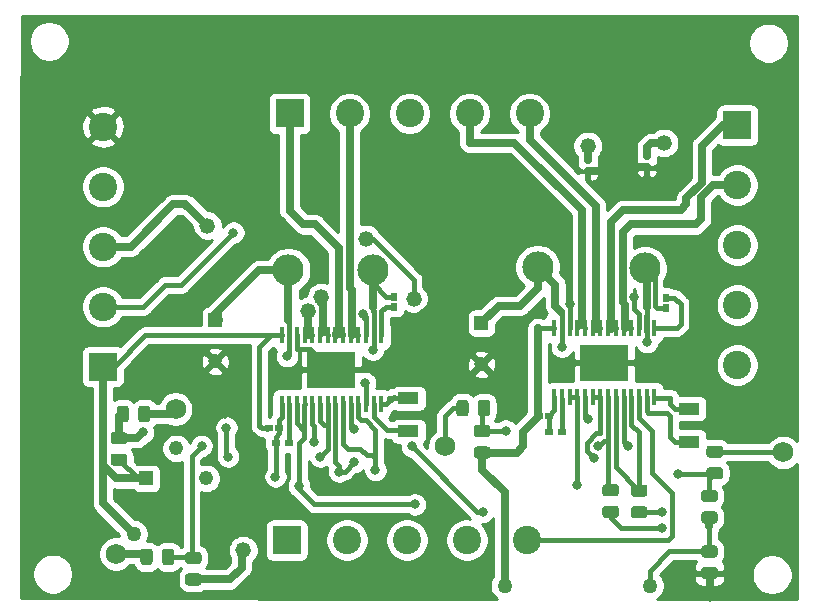
<source format=gbr>
%TF.GenerationSoftware,KiCad,Pcbnew,(5.1.9)-1*%
%TF.CreationDate,2021-10-18T22:43:19-04:00*%
%TF.ProjectId,ECE477_motorcontroller,45434534-3737-45f6-9d6f-746f72636f6e,rev?*%
%TF.SameCoordinates,Original*%
%TF.FileFunction,Copper,L1,Top*%
%TF.FilePolarity,Positive*%
%FSLAX46Y46*%
G04 Gerber Fmt 4.6, Leading zero omitted, Abs format (unit mm)*
G04 Created by KiCad (PCBNEW (5.1.9)-1) date 2021-10-18 22:43:19*
%MOMM*%
%LPD*%
G01*
G04 APERTURE LIST*
%TA.AperFunction,ComponentPad*%
%ADD10C,1.755000*%
%TD*%
%TA.AperFunction,ComponentPad*%
%ADD11R,1.222000X1.222000*%
%TD*%
%TA.AperFunction,ComponentPad*%
%ADD12C,1.222000*%
%TD*%
%TA.AperFunction,SMDPad,CuDef*%
%ADD13R,0.620000X0.600000*%
%TD*%
%TA.AperFunction,ComponentPad*%
%ADD14R,2.400000X2.400000*%
%TD*%
%TA.AperFunction,ComponentPad*%
%ADD15C,2.400000*%
%TD*%
%TA.AperFunction,SMDPad,CuDef*%
%ADD16R,0.700000X0.600000*%
%TD*%
%TA.AperFunction,SMDPad,CuDef*%
%ADD17R,4.050000X3.100000*%
%TD*%
%TA.AperFunction,SMDPad,CuDef*%
%ADD18R,0.450000X1.475000*%
%TD*%
%TA.AperFunction,SMDPad,CuDef*%
%ADD19R,0.650000X0.620000*%
%TD*%
%TA.AperFunction,SMDPad,CuDef*%
%ADD20R,1.820000X1.020000*%
%TD*%
%TA.AperFunction,SMDPad,CuDef*%
%ADD21R,0.620000X0.650000*%
%TD*%
%TA.AperFunction,ComponentPad*%
%ADD22C,1.200000*%
%TD*%
%TA.AperFunction,ComponentPad*%
%ADD23R,1.200000X1.200000*%
%TD*%
%TA.AperFunction,ViaPad*%
%ADD24C,1.270000*%
%TD*%
%TA.AperFunction,ViaPad*%
%ADD25C,1.320800*%
%TD*%
%TA.AperFunction,ViaPad*%
%ADD26C,0.800000*%
%TD*%
%TA.AperFunction,ViaPad*%
%ADD27C,2.500000*%
%TD*%
%TA.AperFunction,ViaPad*%
%ADD28C,0.508000*%
%TD*%
%TA.AperFunction,ViaPad*%
%ADD29C,2.641600*%
%TD*%
%TA.AperFunction,Conductor*%
%ADD30C,0.250000*%
%TD*%
%TA.AperFunction,Conductor*%
%ADD31C,0.408940*%
%TD*%
%TA.AperFunction,Conductor*%
%ADD32C,0.635000*%
%TD*%
%TA.AperFunction,Conductor*%
%ADD33C,0.254000*%
%TD*%
%TA.AperFunction,Conductor*%
%ADD34C,0.100000*%
%TD*%
G04 APERTURE END LIST*
%TO.P,R14,2*%
%TO.N,GND*%
%TA.AperFunction,SMDPad,CuDef*%
G36*
G01*
X163050001Y-84900000D02*
X162149999Y-84900000D01*
G75*
G02*
X161900000Y-84650001I0J249999D01*
G01*
X161900000Y-84124999D01*
G75*
G02*
X162149999Y-83875000I249999J0D01*
G01*
X163050001Y-83875000D01*
G75*
G02*
X163300000Y-84124999I0J-249999D01*
G01*
X163300000Y-84650001D01*
G75*
G02*
X163050001Y-84900000I-249999J0D01*
G01*
G37*
%TD.AperFunction*%
%TO.P,R14,1*%
%TO.N,GND1*%
%TA.AperFunction,SMDPad,CuDef*%
G36*
G01*
X163050001Y-86725000D02*
X162149999Y-86725000D01*
G75*
G02*
X161900000Y-86475001I0J249999D01*
G01*
X161900000Y-85949999D01*
G75*
G02*
X162149999Y-85700000I249999J0D01*
G01*
X163050001Y-85700000D01*
G75*
G02*
X163300000Y-85949999I0J-249999D01*
G01*
X163300000Y-86475001D01*
G75*
G02*
X163050001Y-86725000I-249999J0D01*
G01*
G37*
%TD.AperFunction*%
%TD*%
%TO.P,R12,2*%
%TO.N,Net-(R12-Pad2)*%
%TA.AperFunction,SMDPad,CuDef*%
G36*
G01*
X115450000Y-84399998D02*
X115450000Y-85300002D01*
G75*
G02*
X115200002Y-85550000I-249998J0D01*
G01*
X114674998Y-85550000D01*
G75*
G02*
X114425000Y-85300002I0J249998D01*
G01*
X114425000Y-84399998D01*
G75*
G02*
X114674998Y-84150000I249998J0D01*
G01*
X115200002Y-84150000D01*
G75*
G02*
X115450000Y-84399998I0J-249998D01*
G01*
G37*
%TD.AperFunction*%
%TO.P,R12,1*%
%TO.N,/IC1_Toff*%
%TA.AperFunction,SMDPad,CuDef*%
G36*
G01*
X117275000Y-84399998D02*
X117275000Y-85300002D01*
G75*
G02*
X117025002Y-85550000I-249998J0D01*
G01*
X116499998Y-85550000D01*
G75*
G02*
X116250000Y-85300002I0J249998D01*
G01*
X116250000Y-84399998D01*
G75*
G02*
X116499998Y-84150000I249998J0D01*
G01*
X117025002Y-84150000D01*
G75*
G02*
X117275000Y-84399998I0J-249998D01*
G01*
G37*
%TD.AperFunction*%
%TD*%
%TO.P,R11,2*%
%TO.N,GND*%
%TA.AperFunction,SMDPad,CuDef*%
G36*
G01*
X118449998Y-86250000D02*
X119350002Y-86250000D01*
G75*
G02*
X119600000Y-86499998I0J-249998D01*
G01*
X119600000Y-87025002D01*
G75*
G02*
X119350002Y-87275000I-249998J0D01*
G01*
X118449998Y-87275000D01*
G75*
G02*
X118200000Y-87025002I0J249998D01*
G01*
X118200000Y-86499998D01*
G75*
G02*
X118449998Y-86250000I249998J0D01*
G01*
G37*
%TD.AperFunction*%
%TO.P,R11,1*%
%TO.N,/IC1_Toff*%
%TA.AperFunction,SMDPad,CuDef*%
G36*
G01*
X118449998Y-84425000D02*
X119350002Y-84425000D01*
G75*
G02*
X119600000Y-84674998I0J-249998D01*
G01*
X119600000Y-85200002D01*
G75*
G02*
X119350002Y-85450000I-249998J0D01*
G01*
X118449998Y-85450000D01*
G75*
G02*
X118200000Y-85200002I0J249998D01*
G01*
X118200000Y-84674998D01*
G75*
G02*
X118449998Y-84425000I249998J0D01*
G01*
G37*
%TD.AperFunction*%
%TD*%
%TO.P,R10,2*%
%TO.N,/IC2_Toff*%
%TA.AperFunction,SMDPad,CuDef*%
G36*
G01*
X163050002Y-80200000D02*
X162149998Y-80200000D01*
G75*
G02*
X161900000Y-79950002I0J249998D01*
G01*
X161900000Y-79424998D01*
G75*
G02*
X162149998Y-79175000I249998J0D01*
G01*
X163050002Y-79175000D01*
G75*
G02*
X163300000Y-79424998I0J-249998D01*
G01*
X163300000Y-79950002D01*
G75*
G02*
X163050002Y-80200000I-249998J0D01*
G01*
G37*
%TD.AperFunction*%
%TO.P,R10,1*%
%TO.N,GND*%
%TA.AperFunction,SMDPad,CuDef*%
G36*
G01*
X163050002Y-82025000D02*
X162149998Y-82025000D01*
G75*
G02*
X161900000Y-81775002I0J249998D01*
G01*
X161900000Y-81249998D01*
G75*
G02*
X162149998Y-81000000I249998J0D01*
G01*
X163050002Y-81000000D01*
G75*
G02*
X163300000Y-81249998I0J-249998D01*
G01*
X163300000Y-81775002D01*
G75*
G02*
X163050002Y-82025000I-249998J0D01*
G01*
G37*
%TD.AperFunction*%
%TD*%
%TO.P,R9,2*%
%TO.N,GND*%
%TA.AperFunction,SMDPad,CuDef*%
G36*
G01*
X112149998Y-76100000D02*
X113050002Y-76100000D01*
G75*
G02*
X113300000Y-76349998I0J-249998D01*
G01*
X113300000Y-76875002D01*
G75*
G02*
X113050002Y-77125000I-249998J0D01*
G01*
X112149998Y-77125000D01*
G75*
G02*
X111900000Y-76875002I0J249998D01*
G01*
X111900000Y-76349998D01*
G75*
G02*
X112149998Y-76100000I249998J0D01*
G01*
G37*
%TD.AperFunction*%
%TO.P,R9,1*%
%TO.N,/IC1_Decay*%
%TA.AperFunction,SMDPad,CuDef*%
G36*
G01*
X112149998Y-74275000D02*
X113050002Y-74275000D01*
G75*
G02*
X113300000Y-74524998I0J-249998D01*
G01*
X113300000Y-75050002D01*
G75*
G02*
X113050002Y-75300000I-249998J0D01*
G01*
X112149998Y-75300000D01*
G75*
G02*
X111900000Y-75050002I0J249998D01*
G01*
X111900000Y-74524998D01*
G75*
G02*
X112149998Y-74275000I249998J0D01*
G01*
G37*
%TD.AperFunction*%
%TD*%
%TO.P,R8,2*%
%TO.N,GND*%
%TA.AperFunction,SMDPad,CuDef*%
G36*
G01*
X142899998Y-75500000D02*
X143800002Y-75500000D01*
G75*
G02*
X144050000Y-75749998I0J-249998D01*
G01*
X144050000Y-76275002D01*
G75*
G02*
X143800002Y-76525000I-249998J0D01*
G01*
X142899998Y-76525000D01*
G75*
G02*
X142650000Y-76275002I0J249998D01*
G01*
X142650000Y-75749998D01*
G75*
G02*
X142899998Y-75500000I249998J0D01*
G01*
G37*
%TD.AperFunction*%
%TO.P,R8,1*%
%TO.N,/IC2_Decay*%
%TA.AperFunction,SMDPad,CuDef*%
G36*
G01*
X142899998Y-73675000D02*
X143800002Y-73675000D01*
G75*
G02*
X144050000Y-73924998I0J-249998D01*
G01*
X144050000Y-74450002D01*
G75*
G02*
X143800002Y-74700000I-249998J0D01*
G01*
X142899998Y-74700000D01*
G75*
G02*
X142650000Y-74450002I0J249998D01*
G01*
X142650000Y-73924998D01*
G75*
G02*
X142899998Y-73675000I249998J0D01*
G01*
G37*
%TD.AperFunction*%
%TD*%
%TO.P,R7,2*%
%TO.N,/IC2_Decay*%
%TA.AperFunction,SMDPad,CuDef*%
G36*
G01*
X143000000Y-72700002D02*
X143000000Y-71799998D01*
G75*
G02*
X143249998Y-71550000I249998J0D01*
G01*
X143775002Y-71550000D01*
G75*
G02*
X144025000Y-71799998I0J-249998D01*
G01*
X144025000Y-72700002D01*
G75*
G02*
X143775002Y-72950000I-249998J0D01*
G01*
X143249998Y-72950000D01*
G75*
G02*
X143000000Y-72700002I0J249998D01*
G01*
G37*
%TD.AperFunction*%
%TO.P,R7,1*%
%TO.N,Net-(R7-Pad1)*%
%TA.AperFunction,SMDPad,CuDef*%
G36*
G01*
X141175000Y-72700002D02*
X141175000Y-71799998D01*
G75*
G02*
X141424998Y-71550000I249998J0D01*
G01*
X141950002Y-71550000D01*
G75*
G02*
X142200000Y-71799998I0J-249998D01*
G01*
X142200000Y-72700002D01*
G75*
G02*
X141950002Y-72950000I-249998J0D01*
G01*
X141424998Y-72950000D01*
G75*
G02*
X141175000Y-72700002I0J249998D01*
G01*
G37*
%TD.AperFunction*%
%TD*%
%TO.P,R4,2*%
%TO.N,/IC2_Toff*%
%TA.AperFunction,SMDPad,CuDef*%
G36*
G01*
X162599998Y-77250000D02*
X163500002Y-77250000D01*
G75*
G02*
X163750000Y-77499998I0J-249998D01*
G01*
X163750000Y-78025002D01*
G75*
G02*
X163500002Y-78275000I-249998J0D01*
G01*
X162599998Y-78275000D01*
G75*
G02*
X162350000Y-78025002I0J249998D01*
G01*
X162350000Y-77499998D01*
G75*
G02*
X162599998Y-77250000I249998J0D01*
G01*
G37*
%TD.AperFunction*%
%TO.P,R4,1*%
%TO.N,Net-(R4-Pad1)*%
%TA.AperFunction,SMDPad,CuDef*%
G36*
G01*
X162599998Y-75425000D02*
X163500002Y-75425000D01*
G75*
G02*
X163750000Y-75674998I0J-249998D01*
G01*
X163750000Y-76200002D01*
G75*
G02*
X163500002Y-76450000I-249998J0D01*
G01*
X162599998Y-76450000D01*
G75*
G02*
X162350000Y-76200002I0J249998D01*
G01*
X162350000Y-75674998D01*
G75*
G02*
X162599998Y-75425000I249998J0D01*
G01*
G37*
%TD.AperFunction*%
%TD*%
%TO.P,R3,2*%
%TO.N,/IC1_Decay*%
%TA.AperFunction,SMDPad,CuDef*%
G36*
G01*
X113450000Y-72299998D02*
X113450000Y-73200002D01*
G75*
G02*
X113200002Y-73450000I-249998J0D01*
G01*
X112674998Y-73450000D01*
G75*
G02*
X112425000Y-73200002I0J249998D01*
G01*
X112425000Y-72299998D01*
G75*
G02*
X112674998Y-72050000I249998J0D01*
G01*
X113200002Y-72050000D01*
G75*
G02*
X113450000Y-72299998I0J-249998D01*
G01*
G37*
%TD.AperFunction*%
%TO.P,R3,1*%
%TO.N,Net-(R3-Pad1)*%
%TA.AperFunction,SMDPad,CuDef*%
G36*
G01*
X115275000Y-72299998D02*
X115275000Y-73200002D01*
G75*
G02*
X115025002Y-73450000I-249998J0D01*
G01*
X114499998Y-73450000D01*
G75*
G02*
X114250000Y-73200002I0J249998D01*
G01*
X114250000Y-72299998D01*
G75*
G02*
X114499998Y-72050000I249998J0D01*
G01*
X115025002Y-72050000D01*
G75*
G02*
X115275000Y-72299998I0J-249998D01*
G01*
G37*
%TD.AperFunction*%
%TD*%
D10*
%TO.P,TP4,1*%
%TO.N,Net-(R4-Pad1)*%
X168850000Y-76000000D03*
%TD*%
D11*
%TO.P,RV2,1*%
%TO.N,GND*%
X114910000Y-78200000D03*
D12*
%TO.P,RV2,2*%
%TO.N,/Vref_IC1*%
X117450000Y-75660000D03*
%TO.P,RV2,3*%
%TO.N,/DVDD_IC1*%
X119990000Y-78200000D03*
%TD*%
D10*
%TO.P,TP2,1*%
%TO.N,Net-(R7-Pad1)*%
X140200000Y-75500000D03*
%TD*%
%TO.P,TP3,1*%
%TO.N,Net-(R12-Pad2)*%
X112350000Y-84600000D03*
%TD*%
%TO.P,TP1,1*%
%TO.N,Net-(R3-Pad1)*%
X117400000Y-72350000D03*
%TD*%
D13*
%TO.P,C14,1*%
%TO.N,/3.3V_regulator*%
X152300000Y-51240000D03*
%TO.P,C14,2*%
%TO.N,GND1*%
X152300000Y-52160000D03*
%TD*%
%TO.P,C13,1*%
%TO.N,/12V-*%
X157300000Y-50940000D03*
%TO.P,C13,2*%
%TO.N,GND1*%
X157300000Y-51860000D03*
%TD*%
D14*
%TO.P,J3,1*%
%TO.N,/PWM2*%
X126827000Y-83424000D03*
D15*
%TO.P,J3,2*%
%TO.N,/PWM1*%
X131907000Y-83424000D03*
%TO.P,J3,3*%
%TO.N,Net-(J3-Pad3)*%
X136987000Y-83424000D03*
%TO.P,J3,4*%
%TO.N,/R_DGND*%
X142067000Y-83424000D03*
%TO.P,J3,5*%
%TO.N,/nsleep*%
X147147000Y-83424000D03*
%TD*%
%TO.P,J2,5*%
%TO.N,GND1*%
X111252000Y-48429000D03*
%TO.P,J2,4*%
%TO.N,/M2+*%
X111252000Y-53509000D03*
%TO.P,J2,3*%
%TO.N,/M2-*%
X111252000Y-58589000D03*
%TO.P,J2,2*%
%TO.N,/Current_sense*%
X111252000Y-63669000D03*
D14*
%TO.P,J2,1*%
%TO.N,GND*%
X111252000Y-68749000D03*
%TD*%
D15*
%TO.P,J4,5*%
%TO.N,/M4-*%
X147370000Y-47300000D03*
%TO.P,J4,4*%
%TO.N,/M4+*%
X142290000Y-47300000D03*
%TO.P,J4,3*%
%TO.N,/12V+*%
X137210000Y-47300000D03*
%TO.P,J4,2*%
%TO.N,/M1+*%
X132130000Y-47300000D03*
D14*
%TO.P,J4,1*%
%TO.N,/M1-*%
X127050000Y-47300000D03*
%TD*%
D15*
%TO.P,J1,5*%
%TO.N,/PWM3*%
X164948000Y-68610000D03*
%TO.P,J1,4*%
%TO.N,/PWM4*%
X164948000Y-63530000D03*
%TO.P,J1,3*%
%TO.N,Net-(J1-Pad3)*%
X164948000Y-58450000D03*
%TO.P,J1,2*%
%TO.N,/M3+*%
X164948000Y-53370000D03*
D14*
%TO.P,J1,1*%
%TO.N,/M3-*%
X164948000Y-48290000D03*
%TD*%
%TO.P,R6,2*%
%TO.N,Net-(IC2-Pad22)*%
%TA.AperFunction,SMDPad,CuDef*%
G36*
G01*
X154678002Y-79721000D02*
X153777998Y-79721000D01*
G75*
G02*
X153528000Y-79471002I0J249998D01*
G01*
X153528000Y-78945998D01*
G75*
G02*
X153777998Y-78696000I249998J0D01*
G01*
X154678002Y-78696000D01*
G75*
G02*
X154928000Y-78945998I0J-249998D01*
G01*
X154928000Y-79471002D01*
G75*
G02*
X154678002Y-79721000I-249998J0D01*
G01*
G37*
%TD.AperFunction*%
%TO.P,R6,1*%
%TO.N,/PWM4*%
%TA.AperFunction,SMDPad,CuDef*%
G36*
G01*
X154678002Y-81546000D02*
X153777998Y-81546000D01*
G75*
G02*
X153528000Y-81296002I0J249998D01*
G01*
X153528000Y-80770998D01*
G75*
G02*
X153777998Y-80521000I249998J0D01*
G01*
X154678002Y-80521000D01*
G75*
G02*
X154928000Y-80770998I0J-249998D01*
G01*
X154928000Y-81296002D01*
G75*
G02*
X154678002Y-81546000I-249998J0D01*
G01*
G37*
%TD.AperFunction*%
%TD*%
%TO.P,R5,2*%
%TO.N,Net-(IC2-Pad23)*%
%TA.AperFunction,SMDPad,CuDef*%
G36*
G01*
X157100002Y-79750000D02*
X156199998Y-79750000D01*
G75*
G02*
X155950000Y-79500002I0J249998D01*
G01*
X155950000Y-78974998D01*
G75*
G02*
X156199998Y-78725000I249998J0D01*
G01*
X157100002Y-78725000D01*
G75*
G02*
X157350000Y-78974998I0J-249998D01*
G01*
X157350000Y-79500002D01*
G75*
G02*
X157100002Y-79750000I-249998J0D01*
G01*
G37*
%TD.AperFunction*%
%TO.P,R5,1*%
%TO.N,/PWM3*%
%TA.AperFunction,SMDPad,CuDef*%
G36*
G01*
X157100002Y-81575000D02*
X156199998Y-81575000D01*
G75*
G02*
X155950000Y-81325002I0J249998D01*
G01*
X155950000Y-80799998D01*
G75*
G02*
X156199998Y-80550000I249998J0D01*
G01*
X157100002Y-80550000D01*
G75*
G02*
X157350000Y-80799998I0J-249998D01*
G01*
X157350000Y-81325002D01*
G75*
G02*
X157100002Y-81575000I-249998J0D01*
G01*
G37*
%TD.AperFunction*%
%TD*%
D16*
%TO.P,Rnfault2,2*%
%TO.N,Net-(IC2-Pad16)*%
X150114000Y-74293000D03*
%TO.P,Rnfault2,1*%
%TO.N,Net-(C12-Pad1)*%
X149014000Y-74293000D03*
%TD*%
%TO.P,Rnfault1,2*%
%TO.N,Net-(IC1-Pad16)*%
X127000000Y-75184000D03*
%TO.P,Rnfault1,1*%
%TO.N,/DVDD_IC1*%
X125900000Y-75184000D03*
%TD*%
D17*
%TO.P,IC2,29*%
%TO.N,GND1*%
X153700000Y-68400000D03*
D18*
%TO.P,IC2,28*%
%TO.N,Net-(C11-Pad2)*%
X157925000Y-71338000D03*
%TO.P,IC2,27*%
%TO.N,Net-(C11-Pad1)*%
X157275000Y-71338000D03*
%TO.P,IC2,26*%
%TO.N,/nsleep*%
X156625000Y-71338000D03*
%TO.P,IC2,25*%
%TO.N,Net-(IC2-Pad23)*%
X155975000Y-71338000D03*
%TO.P,IC2,24*%
%TO.N,Net-(IC2-Pad22)*%
X155325000Y-71338000D03*
%TO.P,IC2,23*%
%TO.N,Net-(IC2-Pad23)*%
X154675000Y-71338000D03*
%TO.P,IC2,22*%
%TO.N,Net-(IC2-Pad22)*%
X154025000Y-71338000D03*
%TO.P,IC2,21*%
%TO.N,/IC2_Decay*%
X153375000Y-71338000D03*
%TO.P,IC2,20*%
X152725000Y-71338000D03*
%TO.P,IC2,19*%
%TO.N,/IC2_Toff*%
X152075000Y-71338000D03*
%TO.P,IC2,18*%
%TO.N,/Vref_IC1*%
X151425000Y-71338000D03*
%TO.P,IC2,17*%
X150775000Y-71338000D03*
%TO.P,IC2,16*%
%TO.N,Net-(IC2-Pad16)*%
X150125000Y-71338000D03*
%TO.P,IC2,15*%
%TO.N,Net-(C12-Pad1)*%
X149475000Y-71338000D03*
%TO.P,IC2,14*%
%TO.N,GND*%
X149475000Y-65462000D03*
%TO.P,IC2,13*%
%TO.N,/12V-*%
X150125000Y-65462000D03*
%TO.P,IC2,12*%
%TO.N,GND1*%
X150775000Y-65462000D03*
%TO.P,IC2,11*%
%TO.N,/M4+*%
X151425000Y-65462000D03*
%TO.P,IC2,10*%
X152075000Y-65462000D03*
%TO.P,IC2,9*%
%TO.N,/M4-*%
X152725000Y-65462000D03*
%TO.P,IC2,8*%
X153375000Y-65462000D03*
%TO.P,IC2,7*%
%TO.N,/M3-*%
X154025000Y-65462000D03*
%TO.P,IC2,6*%
X154675000Y-65462000D03*
%TO.P,IC2,5*%
%TO.N,/M3+*%
X155325000Y-65462000D03*
%TO.P,IC2,4*%
X155975000Y-65462000D03*
%TO.P,IC2,3*%
%TO.N,GND1*%
X156625000Y-65462000D03*
%TO.P,IC2,2*%
%TO.N,/12V-*%
X157275000Y-65462000D03*
%TO.P,IC2,1*%
%TO.N,Net-(C9-Pad1)*%
X157925000Y-65462000D03*
%TD*%
D17*
%TO.P,IC1,29*%
%TO.N,GND1*%
X130600000Y-69000000D03*
D18*
%TO.P,IC1,28*%
%TO.N,Net-(C8-Pad2)*%
X134825000Y-71938000D03*
%TO.P,IC1,27*%
%TO.N,Net-(C8-Pad1)*%
X134175000Y-71938000D03*
%TO.P,IC1,26*%
%TO.N,/nsleep*%
X133525000Y-71938000D03*
%TO.P,IC1,25*%
%TO.N,Net-(IC1-Pad23)*%
X132875000Y-71938000D03*
%TO.P,IC1,24*%
%TO.N,Net-(IC1-Pad22)*%
X132225000Y-71938000D03*
%TO.P,IC1,23*%
%TO.N,Net-(IC1-Pad23)*%
X131575000Y-71938000D03*
%TO.P,IC1,22*%
%TO.N,Net-(IC1-Pad22)*%
X130925000Y-71938000D03*
%TO.P,IC1,21*%
%TO.N,/IC1_Decay*%
X130275000Y-71938000D03*
%TO.P,IC1,20*%
X129625000Y-71938000D03*
%TO.P,IC1,19*%
%TO.N,/IC1_Toff*%
X128975000Y-71938000D03*
%TO.P,IC1,18*%
%TO.N,/Vref_IC1*%
X128325000Y-71938000D03*
%TO.P,IC1,17*%
X127675000Y-71938000D03*
%TO.P,IC1,16*%
%TO.N,Net-(IC1-Pad16)*%
X127025000Y-71938000D03*
%TO.P,IC1,15*%
%TO.N,/DVDD_IC1*%
X126375000Y-71938000D03*
%TO.P,IC1,14*%
%TO.N,GND*%
X126375000Y-66062000D03*
%TO.P,IC1,13*%
%TO.N,/12V-*%
X127025000Y-66062000D03*
%TO.P,IC1,12*%
%TO.N,GND1*%
X127675000Y-66062000D03*
%TO.P,IC1,11*%
%TO.N,/M2+*%
X128325000Y-66062000D03*
%TO.P,IC1,10*%
X128975000Y-66062000D03*
%TO.P,IC1,9*%
%TO.N,/M2-*%
X129625000Y-66062000D03*
%TO.P,IC1,8*%
X130275000Y-66062000D03*
%TO.P,IC1,7*%
%TO.N,/M1-*%
X130925000Y-66062000D03*
%TO.P,IC1,6*%
X131575000Y-66062000D03*
%TO.P,IC1,5*%
%TO.N,/M1+*%
X132225000Y-66062000D03*
%TO.P,IC1,4*%
X132875000Y-66062000D03*
%TO.P,IC1,3*%
%TO.N,GND1*%
X133525000Y-66062000D03*
%TO.P,IC1,2*%
%TO.N,/12V-*%
X134175000Y-66062000D03*
%TO.P,IC1,1*%
%TO.N,Net-(C1-Pad1)*%
X134825000Y-66062000D03*
%TD*%
D19*
%TO.P,C12,2*%
%TO.N,GND*%
X148150000Y-72898000D03*
%TO.P,C12,1*%
%TO.N,Net-(C12-Pad1)*%
X149030000Y-72898000D03*
%TD*%
D20*
%TO.P,C11,2*%
%TO.N,Net-(C11-Pad2)*%
X160884000Y-72290000D03*
%TO.P,C11,1*%
%TO.N,Net-(C11-Pad1)*%
X160884000Y-75090000D03*
%TD*%
D21*
%TO.P,C9,2*%
%TO.N,/12V-*%
X158900000Y-63790000D03*
%TO.P,C9,1*%
%TO.N,Net-(C9-Pad1)*%
X158900000Y-62910000D03*
%TD*%
D20*
%TO.P,C8,2*%
%TO.N,Net-(C8-Pad2)*%
X137116000Y-71424000D03*
%TO.P,C8,1*%
%TO.N,Net-(C8-Pad1)*%
X137116000Y-74224000D03*
%TD*%
D22*
%TO.P,C7,2*%
%TO.N,GND1*%
X143300000Y-68550000D03*
D23*
%TO.P,C7,1*%
%TO.N,/12V-*%
X143300000Y-65050000D03*
%TD*%
D22*
%TO.P,C3,2*%
%TO.N,GND1*%
X120752000Y-68300000D03*
D23*
%TO.P,C3,1*%
%TO.N,/12V-*%
X120752000Y-64800000D03*
%TD*%
D19*
%TO.P,C2,2*%
%TO.N,GND*%
X125290000Y-73914000D03*
%TO.P,C2,1*%
%TO.N,/DVDD_IC1*%
X126170000Y-73914000D03*
%TD*%
D21*
%TO.P,C1,2*%
%TO.N,/12V-*%
X135890000Y-62806000D03*
%TO.P,C1,1*%
%TO.N,Net-(C1-Pad1)*%
X135890000Y-63686000D03*
%TD*%
D24*
%TO.N,GND*%
X113850000Y-82900000D03*
X157562500Y-87300000D03*
X145250000Y-87300000D03*
D25*
X123125000Y-84275000D03*
%TO.N,GND1*%
X162650000Y-87950000D03*
D26*
X156200000Y-62850000D03*
X150800000Y-63450000D03*
D25*
X154912634Y-51897341D03*
D26*
X133250000Y-64250000D03*
D27*
X130600000Y-69000000D03*
X153750000Y-68400000D03*
D28*
X141200000Y-53750000D03*
X142200000Y-53750000D03*
X143200000Y-53750000D03*
X144200000Y-53750000D03*
X145200000Y-53750000D03*
X146200000Y-53750000D03*
X147200000Y-53750000D03*
X148200000Y-53750000D03*
X141200000Y-54750000D03*
X142200000Y-54750000D03*
X143200000Y-54750000D03*
X144200000Y-54750000D03*
X145200000Y-54750000D03*
X146200000Y-54750000D03*
X147200000Y-54750000D03*
X148200000Y-54750000D03*
X141200000Y-55750000D03*
X142200000Y-55750000D03*
X143200000Y-55750000D03*
X144200000Y-55750000D03*
X145200000Y-55750000D03*
X146200000Y-55750000D03*
X147200000Y-55750000D03*
X148200000Y-55750000D03*
X141200000Y-56750000D03*
X142200000Y-56750000D03*
X143200000Y-56750000D03*
X144200000Y-56750000D03*
X145200000Y-56750000D03*
X146200000Y-56750000D03*
X147200000Y-56750000D03*
X148200000Y-56750000D03*
X141200000Y-57750000D03*
X142200000Y-57750000D03*
X143200000Y-57750000D03*
X144200000Y-57750000D03*
X145200000Y-57750000D03*
X146200000Y-57750000D03*
X147200000Y-57750000D03*
X148200000Y-57750000D03*
X138300000Y-64100000D03*
X138300000Y-64100000D03*
X141400000Y-64100000D03*
X138300000Y-65100000D03*
X141400000Y-65100000D03*
X138300000Y-66100000D03*
X141400000Y-66100000D03*
X138300000Y-67100000D03*
X141400000Y-67100000D03*
X138300000Y-68100000D03*
X141400000Y-68100000D03*
X138300000Y-69100000D03*
X141400000Y-69100000D03*
X138300000Y-70100000D03*
X141400000Y-70100000D03*
X119550000Y-71300000D03*
X120550000Y-71300000D03*
X121550000Y-71300000D03*
X122550000Y-71300000D03*
X123550000Y-71300000D03*
X119550000Y-72100000D03*
X120550000Y-72100000D03*
X121550000Y-72100000D03*
X122550000Y-72100000D03*
X123550000Y-72100000D03*
X119550000Y-72900000D03*
X120550000Y-72900000D03*
X121550000Y-72900000D03*
X122550000Y-72900000D03*
X123550000Y-72900000D03*
X145550000Y-64700000D03*
X145550000Y-65500000D03*
X145550000Y-66300000D03*
X145550000Y-67100000D03*
X145550000Y-67900000D03*
X145550000Y-65500000D03*
X145550000Y-66300000D03*
X145550000Y-67100000D03*
X145550000Y-67900000D03*
X145550000Y-68700000D03*
X145550000Y-69500000D03*
X122800000Y-58700000D03*
X123800000Y-58700000D03*
X124800000Y-58700000D03*
X125800000Y-58700000D03*
X126850000Y-58450000D03*
X127850000Y-58450000D03*
X128800000Y-58400000D03*
X123400000Y-57900000D03*
X124350000Y-57850000D03*
X125350000Y-57850000D03*
X126350000Y-57850000D03*
X127350000Y-57850000D03*
X128350000Y-57850000D03*
X124000000Y-57100000D03*
X124900000Y-56950000D03*
X125900000Y-56950000D03*
X126900000Y-56950000D03*
X124800000Y-56300000D03*
X125600000Y-56300000D03*
X126500000Y-56300000D03*
D25*
%TO.N,/3.3V_regulator*%
X152300000Y-50050000D03*
D26*
%TO.N,/nsleep*%
X133452000Y-70134000D03*
D25*
X137550000Y-62975000D03*
X133500000Y-57925000D03*
D26*
X137400000Y-75500000D03*
X143400000Y-81050000D03*
%TO.N,/PWM3*%
X158625000Y-81075000D03*
%TO.N,/PWM4*%
X158575000Y-82375000D03*
D25*
%TO.N,/M2-*%
X129734099Y-62860099D03*
X120100000Y-56800000D03*
%TO.N,/M2+*%
X128626000Y-64038000D03*
D26*
%TO.N,/Current_sense*%
X122300000Y-57400000D03*
%TO.N,Net-(IC1-Pad23)*%
X134325000Y-77500000D03*
%TO.N,Net-(IC1-Pad22)*%
X131250000Y-77625000D03*
X132518653Y-76831347D03*
X132500000Y-74050000D03*
%TO.N,Net-(IC2-Pad22)*%
X153200000Y-75500000D03*
X155725000Y-75500000D03*
%TO.N,/DVDD_IC1*%
X125850000Y-78050000D03*
%TO.N,/Vref_IC1*%
X127850000Y-78850000D03*
X151400000Y-78800000D03*
X137650000Y-80400000D03*
%TO.N,/12V-*%
X126848000Y-67848000D03*
X157300000Y-66675000D03*
D29*
X148050000Y-60300000D03*
X134150000Y-60550000D03*
X126950000Y-60550000D03*
D26*
X150114000Y-67056000D03*
X134112000Y-67310000D03*
D25*
X158750000Y-49800000D03*
D29*
X157125000Y-60425000D03*
D26*
%TO.N,/IC2_Toff*%
X152300000Y-73200000D03*
X159950000Y-77800000D03*
%TO.N,/IC2_Decay*%
X152800000Y-76500000D03*
X145350000Y-74150000D03*
%TO.N,/IC1_Decay*%
X129650000Y-76350000D03*
X114650000Y-74300000D03*
X121850000Y-76350000D03*
X121700000Y-73900000D03*
%TO.N,/IC1_Toff*%
X129102904Y-75150181D03*
X119600000Y-75450000D03*
%TD*%
D30*
%TO.N,Net-(C1-Pad1)*%
X134800000Y-66037000D02*
X134825000Y-66062000D01*
D31*
X135890000Y-63686000D02*
X135196000Y-63686000D01*
X134825000Y-64057000D02*
X134825000Y-66062000D01*
X135196000Y-63686000D02*
X134825000Y-64057000D01*
%TO.N,GND*%
X125154000Y-74050000D02*
X125290000Y-73914000D01*
X114910000Y-78460000D02*
X114910000Y-78200000D01*
X125290000Y-73914000D02*
X125114000Y-73914000D01*
X125290000Y-73914000D02*
X125164000Y-73914000D01*
X149475000Y-65462000D02*
X148062000Y-65462000D01*
D32*
X111252000Y-75652000D02*
X111252000Y-77298000D01*
X111252000Y-68749000D02*
X111252000Y-75652000D01*
X111252000Y-75652000D02*
X111252000Y-77062426D01*
D31*
X111252000Y-68749000D02*
X112151000Y-68749000D01*
X112151000Y-68749000D02*
X114838000Y-66062000D01*
X125290000Y-73914000D02*
X124686000Y-73914000D01*
X124686000Y-73914000D02*
X124500000Y-73728000D01*
X124500000Y-67074000D02*
X125512000Y-66062000D01*
X124500000Y-73728000D02*
X124500000Y-67074000D01*
X125512000Y-66062000D02*
X126375000Y-66062000D01*
X114838000Y-66062000D02*
X125512000Y-66062000D01*
D32*
X112389574Y-78200000D02*
X114910000Y-78200000D01*
X111252000Y-77062426D02*
X112389574Y-78200000D01*
X111252000Y-80302000D02*
X113850000Y-82900000D01*
X111252000Y-77062426D02*
X111252000Y-80302000D01*
X113850000Y-82900000D02*
X113850000Y-82900000D01*
X162600000Y-81512500D02*
X162600000Y-82262500D01*
X157562500Y-87300000D02*
X157562500Y-87300000D01*
X143350000Y-76012500D02*
X146287500Y-76012500D01*
X146287500Y-76012500D02*
X146800000Y-75500000D01*
X146800000Y-74248000D02*
X148150000Y-72898000D01*
X146800000Y-75500000D02*
X146800000Y-74248000D01*
X148062000Y-72810000D02*
X148150000Y-72898000D01*
X148062000Y-65462000D02*
X148062000Y-72810000D01*
X143350000Y-76012500D02*
X143350000Y-77450000D01*
X145250000Y-79350000D02*
X145250000Y-87300000D01*
X143350000Y-77450000D02*
X145250000Y-79350000D01*
D31*
X162600000Y-82262500D02*
X162600000Y-84387500D01*
X157562500Y-87300000D02*
X157562500Y-86037500D01*
X159212500Y-84387500D02*
X162600000Y-84387500D01*
X157562500Y-86037500D02*
X159212500Y-84387500D01*
X114187500Y-78200000D02*
X112600000Y-76612500D01*
X114910000Y-78200000D02*
X114187500Y-78200000D01*
D32*
X118900000Y-86762500D02*
X121987500Y-86762500D01*
X121987500Y-86762500D02*
X123000000Y-85750000D01*
X123000000Y-84400000D02*
X123125000Y-84275000D01*
X123000000Y-85750000D02*
X123000000Y-84400000D01*
D31*
%TO.N,GND1*%
X156625000Y-64265618D02*
X156200000Y-63840618D01*
X156625000Y-65462000D02*
X156625000Y-64265618D01*
X156200000Y-63840618D02*
X156200000Y-62850000D01*
X156200000Y-62850000D02*
X156200000Y-62850000D01*
X150775000Y-63475000D02*
X150800000Y-63450000D01*
X150775000Y-65462000D02*
X150775000Y-63475000D01*
X153700000Y-68400000D02*
X153700000Y-68400000D01*
X153825000Y-68525000D02*
X153825000Y-68525000D01*
X153825000Y-68625000D02*
X153825000Y-68525000D01*
X129466560Y-69000000D02*
X129800000Y-69000000D01*
D32*
X154649975Y-52160000D02*
X154912634Y-51897341D01*
X152300000Y-52160000D02*
X154649975Y-52160000D01*
X154949975Y-51860000D02*
X154912634Y-51897341D01*
X157300000Y-51860000D02*
X154949975Y-51860000D01*
D31*
X133525000Y-64525000D02*
X133250000Y-64250000D01*
X133525000Y-66062000D02*
X133525000Y-64525000D01*
X153825000Y-68525000D02*
X153700000Y-68400000D01*
X154650000Y-68400000D02*
X155150000Y-68400000D01*
X127675000Y-66062000D02*
X127675000Y-67208440D01*
X128808440Y-67208440D02*
X130600000Y-69000000D01*
X127675000Y-67208440D02*
X128808440Y-67208440D01*
X129800000Y-69000000D02*
X130600000Y-69000000D01*
X130600000Y-69000000D02*
X130600000Y-69000000D01*
D32*
X162650000Y-86262500D02*
X162600000Y-86212500D01*
X162650000Y-87950000D02*
X162650000Y-86262500D01*
D31*
X130600000Y-69000000D02*
X130600000Y-69000000D01*
X130600000Y-69000000D02*
X130600000Y-69000000D01*
D32*
X130600000Y-69450000D02*
X130600000Y-69050000D01*
D31*
X153700000Y-68400000D02*
X153750000Y-68400000D01*
X153750000Y-68400000D02*
X154650000Y-68400000D01*
D32*
X130600000Y-69050000D02*
X130600000Y-69000000D01*
D31*
X130600000Y-69000000D02*
X130600000Y-69000000D01*
X153750000Y-68400000D02*
X153750000Y-68400000D01*
%TO.N,Net-(C8-Pad2)*%
X134825000Y-71938000D02*
X135204000Y-71938000D01*
X135468000Y-71424000D02*
X137116000Y-71424000D01*
X135204000Y-71938000D02*
X135868000Y-71274000D01*
%TO.N,Net-(C8-Pad1)*%
X134175000Y-72978548D02*
X134175000Y-71938000D01*
X135270452Y-74074000D02*
X134175000Y-72978548D01*
X137516000Y-74074000D02*
X135270452Y-74074000D01*
%TO.N,Net-(C9-Pad1)*%
X157925000Y-65462000D02*
X159838000Y-65462000D01*
X159838000Y-65462000D02*
X160150000Y-65150000D01*
X159618940Y-62910000D02*
X158900000Y-62910000D01*
X160150000Y-63441060D02*
X159618940Y-62910000D01*
X160150000Y-65150000D02*
X160150000Y-63441060D01*
%TO.N,Net-(C11-Pad2)*%
X160884000Y-72290000D02*
X159666000Y-72290000D01*
X159666000Y-72290000D02*
X159258000Y-71882000D01*
X159258000Y-71882000D02*
X159258000Y-71374000D01*
X157961000Y-71374000D02*
X157925000Y-71338000D01*
X159258000Y-71374000D02*
X157961000Y-71374000D01*
%TO.N,Net-(C11-Pad1)*%
X157275000Y-72484440D02*
X157434560Y-72644000D01*
X157275000Y-71338000D02*
X157275000Y-72484440D01*
X157434560Y-72644000D02*
X159004000Y-72644000D01*
X159004000Y-72644000D02*
X159258000Y-72898000D01*
X159258000Y-72898000D02*
X159258000Y-74676000D01*
X159672000Y-75090000D02*
X160884000Y-75090000D01*
X159258000Y-74676000D02*
X159672000Y-75090000D01*
%TO.N,Net-(C12-Pad1)*%
X149475000Y-72453000D02*
X149030000Y-72898000D01*
X149475000Y-71338000D02*
X149475000Y-72453000D01*
X149014000Y-72914000D02*
X149030000Y-72898000D01*
X149014000Y-74168000D02*
X149014000Y-72914000D01*
D32*
%TO.N,/3.3V_regulator*%
X152300000Y-50050000D02*
X152300000Y-51240000D01*
D31*
%TO.N,/nsleep*%
X133525000Y-70207000D02*
X133452000Y-70134000D01*
X133525000Y-71938000D02*
X133525000Y-70207000D01*
X134078402Y-57925000D02*
X133500000Y-57925000D01*
X137550000Y-61396598D02*
X134078402Y-57925000D01*
X137550000Y-62975000D02*
X137550000Y-61396598D01*
X156625000Y-73059000D02*
X157226000Y-73660000D01*
X156625000Y-71338000D02*
X156625000Y-73059000D01*
X159126000Y-83424000D02*
X147147000Y-83424000D01*
X159429471Y-83120529D02*
X159126000Y-83424000D01*
X159429471Y-79479471D02*
X159429471Y-83120529D01*
X157725000Y-77775000D02*
X159429471Y-79479471D01*
X157725000Y-74159000D02*
X157725000Y-77775000D01*
X157226000Y-73660000D02*
X157725000Y-74159000D01*
X142950000Y-81050000D02*
X143400000Y-81050000D01*
X137400000Y-75500000D02*
X142950000Y-81050000D01*
D30*
%TO.N,Net-(IC1-Pad16)*%
X127000000Y-71963000D02*
X127025000Y-71938000D01*
D31*
X127025000Y-75159000D02*
X127000000Y-75184000D01*
X127025000Y-71938000D02*
X127025000Y-75159000D01*
%TO.N,/M1-*%
X131575000Y-65975000D02*
X131550000Y-65950000D01*
X131575000Y-66062000D02*
X131575000Y-65975000D01*
X130925000Y-65575000D02*
X130950000Y-65550000D01*
X130925000Y-66062000D02*
X130925000Y-65575000D01*
X130925000Y-66062000D02*
X131575000Y-66062000D01*
D32*
X127050000Y-55550000D02*
X127050000Y-47300000D01*
X129200000Y-56700000D02*
X128200000Y-56700000D01*
X128200000Y-56700000D02*
X127050000Y-55550000D01*
X131200000Y-58700000D02*
X129200000Y-56700000D01*
X131200000Y-65787000D02*
X131200000Y-58700000D01*
X131017501Y-65969499D02*
X131200000Y-65787000D01*
X131017501Y-66062000D02*
X131017501Y-65969499D01*
D31*
%TO.N,/M1+*%
X132271980Y-66015020D02*
X132225000Y-66062000D01*
D32*
X132130000Y-62070000D02*
X132317501Y-62257501D01*
X132130000Y-47300000D02*
X132130000Y-62070000D01*
D31*
X132225000Y-66062000D02*
X132875000Y-66062000D01*
X132847002Y-66062000D02*
X132317501Y-65532499D01*
X132875000Y-66062000D02*
X132847002Y-66062000D01*
D32*
X132317501Y-65532499D02*
X132317501Y-66062000D01*
X132317501Y-62257501D02*
X132317501Y-65532499D01*
D31*
%TO.N,/PWM3*%
X156662500Y-81075000D02*
X156650000Y-81062500D01*
X158625000Y-81075000D02*
X156662500Y-81075000D01*
%TO.N,/PWM4*%
X158575000Y-82375000D02*
X155075000Y-82375000D01*
X154228000Y-81528000D02*
X154228000Y-81033500D01*
X155075000Y-82375000D02*
X154228000Y-81528000D01*
%TO.N,Net-(IC2-Pad16)*%
X150125000Y-74282000D02*
X150114000Y-74293000D01*
X150125000Y-71463000D02*
X150125000Y-74282000D01*
D32*
%TO.N,/M2-*%
X129734099Y-63368099D02*
X129896000Y-63530000D01*
X129734099Y-62860099D02*
X129734099Y-63368099D01*
X129896000Y-63530000D02*
X129896000Y-65683000D01*
D31*
X129896000Y-65791000D02*
X129625000Y-66062000D01*
X129896000Y-65683000D02*
X129896000Y-65791000D01*
X129896000Y-65683000D02*
X130275000Y-66062000D01*
D32*
X118400000Y-55100000D02*
X120100000Y-56800000D01*
X118300000Y-55100000D02*
X118400000Y-55100000D01*
X118200000Y-55000000D02*
X118300000Y-55100000D01*
X117200000Y-55000000D02*
X118200000Y-55000000D01*
X113611000Y-58589000D02*
X117200000Y-55000000D01*
X111252000Y-58589000D02*
X113611000Y-58589000D01*
D31*
%TO.N,/M2+*%
X128967000Y-66070000D02*
X128975000Y-66062000D01*
D32*
X128626000Y-64038000D02*
X128626000Y-65749000D01*
D31*
X128626000Y-65761000D02*
X128325000Y-66062000D01*
X128626000Y-65749000D02*
X128626000Y-65761000D01*
D32*
X128626000Y-65749000D02*
X128626000Y-66070000D01*
D31*
X128662000Y-65749000D02*
X128975000Y-66062000D01*
X128626000Y-65749000D02*
X128662000Y-65749000D01*
D32*
%TO.N,/M3-*%
X164948000Y-48290000D02*
X164694000Y-48290000D01*
D31*
X154575000Y-65562000D02*
X154675000Y-65462000D01*
X154280000Y-65562000D02*
X154575000Y-65562000D01*
X154280000Y-65207000D02*
X154025000Y-65462000D01*
X154280000Y-65120000D02*
X154280000Y-65207000D01*
D32*
X154280000Y-65120000D02*
X154280000Y-65562000D01*
X163710000Y-48290000D02*
X164948000Y-48290000D01*
X161950000Y-50050000D02*
X163710000Y-48290000D01*
X160650000Y-54469118D02*
X161950000Y-53169118D01*
X160150000Y-55500000D02*
X160650000Y-55000000D01*
X161950000Y-53169118D02*
X161950000Y-50050000D01*
X155250000Y-55500000D02*
X160150000Y-55500000D01*
X160650000Y-55000000D02*
X160650000Y-54469118D01*
X154280000Y-56470000D02*
X155250000Y-55500000D01*
X154280000Y-65120000D02*
X154280000Y-56470000D01*
D31*
%TO.N,/M3+*%
X155325000Y-65462000D02*
X155975000Y-65462000D01*
D32*
X161900000Y-56250000D02*
X161900000Y-54400000D01*
X161450000Y-56700000D02*
X161900000Y-56250000D01*
X155964998Y-56700000D02*
X161450000Y-56700000D01*
X155282499Y-57382499D02*
X155964998Y-56700000D01*
X161900000Y-54400000D02*
X162930000Y-53370000D01*
X155478020Y-63485922D02*
X155282499Y-63290401D01*
X155478020Y-65490020D02*
X155478020Y-63485922D01*
X162930000Y-53370000D02*
X164948000Y-53370000D01*
X155282499Y-63290401D02*
X155282499Y-57382499D01*
%TO.N,/M4-*%
X147370000Y-47300000D02*
X147370000Y-49530000D01*
X147370000Y-49530000D02*
X153000000Y-55160000D01*
D31*
X153000000Y-65187000D02*
X152725000Y-65462000D01*
X153000000Y-64725000D02*
X153000000Y-65187000D01*
D32*
X153000000Y-55160000D02*
X153000000Y-64725000D01*
X153000000Y-64725000D02*
X153000000Y-65550000D01*
D31*
X153000000Y-65087000D02*
X153375000Y-65462000D01*
X153000000Y-64725000D02*
X153000000Y-65087000D01*
D32*
%TO.N,/M4+*%
X151800000Y-65187000D02*
X151800000Y-55500000D01*
X142290000Y-49790000D02*
X142290000Y-47300000D01*
X146090000Y-49790000D02*
X142290000Y-49790000D01*
X151800000Y-55500000D02*
X146090000Y-49790000D01*
D31*
X151700000Y-65187000D02*
X151425000Y-65462000D01*
X151800000Y-65187000D02*
X151700000Y-65187000D01*
X151800000Y-65187000D02*
X152075000Y-65462000D01*
%TO.N,/Current_sense*%
X111252000Y-63669000D02*
X111371000Y-63550000D01*
X122300000Y-57400000D02*
X117850000Y-61850000D01*
X117850000Y-61850000D02*
X116500000Y-61850000D01*
X114681000Y-63669000D02*
X111252000Y-63669000D01*
X116500000Y-61850000D02*
X114681000Y-63669000D01*
%TO.N,Net-(IC1-Pad23)*%
X131575000Y-71757000D02*
X131554471Y-71736471D01*
X131575000Y-71938000D02*
X131575000Y-71757000D01*
X134325000Y-74100000D02*
X133500000Y-73275000D01*
X132875000Y-73019606D02*
X132875000Y-71938000D01*
X133130394Y-73275000D02*
X132875000Y-73019606D01*
X133500000Y-73275000D02*
X133130394Y-73275000D01*
X133600000Y-76250000D02*
X134100000Y-76250000D01*
X132000000Y-75700000D02*
X133050000Y-75700000D01*
X134100000Y-76250000D02*
X134325000Y-76475000D01*
X131550000Y-75250000D02*
X132000000Y-75700000D01*
X131550000Y-74800000D02*
X131550000Y-75250000D01*
X131575000Y-74775000D02*
X131550000Y-74800000D01*
X131575000Y-71938000D02*
X131575000Y-74775000D01*
X133050000Y-75700000D02*
X133600000Y-76250000D01*
X134325000Y-76475000D02*
X134325000Y-74100000D01*
X134325000Y-77500000D02*
X134325000Y-76475000D01*
%TO.N,Net-(IC1-Pad22)*%
X131250000Y-77125000D02*
X131250000Y-77625000D01*
X130925000Y-76800000D02*
X131250000Y-77125000D01*
X130925000Y-71938000D02*
X130925000Y-76800000D01*
X131725000Y-77625000D02*
X132518653Y-76831347D01*
X131250000Y-77625000D02*
X131725000Y-77625000D01*
X132225000Y-73775000D02*
X132225000Y-71938000D01*
X132500000Y-74050000D02*
X132225000Y-73775000D01*
%TO.N,Net-(IC2-Pad23)*%
X155975000Y-73641000D02*
X155975000Y-71338000D01*
X156650000Y-74316000D02*
X155975000Y-73641000D01*
X156650000Y-76750000D02*
X156650000Y-74316000D01*
X156650000Y-79237500D02*
X156650000Y-76750000D01*
X154675000Y-77262500D02*
X156650000Y-79237500D01*
X154675000Y-71338000D02*
X154675000Y-77262500D01*
%TO.N,Net-(IC2-Pad22)*%
X155325000Y-71338000D02*
X155325000Y-73498906D01*
X154025000Y-72035000D02*
X154004471Y-72055529D01*
X154025000Y-71338000D02*
X154025000Y-72035000D01*
X155325000Y-75100000D02*
X155725000Y-75500000D01*
X155325000Y-73498906D02*
X155325000Y-75100000D01*
X154144500Y-79125000D02*
X154228000Y-79208500D01*
X154004471Y-72055529D02*
X154004471Y-75004471D01*
X154004471Y-78984971D02*
X154228000Y-79208500D01*
X154004471Y-75004471D02*
X154004471Y-78984971D01*
X153695529Y-75004471D02*
X153200000Y-75500000D01*
X154004471Y-75004471D02*
X153695529Y-75004471D01*
%TO.N,Net-(J3-Pad3)*%
X136987000Y-82976816D02*
X137210592Y-83200408D01*
X136987000Y-82664000D02*
X136987000Y-82976816D01*
D30*
%TO.N,/DVDD_IC1*%
X126400000Y-71963000D02*
X126375000Y-71938000D01*
D31*
X126375000Y-71938000D02*
X126375000Y-73015000D01*
X126170000Y-73220000D02*
X126170000Y-73914000D01*
X126375000Y-73015000D02*
X126170000Y-73220000D01*
X125900000Y-74667048D02*
X125900000Y-75184000D01*
X126170000Y-74397048D02*
X125900000Y-74667048D01*
X126170000Y-73914000D02*
X126170000Y-74397048D01*
X125900000Y-76250000D02*
X125900000Y-75184000D01*
X125900000Y-78000000D02*
X125850000Y-78050000D01*
X125900000Y-76250000D02*
X125900000Y-78000000D01*
%TO.N,/Vref_IC1*%
X128300000Y-71963000D02*
X128325000Y-71938000D01*
X128300000Y-74150000D02*
X128300000Y-71963000D01*
X151425000Y-74075000D02*
X151425000Y-71338000D01*
X151425000Y-71338000D02*
X150775000Y-71338000D01*
X127675000Y-73525000D02*
X128300000Y-74150000D01*
X127675000Y-71938000D02*
X127675000Y-73525000D01*
X151425000Y-78775000D02*
X151400000Y-78800000D01*
X151425000Y-74075000D02*
X151425000Y-78775000D01*
X127850000Y-75212467D02*
X127850000Y-78850000D01*
X128300000Y-74762467D02*
X127850000Y-75212467D01*
X128300000Y-74150000D02*
X128300000Y-74762467D01*
X137650000Y-80400000D02*
X129150000Y-80400000D01*
X127850000Y-79100000D02*
X127850000Y-78850000D01*
X129150000Y-80400000D02*
X127850000Y-79100000D01*
D30*
%TO.N,/12V-*%
X134200000Y-66037000D02*
X134175000Y-66062000D01*
D31*
X157275000Y-65462000D02*
X157275000Y-63725000D01*
X134175000Y-60575000D02*
X134150000Y-60550000D01*
X143350000Y-64800000D02*
X143300000Y-64850000D01*
X157275000Y-66650000D02*
X157300000Y-66675000D01*
X157275000Y-65287000D02*
X157275000Y-66650000D01*
X126650000Y-60850000D02*
X126950000Y-60550000D01*
X121050000Y-64750000D02*
X121050000Y-64500000D01*
D32*
X121050000Y-64750000D02*
X121056000Y-64750000D01*
D31*
X127025000Y-67671000D02*
X126848000Y-67848000D01*
X127025000Y-66062000D02*
X127025000Y-67671000D01*
X150125000Y-67045000D02*
X150114000Y-67056000D01*
X150125000Y-65462000D02*
X150125000Y-67045000D01*
X134175000Y-67247000D02*
X134112000Y-67310000D01*
X134175000Y-66062000D02*
X134175000Y-67247000D01*
D32*
X158750000Y-49800000D02*
X157650000Y-49800000D01*
X157300000Y-50150000D02*
X157300000Y-50940000D01*
X157650000Y-49800000D02*
X157300000Y-50150000D01*
X157275000Y-63725000D02*
X157275000Y-60575000D01*
D31*
X157254471Y-64441981D02*
X157254471Y-65750000D01*
X157200000Y-60500000D02*
X157254471Y-60554471D01*
X134150000Y-60550000D02*
X134150000Y-61700000D01*
X135256000Y-62806000D02*
X135890000Y-62806000D01*
X134150000Y-61700000D02*
X135256000Y-62806000D01*
D32*
X126950000Y-62800000D02*
X126950000Y-60550000D01*
X126950000Y-62800000D02*
X126950000Y-64750000D01*
D31*
X127025000Y-65021452D02*
X127025000Y-66062000D01*
X126950000Y-64946452D02*
X127025000Y-65021452D01*
X126950000Y-64750000D02*
X126950000Y-64946452D01*
D32*
X144750000Y-63600000D02*
X143300000Y-65050000D01*
X149550000Y-63600000D02*
X150053020Y-64103020D01*
D31*
X150125000Y-64175000D02*
X150053020Y-64103020D01*
X150125000Y-65462000D02*
X150125000Y-64175000D01*
D32*
X134150000Y-60550000D02*
X134150000Y-63650000D01*
D31*
X134175000Y-64025000D02*
X134175000Y-66062000D01*
X134150000Y-64000000D02*
X134175000Y-64025000D01*
X134150000Y-63650000D02*
X134150000Y-64000000D01*
D32*
X120752000Y-64800000D02*
X120752000Y-64298000D01*
X124500000Y-60550000D02*
X126950000Y-60550000D01*
X120752000Y-64298000D02*
X124500000Y-60550000D01*
X144750000Y-63600000D02*
X146550000Y-63600000D01*
X148050000Y-62100000D02*
X148050000Y-60300000D01*
X146550000Y-63600000D02*
X148050000Y-62100000D01*
X149550000Y-61800000D02*
X148050000Y-60300000D01*
X149550000Y-63600000D02*
X149550000Y-61800000D01*
D31*
X158900000Y-63790000D02*
X158140000Y-63790000D01*
X158140000Y-63790000D02*
X157950000Y-63600000D01*
X157950000Y-61250000D02*
X157125000Y-60425000D01*
X157950000Y-63600000D02*
X157950000Y-61250000D01*
D32*
%TO.N,Net-(R3-Pad1)*%
X117000000Y-72750000D02*
X117400000Y-72350000D01*
X114762500Y-72750000D02*
X117000000Y-72750000D01*
D31*
%TO.N,Net-(R4-Pad1)*%
X168837500Y-75987500D02*
X168850000Y-76000000D01*
X168787500Y-75937500D02*
X168850000Y-76000000D01*
X163050000Y-75937500D02*
X168787500Y-75937500D01*
%TO.N,Net-(R7-Pad1)*%
X140200000Y-75500000D02*
X140200000Y-72950000D01*
X140900000Y-72250000D02*
X141687500Y-72250000D01*
X140200000Y-72950000D02*
X140900000Y-72250000D01*
%TO.N,/IC2_Toff*%
X152075000Y-72975000D02*
X152075000Y-71338000D01*
X152300000Y-73200000D02*
X152075000Y-72975000D01*
X162587500Y-77800000D02*
X162600000Y-77812500D01*
X159950000Y-77800000D02*
X162587500Y-77800000D01*
X162600000Y-78212500D02*
X163050000Y-77762500D01*
X162600000Y-79687500D02*
X162600000Y-78212500D01*
%TO.N,/IC2_Decay*%
X153375000Y-71338000D02*
X152725000Y-71338000D01*
X143350000Y-72412500D02*
X143512500Y-72250000D01*
X143350000Y-74187500D02*
X143350000Y-72412500D01*
X145312500Y-74187500D02*
X145350000Y-74150000D01*
X143350000Y-74187500D02*
X145312500Y-74187500D01*
X153375000Y-71338000D02*
X153375000Y-74384382D01*
X153375000Y-74384382D02*
X153015618Y-74384382D01*
X153015618Y-74384382D02*
X152200000Y-75200000D01*
X152200000Y-75900000D02*
X152800000Y-76500000D01*
X152200000Y-75200000D02*
X152200000Y-75900000D01*
D30*
%TO.N,/IC1_Decay*%
X129600000Y-71963000D02*
X129625000Y-71938000D01*
D32*
X112937500Y-74725000D02*
X112950000Y-74737500D01*
X112937500Y-72750000D02*
X112800000Y-72750000D01*
X112600000Y-72950000D02*
X112600000Y-74787500D01*
X112800000Y-72750000D02*
X112600000Y-72950000D01*
X114162500Y-74787500D02*
X114650000Y-74300000D01*
X112600000Y-74787500D02*
X114162500Y-74787500D01*
D31*
X129625000Y-71938000D02*
X129625000Y-73375000D01*
X129925000Y-73675000D02*
X130275000Y-73675000D01*
X129625000Y-73375000D02*
X129925000Y-73675000D01*
X130275000Y-73675000D02*
X130275000Y-71938000D01*
X130275000Y-75725000D02*
X129650000Y-76350000D01*
X130275000Y-73675000D02*
X130275000Y-75725000D01*
X121700000Y-76200000D02*
X121850000Y-76350000D01*
X121700000Y-73900000D02*
X121700000Y-76200000D01*
D30*
%TO.N,/IC1_Toff*%
X129000000Y-71963000D02*
X128975000Y-71938000D01*
D31*
X118812500Y-84850000D02*
X118900000Y-84937500D01*
X116762500Y-84850000D02*
X118812500Y-84850000D01*
X129104471Y-75148614D02*
X129102904Y-75150181D01*
X129104471Y-73763853D02*
X129104471Y-75148614D01*
X128975000Y-73634382D02*
X129104471Y-73763853D01*
X128975000Y-71938000D02*
X128975000Y-73634382D01*
X119600000Y-75450000D02*
X118750000Y-76300000D01*
X118750000Y-84787500D02*
X118900000Y-84937500D01*
X118750000Y-76300000D02*
X118750000Y-84787500D01*
D32*
%TO.N,Net-(R12-Pad2)*%
X114687500Y-84600000D02*
X114937500Y-84850000D01*
X112350000Y-84600000D02*
X114687500Y-84600000D01*
%TD*%
D33*
%TO.N,GND1*%
X167675165Y-76964162D02*
X167885838Y-77174835D01*
X168133563Y-77340360D01*
X168408820Y-77454375D01*
X168701032Y-77512500D01*
X168998968Y-77512500D01*
X169291180Y-77454375D01*
X169566437Y-77340360D01*
X169814162Y-77174835D01*
X170024835Y-76964162D01*
X170040001Y-76941465D01*
X170040001Y-88439016D01*
X158170276Y-88421313D01*
X158372078Y-88286473D01*
X158548973Y-88109578D01*
X158687959Y-87901571D01*
X158783695Y-87670445D01*
X158832500Y-87425084D01*
X158832500Y-87174916D01*
X158783695Y-86929555D01*
X158698966Y-86725000D01*
X161261928Y-86725000D01*
X161274188Y-86849482D01*
X161310498Y-86969180D01*
X161369463Y-87079494D01*
X161448815Y-87176185D01*
X161545506Y-87255537D01*
X161655820Y-87314502D01*
X161775518Y-87350812D01*
X161900000Y-87363072D01*
X162314250Y-87360000D01*
X162473000Y-87201250D01*
X162473000Y-86339500D01*
X162727000Y-86339500D01*
X162727000Y-87201250D01*
X162885750Y-87360000D01*
X163300000Y-87363072D01*
X163424482Y-87350812D01*
X163544180Y-87314502D01*
X163654494Y-87255537D01*
X163751185Y-87176185D01*
X163830537Y-87079494D01*
X163889502Y-86969180D01*
X163925812Y-86849482D01*
X163938072Y-86725000D01*
X163935000Y-86498250D01*
X163776250Y-86339500D01*
X162727000Y-86339500D01*
X162473000Y-86339500D01*
X161423750Y-86339500D01*
X161265000Y-86498250D01*
X161261928Y-86725000D01*
X158698966Y-86725000D01*
X158687959Y-86698429D01*
X158548973Y-86490422D01*
X158422870Y-86364319D01*
X158608072Y-86179117D01*
X166165000Y-86179117D01*
X166165000Y-86520883D01*
X166231675Y-86856081D01*
X166362463Y-87171831D01*
X166552337Y-87455998D01*
X166794002Y-87697663D01*
X167078169Y-87887537D01*
X167393919Y-88018325D01*
X167729117Y-88085000D01*
X168070883Y-88085000D01*
X168406081Y-88018325D01*
X168721831Y-87887537D01*
X169005998Y-87697663D01*
X169247663Y-87455998D01*
X169437537Y-87171831D01*
X169568325Y-86856081D01*
X169635000Y-86520883D01*
X169635000Y-86179117D01*
X169568325Y-85843919D01*
X169437537Y-85528169D01*
X169247663Y-85244002D01*
X169005998Y-85002337D01*
X168721831Y-84812463D01*
X168406081Y-84681675D01*
X168070883Y-84615000D01*
X167729117Y-84615000D01*
X167393919Y-84681675D01*
X167078169Y-84812463D01*
X166794002Y-85002337D01*
X166552337Y-85244002D01*
X166362463Y-85528169D01*
X166231675Y-85843919D01*
X166165000Y-86179117D01*
X158608072Y-86179117D01*
X159560220Y-85226970D01*
X161475433Y-85226970D01*
X161448815Y-85248815D01*
X161369463Y-85345506D01*
X161310498Y-85455820D01*
X161274188Y-85575518D01*
X161261928Y-85700000D01*
X161265000Y-85926750D01*
X161423750Y-86085500D01*
X162473000Y-86085500D01*
X162473000Y-86065500D01*
X162727000Y-86065500D01*
X162727000Y-86085500D01*
X163776250Y-86085500D01*
X163935000Y-85926750D01*
X163938072Y-85700000D01*
X163925812Y-85575518D01*
X163889502Y-85455820D01*
X163830537Y-85345506D01*
X163751185Y-85248815D01*
X163721724Y-85224637D01*
X163788405Y-85143387D01*
X163870472Y-84989851D01*
X163921008Y-84823255D01*
X163938072Y-84650001D01*
X163938072Y-84124999D01*
X163921008Y-83951745D01*
X163870472Y-83785149D01*
X163788405Y-83631613D01*
X163677962Y-83497038D01*
X163543387Y-83386595D01*
X163439470Y-83331050D01*
X163439470Y-82712551D01*
X163484252Y-82628769D01*
X163514576Y-82528805D01*
X163543387Y-82513405D01*
X163677962Y-82402962D01*
X163788405Y-82268387D01*
X163870472Y-82114852D01*
X163921008Y-81948256D01*
X163938072Y-81775002D01*
X163938072Y-81249998D01*
X163921008Y-81076744D01*
X163870472Y-80910148D01*
X163788405Y-80756613D01*
X163677962Y-80622038D01*
X163651109Y-80600000D01*
X163677962Y-80577962D01*
X163788405Y-80443387D01*
X163870472Y-80289852D01*
X163921008Y-80123256D01*
X163938072Y-79950002D01*
X163938072Y-79424998D01*
X163921008Y-79251744D01*
X163870472Y-79085148D01*
X163788405Y-78931613D01*
X163742057Y-78875138D01*
X163839852Y-78845472D01*
X163993387Y-78763405D01*
X164127962Y-78652962D01*
X164238405Y-78518387D01*
X164320472Y-78364852D01*
X164371008Y-78198256D01*
X164388072Y-78025002D01*
X164388072Y-77499998D01*
X164371008Y-77326744D01*
X164320472Y-77160148D01*
X164238405Y-77006613D01*
X164127962Y-76872038D01*
X164101109Y-76850000D01*
X164127962Y-76827962D01*
X164169810Y-76776970D01*
X167550087Y-76776970D01*
X167675165Y-76964162D01*
%TA.AperFunction,Conductor*%
D34*
G36*
X167675165Y-76964162D02*
G01*
X167885838Y-77174835D01*
X168133563Y-77340360D01*
X168408820Y-77454375D01*
X168701032Y-77512500D01*
X168998968Y-77512500D01*
X169291180Y-77454375D01*
X169566437Y-77340360D01*
X169814162Y-77174835D01*
X170024835Y-76964162D01*
X170040001Y-76941465D01*
X170040001Y-88439016D01*
X158170276Y-88421313D01*
X158372078Y-88286473D01*
X158548973Y-88109578D01*
X158687959Y-87901571D01*
X158783695Y-87670445D01*
X158832500Y-87425084D01*
X158832500Y-87174916D01*
X158783695Y-86929555D01*
X158698966Y-86725000D01*
X161261928Y-86725000D01*
X161274188Y-86849482D01*
X161310498Y-86969180D01*
X161369463Y-87079494D01*
X161448815Y-87176185D01*
X161545506Y-87255537D01*
X161655820Y-87314502D01*
X161775518Y-87350812D01*
X161900000Y-87363072D01*
X162314250Y-87360000D01*
X162473000Y-87201250D01*
X162473000Y-86339500D01*
X162727000Y-86339500D01*
X162727000Y-87201250D01*
X162885750Y-87360000D01*
X163300000Y-87363072D01*
X163424482Y-87350812D01*
X163544180Y-87314502D01*
X163654494Y-87255537D01*
X163751185Y-87176185D01*
X163830537Y-87079494D01*
X163889502Y-86969180D01*
X163925812Y-86849482D01*
X163938072Y-86725000D01*
X163935000Y-86498250D01*
X163776250Y-86339500D01*
X162727000Y-86339500D01*
X162473000Y-86339500D01*
X161423750Y-86339500D01*
X161265000Y-86498250D01*
X161261928Y-86725000D01*
X158698966Y-86725000D01*
X158687959Y-86698429D01*
X158548973Y-86490422D01*
X158422870Y-86364319D01*
X158608072Y-86179117D01*
X166165000Y-86179117D01*
X166165000Y-86520883D01*
X166231675Y-86856081D01*
X166362463Y-87171831D01*
X166552337Y-87455998D01*
X166794002Y-87697663D01*
X167078169Y-87887537D01*
X167393919Y-88018325D01*
X167729117Y-88085000D01*
X168070883Y-88085000D01*
X168406081Y-88018325D01*
X168721831Y-87887537D01*
X169005998Y-87697663D01*
X169247663Y-87455998D01*
X169437537Y-87171831D01*
X169568325Y-86856081D01*
X169635000Y-86520883D01*
X169635000Y-86179117D01*
X169568325Y-85843919D01*
X169437537Y-85528169D01*
X169247663Y-85244002D01*
X169005998Y-85002337D01*
X168721831Y-84812463D01*
X168406081Y-84681675D01*
X168070883Y-84615000D01*
X167729117Y-84615000D01*
X167393919Y-84681675D01*
X167078169Y-84812463D01*
X166794002Y-85002337D01*
X166552337Y-85244002D01*
X166362463Y-85528169D01*
X166231675Y-85843919D01*
X166165000Y-86179117D01*
X158608072Y-86179117D01*
X159560220Y-85226970D01*
X161475433Y-85226970D01*
X161448815Y-85248815D01*
X161369463Y-85345506D01*
X161310498Y-85455820D01*
X161274188Y-85575518D01*
X161261928Y-85700000D01*
X161265000Y-85926750D01*
X161423750Y-86085500D01*
X162473000Y-86085500D01*
X162473000Y-86065500D01*
X162727000Y-86065500D01*
X162727000Y-86085500D01*
X163776250Y-86085500D01*
X163935000Y-85926750D01*
X163938072Y-85700000D01*
X163925812Y-85575518D01*
X163889502Y-85455820D01*
X163830537Y-85345506D01*
X163751185Y-85248815D01*
X163721724Y-85224637D01*
X163788405Y-85143387D01*
X163870472Y-84989851D01*
X163921008Y-84823255D01*
X163938072Y-84650001D01*
X163938072Y-84124999D01*
X163921008Y-83951745D01*
X163870472Y-83785149D01*
X163788405Y-83631613D01*
X163677962Y-83497038D01*
X163543387Y-83386595D01*
X163439470Y-83331050D01*
X163439470Y-82712551D01*
X163484252Y-82628769D01*
X163514576Y-82528805D01*
X163543387Y-82513405D01*
X163677962Y-82402962D01*
X163788405Y-82268387D01*
X163870472Y-82114852D01*
X163921008Y-81948256D01*
X163938072Y-81775002D01*
X163938072Y-81249998D01*
X163921008Y-81076744D01*
X163870472Y-80910148D01*
X163788405Y-80756613D01*
X163677962Y-80622038D01*
X163651109Y-80600000D01*
X163677962Y-80577962D01*
X163788405Y-80443387D01*
X163870472Y-80289852D01*
X163921008Y-80123256D01*
X163938072Y-79950002D01*
X163938072Y-79424998D01*
X163921008Y-79251744D01*
X163870472Y-79085148D01*
X163788405Y-78931613D01*
X163742057Y-78875138D01*
X163839852Y-78845472D01*
X163993387Y-78763405D01*
X164127962Y-78652962D01*
X164238405Y-78518387D01*
X164320472Y-78364852D01*
X164371008Y-78198256D01*
X164388072Y-78025002D01*
X164388072Y-77499998D01*
X164371008Y-77326744D01*
X164320472Y-77160148D01*
X164238405Y-77006613D01*
X164127962Y-76872038D01*
X164101109Y-76850000D01*
X164127962Y-76827962D01*
X164169810Y-76776970D01*
X167550087Y-76776970D01*
X167675165Y-76964162D01*
G37*
%TD.AperFunction*%
D33*
X170040001Y-75058535D02*
X170024835Y-75035838D01*
X169814162Y-74825165D01*
X169566437Y-74659640D01*
X169291180Y-74545625D01*
X168998968Y-74487500D01*
X168701032Y-74487500D01*
X168408820Y-74545625D01*
X168133563Y-74659640D01*
X167885838Y-74825165D01*
X167675165Y-75035838D01*
X167633610Y-75098030D01*
X164169810Y-75098030D01*
X164127962Y-75047038D01*
X163993387Y-74936595D01*
X163839852Y-74854528D01*
X163673256Y-74803992D01*
X163500002Y-74786928D01*
X162599998Y-74786928D01*
X162432072Y-74803467D01*
X162432072Y-74580000D01*
X162419812Y-74455518D01*
X162383502Y-74335820D01*
X162324537Y-74225506D01*
X162245185Y-74128815D01*
X162148494Y-74049463D01*
X162038180Y-73990498D01*
X161918482Y-73954188D01*
X161794000Y-73941928D01*
X160097470Y-73941928D01*
X160097470Y-73438072D01*
X161794000Y-73438072D01*
X161918482Y-73425812D01*
X162038180Y-73389502D01*
X162148494Y-73330537D01*
X162245185Y-73251185D01*
X162324537Y-73154494D01*
X162383502Y-73044180D01*
X162419812Y-72924482D01*
X162432072Y-72800000D01*
X162432072Y-71780000D01*
X162419812Y-71655518D01*
X162383502Y-71535820D01*
X162324537Y-71425506D01*
X162245185Y-71328815D01*
X162148494Y-71249463D01*
X162038180Y-71190498D01*
X161918482Y-71154188D01*
X161794000Y-71141928D01*
X160064845Y-71141928D01*
X160037321Y-71051195D01*
X159959370Y-70905359D01*
X159854466Y-70777534D01*
X159726641Y-70672630D01*
X159580805Y-70594679D01*
X159422565Y-70546677D01*
X159258000Y-70530469D01*
X159216768Y-70534530D01*
X158781575Y-70534530D01*
X158775812Y-70476018D01*
X158739502Y-70356320D01*
X158680537Y-70246006D01*
X158601185Y-70149315D01*
X158504494Y-70069963D01*
X158394180Y-70010998D01*
X158274482Y-69974688D01*
X158150000Y-69962428D01*
X157700000Y-69962428D01*
X157600000Y-69972277D01*
X157500000Y-69962428D01*
X157050000Y-69962428D01*
X156950000Y-69972277D01*
X156850000Y-69962428D01*
X156400000Y-69962428D01*
X156361474Y-69966222D01*
X156363072Y-69950000D01*
X156360000Y-68685750D01*
X156201250Y-68527000D01*
X153827000Y-68527000D01*
X153827000Y-68547000D01*
X153573000Y-68547000D01*
X153573000Y-68527000D01*
X151198750Y-68527000D01*
X151040000Y-68685750D01*
X151036928Y-69950000D01*
X151038526Y-69966222D01*
X151000000Y-69962428D01*
X150550000Y-69962428D01*
X150450000Y-69972277D01*
X150350000Y-69962428D01*
X149900000Y-69962428D01*
X149800000Y-69972277D01*
X149700000Y-69962428D01*
X149250000Y-69962428D01*
X149125518Y-69974688D01*
X149014500Y-70008365D01*
X149014500Y-68429268D01*
X163113000Y-68429268D01*
X163113000Y-68790732D01*
X163183518Y-69145250D01*
X163321844Y-69479199D01*
X163522662Y-69779744D01*
X163778256Y-70035338D01*
X164078801Y-70236156D01*
X164412750Y-70374482D01*
X164767268Y-70445000D01*
X165128732Y-70445000D01*
X165483250Y-70374482D01*
X165817199Y-70236156D01*
X166117744Y-70035338D01*
X166373338Y-69779744D01*
X166574156Y-69479199D01*
X166712482Y-69145250D01*
X166783000Y-68790732D01*
X166783000Y-68429268D01*
X166712482Y-68074750D01*
X166574156Y-67740801D01*
X166373338Y-67440256D01*
X166117744Y-67184662D01*
X165817199Y-66983844D01*
X165483250Y-66845518D01*
X165128732Y-66775000D01*
X164767268Y-66775000D01*
X164412750Y-66845518D01*
X164078801Y-66983844D01*
X163778256Y-67184662D01*
X163522662Y-67440256D01*
X163321844Y-67740801D01*
X163183518Y-68074750D01*
X163113000Y-68429268D01*
X149014500Y-68429268D01*
X149014500Y-66791635D01*
X149105799Y-66819330D01*
X149079000Y-66954061D01*
X149079000Y-67157939D01*
X149118774Y-67357898D01*
X149196795Y-67546256D01*
X149310063Y-67715774D01*
X149454226Y-67859937D01*
X149623744Y-67973205D01*
X149812102Y-68051226D01*
X150012061Y-68091000D01*
X150215939Y-68091000D01*
X150415898Y-68051226D01*
X150604256Y-67973205D01*
X150773774Y-67859937D01*
X150917937Y-67715774D01*
X151031205Y-67546256D01*
X151038577Y-67528460D01*
X151040000Y-68114250D01*
X151198750Y-68273000D01*
X153573000Y-68273000D01*
X153573000Y-68253000D01*
X153827000Y-68253000D01*
X153827000Y-68273000D01*
X156201250Y-68273000D01*
X156360000Y-68114250D01*
X156362425Y-67116080D01*
X156382795Y-67165256D01*
X156496063Y-67334774D01*
X156640226Y-67478937D01*
X156809744Y-67592205D01*
X156998102Y-67670226D01*
X157198061Y-67710000D01*
X157401939Y-67710000D01*
X157601898Y-67670226D01*
X157790256Y-67592205D01*
X157959774Y-67478937D01*
X158103937Y-67334774D01*
X158217205Y-67165256D01*
X158295226Y-66976898D01*
X158328646Y-66808881D01*
X158394180Y-66789002D01*
X158504494Y-66730037D01*
X158601185Y-66650685D01*
X158680537Y-66553994D01*
X158739502Y-66443680D01*
X158775812Y-66323982D01*
X158778029Y-66301470D01*
X159796778Y-66301470D01*
X159838000Y-66305530D01*
X159879222Y-66301470D01*
X159879233Y-66301470D01*
X160002565Y-66289323D01*
X160160805Y-66241321D01*
X160306641Y-66163370D01*
X160434466Y-66058466D01*
X160460750Y-66026439D01*
X160714440Y-65772749D01*
X160746466Y-65746466D01*
X160851370Y-65618641D01*
X160929321Y-65472805D01*
X160977323Y-65314565D01*
X160989470Y-65191233D01*
X160989470Y-65191222D01*
X160993530Y-65150000D01*
X160989470Y-65108778D01*
X160989470Y-63482281D01*
X160993530Y-63441059D01*
X160989470Y-63399837D01*
X160989470Y-63399827D01*
X160984491Y-63349268D01*
X163113000Y-63349268D01*
X163113000Y-63710732D01*
X163183518Y-64065250D01*
X163321844Y-64399199D01*
X163522662Y-64699744D01*
X163778256Y-64955338D01*
X164078801Y-65156156D01*
X164412750Y-65294482D01*
X164767268Y-65365000D01*
X165128732Y-65365000D01*
X165483250Y-65294482D01*
X165817199Y-65156156D01*
X166117744Y-64955338D01*
X166373338Y-64699744D01*
X166574156Y-64399199D01*
X166712482Y-64065250D01*
X166783000Y-63710732D01*
X166783000Y-63349268D01*
X166712482Y-62994750D01*
X166574156Y-62660801D01*
X166373338Y-62360256D01*
X166117744Y-62104662D01*
X165817199Y-61903844D01*
X165483250Y-61765518D01*
X165128732Y-61695000D01*
X164767268Y-61695000D01*
X164412750Y-61765518D01*
X164078801Y-61903844D01*
X163778256Y-62104662D01*
X163522662Y-62360256D01*
X163321844Y-62660801D01*
X163183518Y-62994750D01*
X163113000Y-63349268D01*
X160984491Y-63349268D01*
X160977323Y-63276495D01*
X160929321Y-63118255D01*
X160851370Y-62972419D01*
X160746466Y-62844594D01*
X160714434Y-62818306D01*
X160241691Y-62345562D01*
X160215406Y-62313534D01*
X160087581Y-62208630D01*
X159941745Y-62130679D01*
X159783505Y-62082677D01*
X159660173Y-62070530D01*
X159660162Y-62070530D01*
X159618940Y-62066470D01*
X159583391Y-62069971D01*
X159564494Y-62054463D01*
X159454180Y-61995498D01*
X159334482Y-61959188D01*
X159210000Y-61946928D01*
X158789470Y-61946928D01*
X158789470Y-61454291D01*
X158858207Y-61351419D01*
X159005639Y-60995486D01*
X159080800Y-60617629D01*
X159080800Y-60232371D01*
X159005639Y-59854514D01*
X158858207Y-59498581D01*
X158644169Y-59178250D01*
X158371750Y-58905831D01*
X158051419Y-58691793D01*
X157695486Y-58544361D01*
X157317629Y-58469200D01*
X156932371Y-58469200D01*
X156554514Y-58544361D01*
X156234999Y-58676708D01*
X156234999Y-58269268D01*
X163113000Y-58269268D01*
X163113000Y-58630732D01*
X163183518Y-58985250D01*
X163321844Y-59319199D01*
X163522662Y-59619744D01*
X163778256Y-59875338D01*
X164078801Y-60076156D01*
X164412750Y-60214482D01*
X164767268Y-60285000D01*
X165128732Y-60285000D01*
X165483250Y-60214482D01*
X165817199Y-60076156D01*
X166117744Y-59875338D01*
X166373338Y-59619744D01*
X166574156Y-59319199D01*
X166712482Y-58985250D01*
X166783000Y-58630732D01*
X166783000Y-58269268D01*
X166712482Y-57914750D01*
X166574156Y-57580801D01*
X166373338Y-57280256D01*
X166117744Y-57024662D01*
X165817199Y-56823844D01*
X165483250Y-56685518D01*
X165128732Y-56615000D01*
X164767268Y-56615000D01*
X164412750Y-56685518D01*
X164078801Y-56823844D01*
X163778256Y-57024662D01*
X163522662Y-57280256D01*
X163321844Y-57580801D01*
X163183518Y-57914750D01*
X163113000Y-58269268D01*
X156234999Y-58269268D01*
X156234999Y-57777037D01*
X156359536Y-57652500D01*
X161403215Y-57652500D01*
X161450000Y-57657108D01*
X161496785Y-57652500D01*
X161636723Y-57638717D01*
X161816269Y-57584252D01*
X161981741Y-57495806D01*
X162126778Y-57376778D01*
X162156607Y-57340431D01*
X162540431Y-56956607D01*
X162576778Y-56926778D01*
X162695806Y-56781741D01*
X162784252Y-56616269D01*
X162838717Y-56436723D01*
X162852500Y-56296785D01*
X162852500Y-56296784D01*
X162857108Y-56250001D01*
X162852500Y-56203216D01*
X162852500Y-54794538D01*
X163324539Y-54322500D01*
X163377504Y-54322500D01*
X163522662Y-54539744D01*
X163778256Y-54795338D01*
X164078801Y-54996156D01*
X164412750Y-55134482D01*
X164767268Y-55205000D01*
X165128732Y-55205000D01*
X165483250Y-55134482D01*
X165817199Y-54996156D01*
X166117744Y-54795338D01*
X166373338Y-54539744D01*
X166574156Y-54239199D01*
X166712482Y-53905250D01*
X166783000Y-53550732D01*
X166783000Y-53189268D01*
X166712482Y-52834750D01*
X166574156Y-52500801D01*
X166373338Y-52200256D01*
X166117744Y-51944662D01*
X165817199Y-51743844D01*
X165483250Y-51605518D01*
X165128732Y-51535000D01*
X164767268Y-51535000D01*
X164412750Y-51605518D01*
X164078801Y-51743844D01*
X163778256Y-51944662D01*
X163522662Y-52200256D01*
X163377504Y-52417500D01*
X162976785Y-52417500D01*
X162930000Y-52412892D01*
X162902500Y-52415601D01*
X162902500Y-50444538D01*
X163356704Y-49990334D01*
X163393506Y-50020537D01*
X163503820Y-50079502D01*
X163623518Y-50115812D01*
X163748000Y-50128072D01*
X166148000Y-50128072D01*
X166272482Y-50115812D01*
X166392180Y-50079502D01*
X166502494Y-50020537D01*
X166599185Y-49941185D01*
X166678537Y-49844494D01*
X166737502Y-49734180D01*
X166773812Y-49614482D01*
X166786072Y-49490000D01*
X166786072Y-47090000D01*
X166773812Y-46965518D01*
X166737502Y-46845820D01*
X166678537Y-46735506D01*
X166599185Y-46638815D01*
X166502494Y-46559463D01*
X166392180Y-46500498D01*
X166272482Y-46464188D01*
X166148000Y-46451928D01*
X163748000Y-46451928D01*
X163623518Y-46464188D01*
X163503820Y-46500498D01*
X163393506Y-46559463D01*
X163296815Y-46638815D01*
X163217463Y-46735506D01*
X163158498Y-46845820D01*
X163122188Y-46965518D01*
X163109928Y-47090000D01*
X163109928Y-47550271D01*
X163033222Y-47613222D01*
X163003397Y-47649564D01*
X161309564Y-49343398D01*
X161273223Y-49373222D01*
X161243399Y-49409563D01*
X161154194Y-49518260D01*
X161065749Y-49683731D01*
X161011283Y-49863278D01*
X160992892Y-50050000D01*
X160997501Y-50096794D01*
X160997500Y-52774580D01*
X160009565Y-53762515D01*
X159973223Y-53792340D01*
X159943399Y-53828681D01*
X159883441Y-53901741D01*
X159854195Y-53937377D01*
X159765748Y-54102849D01*
X159711283Y-54282395D01*
X159707333Y-54322500D01*
X159692892Y-54469118D01*
X159697500Y-54515903D01*
X159697500Y-54547500D01*
X155296784Y-54547500D01*
X155249999Y-54542892D01*
X155063277Y-54561283D01*
X154883731Y-54615748D01*
X154718259Y-54704194D01*
X154573222Y-54823222D01*
X154543399Y-54859562D01*
X153952500Y-55450462D01*
X153952500Y-55206784D01*
X153957108Y-55159999D01*
X153938717Y-54973277D01*
X153920516Y-54913277D01*
X153884252Y-54793731D01*
X153795806Y-54628259D01*
X153676778Y-54483222D01*
X153640431Y-54453393D01*
X152148144Y-52961106D01*
X152173000Y-52936250D01*
X152173000Y-52287000D01*
X152427000Y-52287000D01*
X152427000Y-52936250D01*
X152585750Y-53095000D01*
X152610000Y-53098072D01*
X152734482Y-53085812D01*
X152854180Y-53049502D01*
X152964494Y-52990537D01*
X153061185Y-52911185D01*
X153140537Y-52814494D01*
X153199502Y-52704180D01*
X153235812Y-52584482D01*
X153248072Y-52460000D01*
X153245000Y-52445750D01*
X153086250Y-52287000D01*
X152427000Y-52287000D01*
X152173000Y-52287000D01*
X151513750Y-52287000D01*
X151493894Y-52306856D01*
X149109452Y-49922414D01*
X151004600Y-49922414D01*
X151004600Y-50177586D01*
X151054381Y-50427854D01*
X151152031Y-50663602D01*
X151293797Y-50875769D01*
X151347501Y-50929473D01*
X151347501Y-51286785D01*
X151351928Y-51331732D01*
X151351928Y-51540000D01*
X151364188Y-51664482D01*
X151374962Y-51700000D01*
X151364188Y-51735518D01*
X151351928Y-51860000D01*
X151355000Y-51874250D01*
X151513750Y-52033000D01*
X151589767Y-52033000D01*
X151635506Y-52070537D01*
X151745820Y-52129502D01*
X151865518Y-52165812D01*
X151990000Y-52178072D01*
X152111152Y-52178072D01*
X152113278Y-52178717D01*
X152300000Y-52197108D01*
X152486723Y-52178717D01*
X152488849Y-52178072D01*
X152610000Y-52178072D01*
X152734482Y-52165812D01*
X152753641Y-52160000D01*
X156351928Y-52160000D01*
X156364188Y-52284482D01*
X156400498Y-52404180D01*
X156459463Y-52514494D01*
X156538815Y-52611185D01*
X156635506Y-52690537D01*
X156745820Y-52749502D01*
X156865518Y-52785812D01*
X156990000Y-52798072D01*
X157014250Y-52795000D01*
X157173000Y-52636250D01*
X157173000Y-51987000D01*
X157427000Y-51987000D01*
X157427000Y-52636250D01*
X157585750Y-52795000D01*
X157610000Y-52798072D01*
X157734482Y-52785812D01*
X157854180Y-52749502D01*
X157964494Y-52690537D01*
X158061185Y-52611185D01*
X158140537Y-52514494D01*
X158199502Y-52404180D01*
X158235812Y-52284482D01*
X158248072Y-52160000D01*
X158245000Y-52145750D01*
X158086250Y-51987000D01*
X157427000Y-51987000D01*
X157173000Y-51987000D01*
X156513750Y-51987000D01*
X156355000Y-52145750D01*
X156351928Y-52160000D01*
X152753641Y-52160000D01*
X152854180Y-52129502D01*
X152964494Y-52070537D01*
X153010233Y-52033000D01*
X153086250Y-52033000D01*
X153245000Y-51874250D01*
X153248072Y-51860000D01*
X153235812Y-51735518D01*
X153225038Y-51700000D01*
X153235812Y-51664482D01*
X153248072Y-51540000D01*
X153248072Y-51331742D01*
X153252500Y-51286785D01*
X153252500Y-50929472D01*
X153306203Y-50875769D01*
X153447969Y-50663602D01*
X153545619Y-50427854D01*
X153595400Y-50177586D01*
X153595400Y-50150000D01*
X156342892Y-50150000D01*
X156347500Y-50196785D01*
X156347500Y-50986785D01*
X156351928Y-51031739D01*
X156351928Y-51240000D01*
X156364188Y-51364482D01*
X156374962Y-51400000D01*
X156364188Y-51435518D01*
X156351928Y-51560000D01*
X156355000Y-51574250D01*
X156513750Y-51733000D01*
X156589767Y-51733000D01*
X156635506Y-51770537D01*
X156745820Y-51829502D01*
X156865518Y-51865812D01*
X156990000Y-51878072D01*
X157111152Y-51878072D01*
X157113278Y-51878717D01*
X157300000Y-51897108D01*
X157486723Y-51878717D01*
X157488849Y-51878072D01*
X157610000Y-51878072D01*
X157734482Y-51865812D01*
X157854180Y-51829502D01*
X157964494Y-51770537D01*
X158010233Y-51733000D01*
X158086250Y-51733000D01*
X158245000Y-51574250D01*
X158248072Y-51560000D01*
X158235812Y-51435518D01*
X158225038Y-51400000D01*
X158235812Y-51364482D01*
X158248072Y-51240000D01*
X158248072Y-51031742D01*
X158251622Y-50995696D01*
X158372146Y-51045619D01*
X158622414Y-51095400D01*
X158877586Y-51095400D01*
X159127854Y-51045619D01*
X159363602Y-50947969D01*
X159575769Y-50806203D01*
X159756203Y-50625769D01*
X159897969Y-50413602D01*
X159995619Y-50177854D01*
X160045400Y-49927586D01*
X160045400Y-49672414D01*
X159995619Y-49422146D01*
X159897969Y-49186398D01*
X159756203Y-48974231D01*
X159575769Y-48793797D01*
X159363602Y-48652031D01*
X159127854Y-48554381D01*
X158877586Y-48504600D01*
X158622414Y-48504600D01*
X158372146Y-48554381D01*
X158136398Y-48652031D01*
X157924231Y-48793797D01*
X157870528Y-48847500D01*
X157696785Y-48847500D01*
X157650000Y-48842892D01*
X157603215Y-48847500D01*
X157463277Y-48861283D01*
X157283731Y-48915748D01*
X157118259Y-49004194D01*
X156973222Y-49123222D01*
X156943393Y-49159569D01*
X156659569Y-49443393D01*
X156623222Y-49473222D01*
X156504194Y-49618259D01*
X156415748Y-49783732D01*
X156391618Y-49863278D01*
X156361283Y-49963278D01*
X156342892Y-50150000D01*
X153595400Y-50150000D01*
X153595400Y-49922414D01*
X153545619Y-49672146D01*
X153447969Y-49436398D01*
X153306203Y-49224231D01*
X153125769Y-49043797D01*
X152913602Y-48902031D01*
X152677854Y-48804381D01*
X152427586Y-48754600D01*
X152172414Y-48754600D01*
X151922146Y-48804381D01*
X151686398Y-48902031D01*
X151474231Y-49043797D01*
X151293797Y-49224231D01*
X151152031Y-49436398D01*
X151054381Y-49672146D01*
X151004600Y-49922414D01*
X149109452Y-49922414D01*
X148322500Y-49135462D01*
X148322500Y-48870496D01*
X148539744Y-48725338D01*
X148795338Y-48469744D01*
X148996156Y-48169199D01*
X149134482Y-47835250D01*
X149205000Y-47480732D01*
X149205000Y-47119268D01*
X149134482Y-46764750D01*
X148996156Y-46430801D01*
X148795338Y-46130256D01*
X148539744Y-45874662D01*
X148239199Y-45673844D01*
X147905250Y-45535518D01*
X147550732Y-45465000D01*
X147189268Y-45465000D01*
X146834750Y-45535518D01*
X146500801Y-45673844D01*
X146200256Y-45874662D01*
X145944662Y-46130256D01*
X145743844Y-46430801D01*
X145605518Y-46764750D01*
X145535000Y-47119268D01*
X145535000Y-47480732D01*
X145605518Y-47835250D01*
X145743844Y-48169199D01*
X145944662Y-48469744D01*
X146200256Y-48725338D01*
X146417501Y-48870496D01*
X146417501Y-48893988D01*
X146276723Y-48851283D01*
X146136785Y-48837500D01*
X146090000Y-48832892D01*
X146043215Y-48837500D01*
X143291882Y-48837500D01*
X143459744Y-48725338D01*
X143715338Y-48469744D01*
X143916156Y-48169199D01*
X144054482Y-47835250D01*
X144125000Y-47480732D01*
X144125000Y-47119268D01*
X144054482Y-46764750D01*
X143916156Y-46430801D01*
X143715338Y-46130256D01*
X143459744Y-45874662D01*
X143159199Y-45673844D01*
X142825250Y-45535518D01*
X142470732Y-45465000D01*
X142109268Y-45465000D01*
X141754750Y-45535518D01*
X141420801Y-45673844D01*
X141120256Y-45874662D01*
X140864662Y-46130256D01*
X140663844Y-46430801D01*
X140525518Y-46764750D01*
X140455000Y-47119268D01*
X140455000Y-47480732D01*
X140525518Y-47835250D01*
X140663844Y-48169199D01*
X140864662Y-48469744D01*
X141120256Y-48725338D01*
X141337500Y-48870496D01*
X141337500Y-49743215D01*
X141332892Y-49790000D01*
X141351283Y-49976723D01*
X141405748Y-50156269D01*
X141494194Y-50321741D01*
X141613222Y-50466778D01*
X141758259Y-50585806D01*
X141923731Y-50674252D01*
X142103277Y-50728717D01*
X142204807Y-50738717D01*
X142290000Y-50747108D01*
X142336785Y-50742500D01*
X145695462Y-50742500D01*
X150847501Y-55894539D01*
X150847500Y-63569665D01*
X150759621Y-63462583D01*
X150502500Y-63205462D01*
X150502500Y-61846784D01*
X150507108Y-61799999D01*
X150488717Y-61613277D01*
X150472908Y-61561162D01*
X150434252Y-61433731D01*
X150345806Y-61268259D01*
X150226778Y-61123222D01*
X150190431Y-61093393D01*
X149936759Y-60839721D01*
X150005800Y-60492629D01*
X150005800Y-60107371D01*
X149930639Y-59729514D01*
X149783207Y-59373581D01*
X149569169Y-59053250D01*
X149296750Y-58780831D01*
X148976419Y-58566793D01*
X148620486Y-58419361D01*
X148242629Y-58344200D01*
X147857371Y-58344200D01*
X147479514Y-58419361D01*
X147123581Y-58566793D01*
X146803250Y-58780831D01*
X146530831Y-59053250D01*
X146316793Y-59373581D01*
X146169361Y-59729514D01*
X146094200Y-60107371D01*
X146094200Y-60492629D01*
X146169361Y-60870486D01*
X146316793Y-61226419D01*
X146530831Y-61546750D01*
X146803250Y-61819169D01*
X146911478Y-61891484D01*
X146155462Y-62647500D01*
X144796785Y-62647500D01*
X144750000Y-62642892D01*
X144703215Y-62647500D01*
X144563277Y-62661283D01*
X144523409Y-62673377D01*
X144383730Y-62715748D01*
X144313635Y-62753215D01*
X144218259Y-62804194D01*
X144073222Y-62923222D01*
X144043393Y-62959569D01*
X143191034Y-63811928D01*
X142700000Y-63811928D01*
X142575518Y-63824188D01*
X142455820Y-63860498D01*
X142345506Y-63919463D01*
X142248815Y-63998815D01*
X142169463Y-64095506D01*
X142110498Y-64205820D01*
X142074188Y-64325518D01*
X142061928Y-64450000D01*
X142061928Y-65650000D01*
X142074188Y-65774482D01*
X142110498Y-65894180D01*
X142169463Y-66004494D01*
X142248815Y-66101185D01*
X142345506Y-66180537D01*
X142455820Y-66239502D01*
X142575518Y-66275812D01*
X142700000Y-66288072D01*
X143900000Y-66288072D01*
X144024482Y-66275812D01*
X144144180Y-66239502D01*
X144254494Y-66180537D01*
X144351185Y-66101185D01*
X144430537Y-66004494D01*
X144489502Y-65894180D01*
X144525812Y-65774482D01*
X144538072Y-65650000D01*
X144538072Y-65158966D01*
X145144538Y-64552500D01*
X146503215Y-64552500D01*
X146550000Y-64557108D01*
X146596785Y-64552500D01*
X146736723Y-64538717D01*
X146916269Y-64484252D01*
X147081741Y-64395806D01*
X147226778Y-64276778D01*
X147256607Y-64240431D01*
X148597500Y-62899538D01*
X148597500Y-63553215D01*
X148592892Y-63600000D01*
X148606555Y-63738717D01*
X148611283Y-63786722D01*
X148665748Y-63966268D01*
X148754194Y-64131741D01*
X148841578Y-64238220D01*
X148798815Y-64273315D01*
X148719463Y-64370006D01*
X148660498Y-64480320D01*
X148624188Y-64600018D01*
X148621971Y-64622530D01*
X148512050Y-64622530D01*
X148428268Y-64577748D01*
X148248722Y-64523283D01*
X148062000Y-64504892D01*
X147875277Y-64523283D01*
X147695731Y-64577748D01*
X147530259Y-64666194D01*
X147385222Y-64785222D01*
X147266194Y-64930259D01*
X147177748Y-65095732D01*
X147123283Y-65275278D01*
X147109500Y-65415216D01*
X147109501Y-72591461D01*
X146176687Y-73524275D01*
X146153937Y-73490226D01*
X146009774Y-73346063D01*
X145840256Y-73232795D01*
X145651898Y-73154774D01*
X145451939Y-73115000D01*
X145248061Y-73115000D01*
X145048102Y-73154774D01*
X144859744Y-73232795D01*
X144690226Y-73346063D01*
X144688259Y-73348030D01*
X144469810Y-73348030D01*
X144428151Y-73297269D01*
X144513405Y-73193387D01*
X144595472Y-73039852D01*
X144646008Y-72873256D01*
X144663072Y-72700002D01*
X144663072Y-71799998D01*
X144646008Y-71626744D01*
X144595472Y-71460148D01*
X144513405Y-71306613D01*
X144402962Y-71172038D01*
X144268387Y-71061595D01*
X144114852Y-70979528D01*
X143948256Y-70928992D01*
X143775002Y-70911928D01*
X143249998Y-70911928D01*
X143076744Y-70928992D01*
X142910148Y-70979528D01*
X142756613Y-71061595D01*
X142622038Y-71172038D01*
X142600000Y-71198891D01*
X142577962Y-71172038D01*
X142443387Y-71061595D01*
X142289852Y-70979528D01*
X142123256Y-70928992D01*
X141950002Y-70911928D01*
X141424998Y-70911928D01*
X141251744Y-70928992D01*
X141085148Y-70979528D01*
X140931613Y-71061595D01*
X140797038Y-71172038D01*
X140686595Y-71306613D01*
X140604528Y-71460148D01*
X140603780Y-71462615D01*
X140577195Y-71470679D01*
X140560640Y-71479528D01*
X140431358Y-71548630D01*
X140335560Y-71627250D01*
X140335556Y-71627254D01*
X140303534Y-71653534D01*
X140277254Y-71685556D01*
X139635556Y-72327255D01*
X139603535Y-72353534D01*
X139577255Y-72385556D01*
X139577249Y-72385562D01*
X139498630Y-72481360D01*
X139444105Y-72583370D01*
X139420680Y-72627195D01*
X139372678Y-72785435D01*
X139361591Y-72898001D01*
X139356470Y-72950000D01*
X139360531Y-72991232D01*
X139360530Y-74241848D01*
X139235838Y-74325165D01*
X139025165Y-74535838D01*
X138859640Y-74783563D01*
X138745625Y-75058820D01*
X138687500Y-75351032D01*
X138687500Y-75600311D01*
X138422523Y-75335334D01*
X138404519Y-75244820D01*
X138477185Y-75185185D01*
X138556537Y-75088494D01*
X138615502Y-74978180D01*
X138651812Y-74858482D01*
X138664072Y-74734000D01*
X138664072Y-73714000D01*
X138651812Y-73589518D01*
X138615502Y-73469820D01*
X138556537Y-73359506D01*
X138477185Y-73262815D01*
X138380494Y-73183463D01*
X138270180Y-73124498D01*
X138150482Y-73088188D01*
X138026000Y-73075928D01*
X136206000Y-73075928D01*
X136081518Y-73088188D01*
X135961820Y-73124498D01*
X135851506Y-73183463D01*
X135789280Y-73234530D01*
X135618172Y-73234530D01*
X135505306Y-73121664D01*
X135580537Y-73029994D01*
X135639502Y-72919680D01*
X135675812Y-72799982D01*
X135688072Y-72675500D01*
X135688072Y-72626706D01*
X135800466Y-72534466D01*
X135826750Y-72502439D01*
X135860073Y-72469116D01*
X135961820Y-72523502D01*
X136081518Y-72559812D01*
X136206000Y-72572072D01*
X138026000Y-72572072D01*
X138150482Y-72559812D01*
X138270180Y-72523502D01*
X138380494Y-72464537D01*
X138477185Y-72385185D01*
X138556537Y-72288494D01*
X138615502Y-72178180D01*
X138651812Y-72058482D01*
X138664072Y-71934000D01*
X138664072Y-70914000D01*
X138651812Y-70789518D01*
X138615502Y-70669820D01*
X138556537Y-70559506D01*
X138477185Y-70462815D01*
X138380494Y-70383463D01*
X138270180Y-70324498D01*
X138150482Y-70288188D01*
X138026000Y-70275928D01*
X136206000Y-70275928D01*
X136081518Y-70288188D01*
X135961820Y-70324498D01*
X135851506Y-70383463D01*
X135784167Y-70438727D01*
X135703435Y-70446678D01*
X135545194Y-70494680D01*
X135399359Y-70572630D01*
X135379143Y-70589220D01*
X135303435Y-70596677D01*
X135275203Y-70605241D01*
X135174482Y-70574688D01*
X135050000Y-70562428D01*
X134600000Y-70562428D01*
X134500000Y-70572277D01*
X134400000Y-70562428D01*
X134394815Y-70562428D01*
X134447226Y-70435898D01*
X134487000Y-70235939D01*
X134487000Y-70032061D01*
X134447226Y-69832102D01*
X134369205Y-69643744D01*
X134255937Y-69474226D01*
X134181475Y-69399764D01*
X142629841Y-69399764D01*
X142677148Y-69623348D01*
X142898516Y-69724237D01*
X143135313Y-69780000D01*
X143378438Y-69788495D01*
X143618549Y-69749395D01*
X143846418Y-69664202D01*
X143922852Y-69623348D01*
X143970159Y-69399764D01*
X143300000Y-68729605D01*
X142629841Y-69399764D01*
X134181475Y-69399764D01*
X134111774Y-69330063D01*
X133942256Y-69216795D01*
X133753898Y-69138774D01*
X133553939Y-69099000D01*
X133350061Y-69099000D01*
X133150102Y-69138774D01*
X133123884Y-69149634D01*
X133101250Y-69127000D01*
X130727000Y-69127000D01*
X130727000Y-69147000D01*
X130473000Y-69147000D01*
X130473000Y-69127000D01*
X128098750Y-69127000D01*
X127940000Y-69285750D01*
X127936928Y-70550000D01*
X127938526Y-70566222D01*
X127900000Y-70562428D01*
X127450000Y-70562428D01*
X127350000Y-70572277D01*
X127250000Y-70562428D01*
X126800000Y-70562428D01*
X126700000Y-70572277D01*
X126600000Y-70562428D01*
X126150000Y-70562428D01*
X126025518Y-70574688D01*
X125905820Y-70610998D01*
X125795506Y-70669963D01*
X125698815Y-70749315D01*
X125619463Y-70846006D01*
X125560498Y-70956320D01*
X125524188Y-71076018D01*
X125511928Y-71200500D01*
X125511928Y-72675500D01*
X125513959Y-72696126D01*
X125483341Y-72733435D01*
X125468630Y-72751360D01*
X125390679Y-72897196D01*
X125369829Y-72965928D01*
X125339470Y-72965928D01*
X125339470Y-67421719D01*
X125615190Y-67145999D01*
X125619463Y-67153994D01*
X125698815Y-67250685D01*
X125795506Y-67330037D01*
X125905820Y-67389002D01*
X125916505Y-67392243D01*
X125852774Y-67546102D01*
X125813000Y-67746061D01*
X125813000Y-67949939D01*
X125852774Y-68149898D01*
X125930795Y-68338256D01*
X126044063Y-68507774D01*
X126188226Y-68651937D01*
X126357744Y-68765205D01*
X126546102Y-68843226D01*
X126746061Y-68883000D01*
X126949939Y-68883000D01*
X127149898Y-68843226D01*
X127338256Y-68765205D01*
X127507774Y-68651937D01*
X127651937Y-68507774D01*
X127765205Y-68338256D01*
X127843226Y-68149898D01*
X127883000Y-67949939D01*
X127883000Y-67746061D01*
X127868378Y-67672548D01*
X127868530Y-67671000D01*
X127864470Y-67629778D01*
X127864470Y-67391626D01*
X127899503Y-67402253D01*
X127931750Y-67434500D01*
X127938527Y-67433761D01*
X127936928Y-67450000D01*
X127940000Y-68714250D01*
X128098750Y-68873000D01*
X130473000Y-68873000D01*
X130473000Y-68853000D01*
X130727000Y-68853000D01*
X130727000Y-68873000D01*
X133101250Y-68873000D01*
X133260000Y-68714250D01*
X133260208Y-68628438D01*
X142061505Y-68628438D01*
X142100605Y-68868549D01*
X142185798Y-69096418D01*
X142226652Y-69172852D01*
X142450236Y-69220159D01*
X143120395Y-68550000D01*
X143479605Y-68550000D01*
X144149764Y-69220159D01*
X144373348Y-69172852D01*
X144474237Y-68951484D01*
X144530000Y-68714687D01*
X144538495Y-68471562D01*
X144499395Y-68231451D01*
X144414202Y-68003582D01*
X144373348Y-67927148D01*
X144149764Y-67879841D01*
X143479605Y-68550000D01*
X143120395Y-68550000D01*
X142450236Y-67879841D01*
X142226652Y-67927148D01*
X142125763Y-68148516D01*
X142070000Y-68385313D01*
X142061505Y-68628438D01*
X133260208Y-68628438D01*
X133261977Y-67900801D01*
X133308063Y-67969774D01*
X133452226Y-68113937D01*
X133621744Y-68227205D01*
X133810102Y-68305226D01*
X134010061Y-68345000D01*
X134213939Y-68345000D01*
X134413898Y-68305226D01*
X134602256Y-68227205D01*
X134771774Y-68113937D01*
X134915937Y-67969774D01*
X135029205Y-67800256D01*
X135070634Y-67700236D01*
X142629841Y-67700236D01*
X143300000Y-68370395D01*
X143970159Y-67700236D01*
X143922852Y-67476652D01*
X143701484Y-67375763D01*
X143464687Y-67320000D01*
X143221562Y-67311505D01*
X142981451Y-67350605D01*
X142753582Y-67435798D01*
X142677148Y-67476652D01*
X142629841Y-67700236D01*
X135070634Y-67700236D01*
X135107226Y-67611898D01*
X135143738Y-67428340D01*
X135174482Y-67425312D01*
X135294180Y-67389002D01*
X135404494Y-67330037D01*
X135501185Y-67250685D01*
X135580537Y-67153994D01*
X135639502Y-67043680D01*
X135675812Y-66923982D01*
X135688072Y-66799500D01*
X135688072Y-65324500D01*
X135675812Y-65200018D01*
X135664470Y-65162628D01*
X135664470Y-64649072D01*
X136200000Y-64649072D01*
X136324482Y-64636812D01*
X136444180Y-64600502D01*
X136554494Y-64541537D01*
X136651185Y-64462185D01*
X136730537Y-64365494D01*
X136789502Y-64255180D01*
X136825812Y-64135482D01*
X136833796Y-64054413D01*
X136936398Y-64122969D01*
X137172146Y-64220619D01*
X137422414Y-64270400D01*
X137677586Y-64270400D01*
X137927854Y-64220619D01*
X138163602Y-64122969D01*
X138375769Y-63981203D01*
X138556203Y-63800769D01*
X138697969Y-63588602D01*
X138795619Y-63352854D01*
X138845400Y-63102586D01*
X138845400Y-62847414D01*
X138795619Y-62597146D01*
X138697969Y-62361398D01*
X138556203Y-62149231D01*
X138389470Y-61982498D01*
X138389470Y-61437820D01*
X138393530Y-61396598D01*
X138389470Y-61355376D01*
X138389470Y-61355365D01*
X138377323Y-61232033D01*
X138329321Y-61073793D01*
X138251370Y-60927957D01*
X138206108Y-60872805D01*
X138172751Y-60832159D01*
X138172746Y-60832154D01*
X138146466Y-60800132D01*
X138114444Y-60773852D01*
X134701152Y-57360561D01*
X134674868Y-57328534D01*
X134640661Y-57300461D01*
X134506203Y-57099231D01*
X134325769Y-56918797D01*
X134113602Y-56777031D01*
X133877854Y-56679381D01*
X133627586Y-56629600D01*
X133372414Y-56629600D01*
X133122146Y-56679381D01*
X133082500Y-56695803D01*
X133082500Y-48870496D01*
X133299744Y-48725338D01*
X133555338Y-48469744D01*
X133756156Y-48169199D01*
X133894482Y-47835250D01*
X133965000Y-47480732D01*
X133965000Y-47119268D01*
X135375000Y-47119268D01*
X135375000Y-47480732D01*
X135445518Y-47835250D01*
X135583844Y-48169199D01*
X135784662Y-48469744D01*
X136040256Y-48725338D01*
X136340801Y-48926156D01*
X136674750Y-49064482D01*
X137029268Y-49135000D01*
X137390732Y-49135000D01*
X137745250Y-49064482D01*
X138079199Y-48926156D01*
X138379744Y-48725338D01*
X138635338Y-48469744D01*
X138836156Y-48169199D01*
X138974482Y-47835250D01*
X139045000Y-47480732D01*
X139045000Y-47119268D01*
X138974482Y-46764750D01*
X138836156Y-46430801D01*
X138635338Y-46130256D01*
X138379744Y-45874662D01*
X138079199Y-45673844D01*
X137745250Y-45535518D01*
X137390732Y-45465000D01*
X137029268Y-45465000D01*
X136674750Y-45535518D01*
X136340801Y-45673844D01*
X136040256Y-45874662D01*
X135784662Y-46130256D01*
X135583844Y-46430801D01*
X135445518Y-46764750D01*
X135375000Y-47119268D01*
X133965000Y-47119268D01*
X133894482Y-46764750D01*
X133756156Y-46430801D01*
X133555338Y-46130256D01*
X133299744Y-45874662D01*
X132999199Y-45673844D01*
X132665250Y-45535518D01*
X132310732Y-45465000D01*
X131949268Y-45465000D01*
X131594750Y-45535518D01*
X131260801Y-45673844D01*
X130960256Y-45874662D01*
X130704662Y-46130256D01*
X130503844Y-46430801D01*
X130365518Y-46764750D01*
X130295000Y-47119268D01*
X130295000Y-47480732D01*
X130365518Y-47835250D01*
X130503844Y-48169199D01*
X130704662Y-48469744D01*
X130960256Y-48725338D01*
X131177500Y-48870496D01*
X131177501Y-57330462D01*
X129906607Y-56059569D01*
X129876778Y-56023222D01*
X129731741Y-55904194D01*
X129566269Y-55815748D01*
X129386723Y-55761283D01*
X129246785Y-55747500D01*
X129200000Y-55742892D01*
X129153215Y-55747500D01*
X128594538Y-55747500D01*
X128002500Y-55155462D01*
X128002500Y-49138072D01*
X128250000Y-49138072D01*
X128374482Y-49125812D01*
X128494180Y-49089502D01*
X128604494Y-49030537D01*
X128701185Y-48951185D01*
X128780537Y-48854494D01*
X128839502Y-48744180D01*
X128875812Y-48624482D01*
X128888072Y-48500000D01*
X128888072Y-46100000D01*
X128875812Y-45975518D01*
X128839502Y-45855820D01*
X128780537Y-45745506D01*
X128701185Y-45648815D01*
X128604494Y-45569463D01*
X128494180Y-45510498D01*
X128374482Y-45474188D01*
X128250000Y-45461928D01*
X125850000Y-45461928D01*
X125725518Y-45474188D01*
X125605820Y-45510498D01*
X125495506Y-45569463D01*
X125398815Y-45648815D01*
X125319463Y-45745506D01*
X125260498Y-45855820D01*
X125224188Y-45975518D01*
X125211928Y-46100000D01*
X125211928Y-48500000D01*
X125224188Y-48624482D01*
X125260498Y-48744180D01*
X125319463Y-48854494D01*
X125398815Y-48951185D01*
X125495506Y-49030537D01*
X125605820Y-49089502D01*
X125725518Y-49125812D01*
X125850000Y-49138072D01*
X126097501Y-49138072D01*
X126097500Y-55503215D01*
X126092892Y-55550000D01*
X126097500Y-55596784D01*
X126111283Y-55736722D01*
X126165748Y-55916268D01*
X126254194Y-56081741D01*
X126373222Y-56226778D01*
X126409569Y-56256607D01*
X127493393Y-57340431D01*
X127523222Y-57376778D01*
X127668259Y-57495806D01*
X127750995Y-57540029D01*
X127833730Y-57584252D01*
X127923504Y-57611484D01*
X128013277Y-57638717D01*
X128153215Y-57652500D01*
X128200000Y-57657108D01*
X128246785Y-57652500D01*
X128805462Y-57652500D01*
X130247501Y-59094540D01*
X130247501Y-61670626D01*
X130111953Y-61614480D01*
X129861685Y-61564699D01*
X129606513Y-61564699D01*
X129356245Y-61614480D01*
X129120497Y-61712130D01*
X128908330Y-61853896D01*
X128727896Y-62034330D01*
X128586130Y-62246497D01*
X128488480Y-62482245D01*
X128438699Y-62732513D01*
X128438699Y-62754478D01*
X128248146Y-62792381D01*
X128012398Y-62890031D01*
X127902500Y-62963463D01*
X127902500Y-62265780D01*
X128196750Y-62069169D01*
X128469169Y-61796750D01*
X128683207Y-61476419D01*
X128830639Y-61120486D01*
X128905800Y-60742629D01*
X128905800Y-60357371D01*
X128830639Y-59979514D01*
X128683207Y-59623581D01*
X128469169Y-59303250D01*
X128196750Y-59030831D01*
X127876419Y-58816793D01*
X127520486Y-58669361D01*
X127142629Y-58594200D01*
X126757371Y-58594200D01*
X126379514Y-58669361D01*
X126023581Y-58816793D01*
X125703250Y-59030831D01*
X125430831Y-59303250D01*
X125234220Y-59597500D01*
X124546784Y-59597500D01*
X124499999Y-59592892D01*
X124313277Y-59611283D01*
X124133731Y-59665748D01*
X123968259Y-59754194D01*
X123823222Y-59873222D01*
X123793393Y-59909569D01*
X120139836Y-63563126D01*
X120027518Y-63574188D01*
X119907820Y-63610498D01*
X119797506Y-63669463D01*
X119700815Y-63748815D01*
X119621463Y-63845506D01*
X119562498Y-63955820D01*
X119526188Y-64075518D01*
X119513928Y-64200000D01*
X119513928Y-65222530D01*
X114879222Y-65222530D01*
X114838000Y-65218470D01*
X114796778Y-65222530D01*
X114796767Y-65222530D01*
X114673435Y-65234677D01*
X114515195Y-65282679D01*
X114382635Y-65353534D01*
X114369359Y-65360630D01*
X114273561Y-65439249D01*
X114273556Y-65439254D01*
X114241534Y-65465534D01*
X114215254Y-65497556D01*
X112733412Y-66979399D01*
X112696180Y-66959498D01*
X112576482Y-66923188D01*
X112452000Y-66910928D01*
X110052000Y-66910928D01*
X109927518Y-66923188D01*
X109807820Y-66959498D01*
X109697506Y-67018463D01*
X109600815Y-67097815D01*
X109521463Y-67194506D01*
X109462498Y-67304820D01*
X109426188Y-67424518D01*
X109413928Y-67549000D01*
X109413928Y-69949000D01*
X109426188Y-70073482D01*
X109462498Y-70193180D01*
X109521463Y-70303494D01*
X109600815Y-70400185D01*
X109697506Y-70479537D01*
X109807820Y-70538502D01*
X109927518Y-70574812D01*
X110052000Y-70587072D01*
X110299500Y-70587072D01*
X110299501Y-75605206D01*
X110299500Y-75605216D01*
X110299501Y-77015633D01*
X110294892Y-77062426D01*
X110299500Y-77109211D01*
X110299501Y-80255206D01*
X110294892Y-80302000D01*
X110313283Y-80488722D01*
X110367749Y-80668269D01*
X110414970Y-80756613D01*
X110456195Y-80833741D01*
X110575223Y-80978778D01*
X110611564Y-81008602D01*
X112580000Y-82977039D01*
X112580000Y-83025084D01*
X112596265Y-83106854D01*
X112498968Y-83087500D01*
X112201032Y-83087500D01*
X111908820Y-83145625D01*
X111633563Y-83259640D01*
X111385838Y-83425165D01*
X111175165Y-83635838D01*
X111009640Y-83883563D01*
X110895625Y-84158820D01*
X110837500Y-84451032D01*
X110837500Y-84748968D01*
X110895625Y-85041180D01*
X111009640Y-85316437D01*
X111175165Y-85564162D01*
X111385838Y-85774835D01*
X111633563Y-85940360D01*
X111908820Y-86054375D01*
X112201032Y-86112500D01*
X112498968Y-86112500D01*
X112791180Y-86054375D01*
X113066437Y-85940360D01*
X113314162Y-85774835D01*
X113524835Y-85564162D01*
X113532627Y-85552500D01*
X113828030Y-85552500D01*
X113854528Y-85639852D01*
X113936595Y-85793387D01*
X114047038Y-85927962D01*
X114181613Y-86038405D01*
X114335148Y-86120472D01*
X114501744Y-86171008D01*
X114674998Y-86188072D01*
X115200002Y-86188072D01*
X115373256Y-86171008D01*
X115539852Y-86120472D01*
X115693387Y-86038405D01*
X115827962Y-85927962D01*
X115850000Y-85901109D01*
X115872038Y-85927962D01*
X116006613Y-86038405D01*
X116160148Y-86120472D01*
X116326744Y-86171008D01*
X116499998Y-86188072D01*
X117025002Y-86188072D01*
X117198256Y-86171008D01*
X117364852Y-86120472D01*
X117518387Y-86038405D01*
X117652962Y-85927962D01*
X117763405Y-85793387D01*
X117775339Y-85771060D01*
X117822038Y-85827962D01*
X117848891Y-85850000D01*
X117822038Y-85872038D01*
X117711595Y-86006613D01*
X117629528Y-86160148D01*
X117578992Y-86326744D01*
X117561928Y-86499998D01*
X117561928Y-87025002D01*
X117578992Y-87198256D01*
X117629528Y-87364852D01*
X117711595Y-87518387D01*
X117822038Y-87652962D01*
X117956613Y-87763405D01*
X118110148Y-87845472D01*
X118276744Y-87896008D01*
X118449998Y-87913072D01*
X119350002Y-87913072D01*
X119523256Y-87896008D01*
X119689852Y-87845472D01*
X119843387Y-87763405D01*
X119902369Y-87715000D01*
X121940715Y-87715000D01*
X121987500Y-87719608D01*
X122034285Y-87715000D01*
X122174223Y-87701217D01*
X122353769Y-87646752D01*
X122519241Y-87558306D01*
X122664278Y-87439278D01*
X122694107Y-87402931D01*
X123640436Y-86456603D01*
X123676778Y-86426778D01*
X123795806Y-86281741D01*
X123884252Y-86116269D01*
X123938717Y-85936723D01*
X123952500Y-85796785D01*
X123952500Y-85796784D01*
X123957108Y-85750001D01*
X123952500Y-85703216D01*
X123952500Y-85279472D01*
X124131203Y-85100769D01*
X124272969Y-84888602D01*
X124370619Y-84652854D01*
X124420400Y-84402586D01*
X124420400Y-84147414D01*
X124370619Y-83897146D01*
X124272969Y-83661398D01*
X124131203Y-83449231D01*
X123950769Y-83268797D01*
X123738602Y-83127031D01*
X123502854Y-83029381D01*
X123252586Y-82979600D01*
X122997414Y-82979600D01*
X122747146Y-83029381D01*
X122511398Y-83127031D01*
X122299231Y-83268797D01*
X122118797Y-83449231D01*
X121977031Y-83661398D01*
X121879381Y-83897146D01*
X121829600Y-84147414D01*
X121829600Y-84402586D01*
X121879381Y-84652854D01*
X121977031Y-84888602D01*
X122047501Y-84994067D01*
X122047500Y-85355461D01*
X121592962Y-85810000D01*
X119992703Y-85810000D01*
X120088405Y-85693387D01*
X120170472Y-85539852D01*
X120221008Y-85373256D01*
X120238072Y-85200002D01*
X120238072Y-84674998D01*
X120221008Y-84501744D01*
X120170472Y-84335148D01*
X120088405Y-84181613D01*
X119977962Y-84047038D01*
X119843387Y-83936595D01*
X119689852Y-83854528D01*
X119589470Y-83824078D01*
X119589470Y-82224000D01*
X124988928Y-82224000D01*
X124988928Y-84624000D01*
X125001188Y-84748482D01*
X125037498Y-84868180D01*
X125096463Y-84978494D01*
X125175815Y-85075185D01*
X125272506Y-85154537D01*
X125382820Y-85213502D01*
X125502518Y-85249812D01*
X125627000Y-85262072D01*
X128027000Y-85262072D01*
X128151482Y-85249812D01*
X128271180Y-85213502D01*
X128381494Y-85154537D01*
X128478185Y-85075185D01*
X128557537Y-84978494D01*
X128616502Y-84868180D01*
X128652812Y-84748482D01*
X128665072Y-84624000D01*
X128665072Y-83243268D01*
X130072000Y-83243268D01*
X130072000Y-83604732D01*
X130142518Y-83959250D01*
X130280844Y-84293199D01*
X130481662Y-84593744D01*
X130737256Y-84849338D01*
X131037801Y-85050156D01*
X131371750Y-85188482D01*
X131726268Y-85259000D01*
X132087732Y-85259000D01*
X132442250Y-85188482D01*
X132776199Y-85050156D01*
X133076744Y-84849338D01*
X133332338Y-84593744D01*
X133533156Y-84293199D01*
X133671482Y-83959250D01*
X133742000Y-83604732D01*
X133742000Y-83243268D01*
X135152000Y-83243268D01*
X135152000Y-83604732D01*
X135222518Y-83959250D01*
X135360844Y-84293199D01*
X135561662Y-84593744D01*
X135817256Y-84849338D01*
X136117801Y-85050156D01*
X136451750Y-85188482D01*
X136806268Y-85259000D01*
X137167732Y-85259000D01*
X137522250Y-85188482D01*
X137856199Y-85050156D01*
X138156744Y-84849338D01*
X138412338Y-84593744D01*
X138613156Y-84293199D01*
X138751482Y-83959250D01*
X138822000Y-83604732D01*
X138822000Y-83243268D01*
X138751482Y-82888750D01*
X138613156Y-82554801D01*
X138412338Y-82254256D01*
X138156744Y-81998662D01*
X137856199Y-81797844D01*
X137522250Y-81659518D01*
X137167732Y-81589000D01*
X136806268Y-81589000D01*
X136451750Y-81659518D01*
X136117801Y-81797844D01*
X135817256Y-81998662D01*
X135561662Y-82254256D01*
X135360844Y-82554801D01*
X135222518Y-82888750D01*
X135152000Y-83243268D01*
X133742000Y-83243268D01*
X133671482Y-82888750D01*
X133533156Y-82554801D01*
X133332338Y-82254256D01*
X133076744Y-81998662D01*
X132776199Y-81797844D01*
X132442250Y-81659518D01*
X132087732Y-81589000D01*
X131726268Y-81589000D01*
X131371750Y-81659518D01*
X131037801Y-81797844D01*
X130737256Y-81998662D01*
X130481662Y-82254256D01*
X130280844Y-82554801D01*
X130142518Y-82888750D01*
X130072000Y-83243268D01*
X128665072Y-83243268D01*
X128665072Y-82224000D01*
X128652812Y-82099518D01*
X128616502Y-81979820D01*
X128557537Y-81869506D01*
X128478185Y-81772815D01*
X128381494Y-81693463D01*
X128271180Y-81634498D01*
X128151482Y-81598188D01*
X128027000Y-81585928D01*
X125627000Y-81585928D01*
X125502518Y-81598188D01*
X125382820Y-81634498D01*
X125272506Y-81693463D01*
X125175815Y-81772815D01*
X125096463Y-81869506D01*
X125037498Y-81979820D01*
X125001188Y-82099518D01*
X124988928Y-82224000D01*
X119589470Y-82224000D01*
X119589470Y-79382756D01*
X119626555Y-79398117D01*
X119867280Y-79446000D01*
X120112720Y-79446000D01*
X120353445Y-79398117D01*
X120580202Y-79304191D01*
X120784279Y-79167832D01*
X120957832Y-78994279D01*
X121094191Y-78790202D01*
X121188117Y-78563445D01*
X121236000Y-78322720D01*
X121236000Y-78077280D01*
X121188117Y-77836555D01*
X121094191Y-77609798D01*
X120957832Y-77405721D01*
X120784279Y-77232168D01*
X120580202Y-77095809D01*
X120353445Y-77001883D01*
X120112720Y-76954000D01*
X119867280Y-76954000D01*
X119626555Y-77001883D01*
X119589470Y-77017244D01*
X119589470Y-76647719D01*
X119764667Y-76472523D01*
X119901898Y-76445226D01*
X120090256Y-76367205D01*
X120259774Y-76253937D01*
X120403937Y-76109774D01*
X120517205Y-75940256D01*
X120595226Y-75751898D01*
X120635000Y-75551939D01*
X120635000Y-75348061D01*
X120595226Y-75148102D01*
X120517205Y-74959744D01*
X120403937Y-74790226D01*
X120259774Y-74646063D01*
X120090256Y-74532795D01*
X119901898Y-74454774D01*
X119701939Y-74415000D01*
X119498061Y-74415000D01*
X119298102Y-74454774D01*
X119109744Y-74532795D01*
X118940226Y-74646063D01*
X118796063Y-74790226D01*
X118682795Y-74959744D01*
X118604774Y-75148102D01*
X118598886Y-75177702D01*
X118554191Y-75069798D01*
X118417832Y-74865721D01*
X118244279Y-74692168D01*
X118040202Y-74555809D01*
X117813445Y-74461883D01*
X117572720Y-74414000D01*
X117327280Y-74414000D01*
X117086555Y-74461883D01*
X116859798Y-74555809D01*
X116655721Y-74692168D01*
X116482168Y-74865721D01*
X116345809Y-75069798D01*
X116251883Y-75296555D01*
X116204000Y-75537280D01*
X116204000Y-75782720D01*
X116251883Y-76023445D01*
X116345809Y-76250202D01*
X116482168Y-76454279D01*
X116655721Y-76627832D01*
X116859798Y-76764191D01*
X117086555Y-76858117D01*
X117327280Y-76906000D01*
X117572720Y-76906000D01*
X117813445Y-76858117D01*
X117910530Y-76817903D01*
X117910531Y-83974414D01*
X117866523Y-84010530D01*
X117818950Y-84010530D01*
X117763405Y-83906613D01*
X117652962Y-83772038D01*
X117518387Y-83661595D01*
X117364852Y-83579528D01*
X117198256Y-83528992D01*
X117025002Y-83511928D01*
X116499998Y-83511928D01*
X116326744Y-83528992D01*
X116160148Y-83579528D01*
X116006613Y-83661595D01*
X115872038Y-83772038D01*
X115850000Y-83798891D01*
X115827962Y-83772038D01*
X115693387Y-83661595D01*
X115539852Y-83579528D01*
X115373256Y-83528992D01*
X115200002Y-83511928D01*
X114968539Y-83511928D01*
X114975459Y-83501571D01*
X115071195Y-83270445D01*
X115120000Y-83025084D01*
X115120000Y-82774916D01*
X115071195Y-82529555D01*
X114975459Y-82298429D01*
X114836473Y-82090422D01*
X114659578Y-81913527D01*
X114451571Y-81774541D01*
X114220445Y-81678805D01*
X113975084Y-81630000D01*
X113927039Y-81630000D01*
X112204500Y-79907462D01*
X112204500Y-79138879D01*
X112342789Y-79152500D01*
X112389574Y-79157108D01*
X112436359Y-79152500D01*
X113761517Y-79152500D01*
X113768463Y-79165494D01*
X113847815Y-79262185D01*
X113944506Y-79341537D01*
X114054820Y-79400502D01*
X114174518Y-79436812D01*
X114299000Y-79449072D01*
X115521000Y-79449072D01*
X115645482Y-79436812D01*
X115765180Y-79400502D01*
X115875494Y-79341537D01*
X115972185Y-79262185D01*
X116051537Y-79165494D01*
X116110502Y-79055180D01*
X116146812Y-78935482D01*
X116159072Y-78811000D01*
X116159072Y-77589000D01*
X116146812Y-77464518D01*
X116110502Y-77344820D01*
X116051537Y-77234506D01*
X115972185Y-77137815D01*
X115875494Y-77058463D01*
X115765180Y-76999498D01*
X115645482Y-76963188D01*
X115521000Y-76950928D01*
X114299000Y-76950928D01*
X114174518Y-76963188D01*
X114146405Y-76971716D01*
X113938072Y-76763383D01*
X113938072Y-76349998D01*
X113921008Y-76176744D01*
X113870472Y-76010148D01*
X113788405Y-75856613D01*
X113692703Y-75740000D01*
X114115715Y-75740000D01*
X114162500Y-75744608D01*
X114209285Y-75740000D01*
X114349223Y-75726217D01*
X114528769Y-75671752D01*
X114694241Y-75583306D01*
X114839278Y-75464278D01*
X114869107Y-75427931D01*
X115037107Y-75259931D01*
X115140256Y-75217205D01*
X115309774Y-75103937D01*
X115453937Y-74959774D01*
X115567205Y-74790256D01*
X115645226Y-74601898D01*
X115685000Y-74401939D01*
X115685000Y-74198061D01*
X115645226Y-73998102D01*
X115594593Y-73875864D01*
X115652962Y-73827962D01*
X115755926Y-73702500D01*
X116712872Y-73702500D01*
X116958820Y-73804375D01*
X117251032Y-73862500D01*
X117548968Y-73862500D01*
X117841180Y-73804375D01*
X117856423Y-73798061D01*
X120665000Y-73798061D01*
X120665000Y-74001939D01*
X120704774Y-74201898D01*
X120782795Y-74390256D01*
X120860530Y-74506595D01*
X120860531Y-76034204D01*
X120854774Y-76048102D01*
X120815000Y-76248061D01*
X120815000Y-76451939D01*
X120854774Y-76651898D01*
X120932795Y-76840256D01*
X121046063Y-77009774D01*
X121190226Y-77153937D01*
X121359744Y-77267205D01*
X121548102Y-77345226D01*
X121748061Y-77385000D01*
X121951939Y-77385000D01*
X122151898Y-77345226D01*
X122340256Y-77267205D01*
X122509774Y-77153937D01*
X122653937Y-77009774D01*
X122767205Y-76840256D01*
X122845226Y-76651898D01*
X122885000Y-76451939D01*
X122885000Y-76248061D01*
X122845226Y-76048102D01*
X122767205Y-75859744D01*
X122653937Y-75690226D01*
X122539470Y-75575759D01*
X122539470Y-74506595D01*
X122617205Y-74390256D01*
X122695226Y-74201898D01*
X122735000Y-74001939D01*
X122735000Y-73798061D01*
X122695226Y-73598102D01*
X122617205Y-73409744D01*
X122503937Y-73240226D01*
X122359774Y-73096063D01*
X122190256Y-72982795D01*
X122001898Y-72904774D01*
X121801939Y-72865000D01*
X121598061Y-72865000D01*
X121398102Y-72904774D01*
X121209744Y-72982795D01*
X121040226Y-73096063D01*
X120896063Y-73240226D01*
X120782795Y-73409744D01*
X120704774Y-73598102D01*
X120665000Y-73798061D01*
X117856423Y-73798061D01*
X118116437Y-73690360D01*
X118364162Y-73524835D01*
X118574835Y-73314162D01*
X118740360Y-73066437D01*
X118854375Y-72791180D01*
X118912500Y-72498968D01*
X118912500Y-72201032D01*
X118854375Y-71908820D01*
X118740360Y-71633563D01*
X118574835Y-71385838D01*
X118364162Y-71175165D01*
X118116437Y-71009640D01*
X117841180Y-70895625D01*
X117548968Y-70837500D01*
X117251032Y-70837500D01*
X116958820Y-70895625D01*
X116683563Y-71009640D01*
X116435838Y-71175165D01*
X116225165Y-71385838D01*
X116059640Y-71633563D01*
X115991735Y-71797500D01*
X115755926Y-71797500D01*
X115652962Y-71672038D01*
X115518387Y-71561595D01*
X115364852Y-71479528D01*
X115198256Y-71428992D01*
X115025002Y-71411928D01*
X114499998Y-71411928D01*
X114326744Y-71428992D01*
X114160148Y-71479528D01*
X114006613Y-71561595D01*
X113872038Y-71672038D01*
X113850000Y-71698891D01*
X113827962Y-71672038D01*
X113693387Y-71561595D01*
X113539852Y-71479528D01*
X113373256Y-71428992D01*
X113200002Y-71411928D01*
X112674998Y-71411928D01*
X112501744Y-71428992D01*
X112335148Y-71479528D01*
X112204500Y-71549362D01*
X112204500Y-70587072D01*
X112452000Y-70587072D01*
X112576482Y-70574812D01*
X112696180Y-70538502D01*
X112806494Y-70479537D01*
X112903185Y-70400185D01*
X112982537Y-70303494D01*
X113041502Y-70193180D01*
X113077812Y-70073482D01*
X113090072Y-69949000D01*
X113090072Y-69149764D01*
X120081841Y-69149764D01*
X120129148Y-69373348D01*
X120350516Y-69474237D01*
X120587313Y-69530000D01*
X120830438Y-69538495D01*
X121070549Y-69499395D01*
X121298418Y-69414202D01*
X121374852Y-69373348D01*
X121422159Y-69149764D01*
X120752000Y-68479605D01*
X120081841Y-69149764D01*
X113090072Y-69149764D01*
X113090072Y-68997117D01*
X113708751Y-68378438D01*
X119513505Y-68378438D01*
X119552605Y-68618549D01*
X119637798Y-68846418D01*
X119678652Y-68922852D01*
X119902236Y-68970159D01*
X120572395Y-68300000D01*
X120931605Y-68300000D01*
X121601764Y-68970159D01*
X121825348Y-68922852D01*
X121926237Y-68701484D01*
X121982000Y-68464687D01*
X121990495Y-68221562D01*
X121951395Y-67981451D01*
X121866202Y-67753582D01*
X121825348Y-67677148D01*
X121601764Y-67629841D01*
X120931605Y-68300000D01*
X120572395Y-68300000D01*
X119902236Y-67629841D01*
X119678652Y-67677148D01*
X119577763Y-67898516D01*
X119522000Y-68135313D01*
X119513505Y-68378438D01*
X113708751Y-68378438D01*
X114636953Y-67450236D01*
X120081841Y-67450236D01*
X120752000Y-68120395D01*
X121422159Y-67450236D01*
X121374852Y-67226652D01*
X121153484Y-67125763D01*
X120916687Y-67070000D01*
X120673562Y-67061505D01*
X120433451Y-67100605D01*
X120205582Y-67185798D01*
X120129148Y-67226652D01*
X120081841Y-67450236D01*
X114636953Y-67450236D01*
X115185720Y-66901470D01*
X123675094Y-66901470D01*
X123672678Y-66909435D01*
X123665019Y-66987195D01*
X123656470Y-67074000D01*
X123660531Y-67115232D01*
X123660530Y-73686778D01*
X123656470Y-73728000D01*
X123660530Y-73769222D01*
X123660530Y-73769232D01*
X123672677Y-73892564D01*
X123720679Y-74050804D01*
X123781719Y-74165001D01*
X123798630Y-74196640D01*
X123869299Y-74282750D01*
X123903534Y-74324466D01*
X123935561Y-74350750D01*
X124063249Y-74478438D01*
X124089534Y-74510466D01*
X124121561Y-74536750D01*
X124121562Y-74536751D01*
X124129956Y-74543640D01*
X124217359Y-74615370D01*
X124363195Y-74693321D01*
X124521435Y-74741323D01*
X124604356Y-74749490D01*
X124610506Y-74754537D01*
X124720820Y-74813502D01*
X124840518Y-74849812D01*
X124914577Y-74857106D01*
X124911928Y-74884000D01*
X124911928Y-75484000D01*
X124924188Y-75608482D01*
X124960498Y-75728180D01*
X125019463Y-75838494D01*
X125060530Y-75888535D01*
X125060530Y-76208768D01*
X125060531Y-77375758D01*
X125046063Y-77390226D01*
X124932795Y-77559744D01*
X124854774Y-77748102D01*
X124815000Y-77948061D01*
X124815000Y-78151939D01*
X124854774Y-78351898D01*
X124932795Y-78540256D01*
X125046063Y-78709774D01*
X125190226Y-78853937D01*
X125359744Y-78967205D01*
X125548102Y-79045226D01*
X125748061Y-79085000D01*
X125951939Y-79085000D01*
X126151898Y-79045226D01*
X126340256Y-78967205D01*
X126509774Y-78853937D01*
X126653937Y-78709774D01*
X126767205Y-78540256D01*
X126845226Y-78351898D01*
X126885000Y-78151939D01*
X126885000Y-77948061D01*
X126845226Y-77748102D01*
X126767205Y-77559744D01*
X126739470Y-77518236D01*
X126739470Y-76122072D01*
X127010530Y-76122072D01*
X127010531Y-78243404D01*
X126932795Y-78359744D01*
X126854774Y-78548102D01*
X126815000Y-78748061D01*
X126815000Y-78951939D01*
X126854774Y-79151898D01*
X126932795Y-79340256D01*
X127046063Y-79509774D01*
X127190226Y-79653937D01*
X127253120Y-79695961D01*
X127253534Y-79696466D01*
X127285561Y-79722750D01*
X128527254Y-80964444D01*
X128553534Y-80996466D01*
X128585556Y-81022746D01*
X128585561Y-81022751D01*
X128681359Y-81101370D01*
X128827194Y-81179321D01*
X128850043Y-81186252D01*
X128985435Y-81227323D01*
X129108767Y-81239470D01*
X129108778Y-81239470D01*
X129150000Y-81243530D01*
X129191222Y-81239470D01*
X137043405Y-81239470D01*
X137159744Y-81317205D01*
X137348102Y-81395226D01*
X137548061Y-81435000D01*
X137751939Y-81435000D01*
X137951898Y-81395226D01*
X138140256Y-81317205D01*
X138309774Y-81203937D01*
X138453937Y-81059774D01*
X138567205Y-80890256D01*
X138645226Y-80701898D01*
X138685000Y-80501939D01*
X138685000Y-80298061D01*
X138645226Y-80098102D01*
X138567205Y-79909744D01*
X138453937Y-79740226D01*
X138309774Y-79596063D01*
X138140256Y-79482795D01*
X137951898Y-79404774D01*
X137751939Y-79365000D01*
X137548061Y-79365000D01*
X137348102Y-79404774D01*
X137159744Y-79482795D01*
X137043405Y-79560530D01*
X129497720Y-79560530D01*
X128885000Y-78947811D01*
X128885000Y-78748061D01*
X128845226Y-78548102D01*
X128767205Y-78359744D01*
X128689470Y-78243405D01*
X128689470Y-76735661D01*
X128732795Y-76840256D01*
X128846063Y-77009774D01*
X128990226Y-77153937D01*
X129159744Y-77267205D01*
X129348102Y-77345226D01*
X129548061Y-77385000D01*
X129751939Y-77385000D01*
X129951898Y-77345226D01*
X130140256Y-77267205D01*
X130201124Y-77226534D01*
X130223630Y-77268640D01*
X130259320Y-77312128D01*
X130254774Y-77323102D01*
X130215000Y-77523061D01*
X130215000Y-77726939D01*
X130254774Y-77926898D01*
X130332795Y-78115256D01*
X130446063Y-78284774D01*
X130590226Y-78428937D01*
X130759744Y-78542205D01*
X130948102Y-78620226D01*
X131148061Y-78660000D01*
X131351939Y-78660000D01*
X131551898Y-78620226D01*
X131740256Y-78542205D01*
X131872217Y-78454032D01*
X131889565Y-78452323D01*
X132047805Y-78404321D01*
X132193641Y-78326370D01*
X132321466Y-78221466D01*
X132347750Y-78189439D01*
X132683320Y-77853870D01*
X132820551Y-77826573D01*
X133008909Y-77748552D01*
X133178427Y-77635284D01*
X133290000Y-77523711D01*
X133290000Y-77601939D01*
X133329774Y-77801898D01*
X133407795Y-77990256D01*
X133521063Y-78159774D01*
X133665226Y-78303937D01*
X133834744Y-78417205D01*
X134023102Y-78495226D01*
X134223061Y-78535000D01*
X134426939Y-78535000D01*
X134626898Y-78495226D01*
X134815256Y-78417205D01*
X134984774Y-78303937D01*
X135128937Y-78159774D01*
X135242205Y-77990256D01*
X135320226Y-77801898D01*
X135360000Y-77601939D01*
X135360000Y-77398061D01*
X135320226Y-77198102D01*
X135242205Y-77009744D01*
X135164470Y-76893405D01*
X135164470Y-76516221D01*
X135168530Y-76474999D01*
X135164470Y-76433777D01*
X135164470Y-74907093D01*
X135229219Y-74913470D01*
X135229229Y-74913470D01*
X135270451Y-74917530D01*
X135311673Y-74913470D01*
X135596868Y-74913470D01*
X135616498Y-74978180D01*
X135675463Y-75088494D01*
X135754815Y-75185185D01*
X135851506Y-75264537D01*
X135961820Y-75323502D01*
X136081518Y-75359812D01*
X136206000Y-75372072D01*
X136370169Y-75372072D01*
X136365000Y-75398061D01*
X136365000Y-75601939D01*
X136404774Y-75801898D01*
X136482795Y-75990256D01*
X136596063Y-76159774D01*
X136740226Y-76303937D01*
X136909744Y-76417205D01*
X137098102Y-76495226D01*
X137235334Y-76522523D01*
X142315239Y-81602428D01*
X142247732Y-81589000D01*
X141886268Y-81589000D01*
X141531750Y-81659518D01*
X141197801Y-81797844D01*
X140897256Y-81998662D01*
X140641662Y-82254256D01*
X140440844Y-82554801D01*
X140302518Y-82888750D01*
X140232000Y-83243268D01*
X140232000Y-83604732D01*
X140302518Y-83959250D01*
X140440844Y-84293199D01*
X140641662Y-84593744D01*
X140897256Y-84849338D01*
X141197801Y-85050156D01*
X141531750Y-85188482D01*
X141886268Y-85259000D01*
X142247732Y-85259000D01*
X142602250Y-85188482D01*
X142936199Y-85050156D01*
X143236744Y-84849338D01*
X143492338Y-84593744D01*
X143693156Y-84293199D01*
X143831482Y-83959250D01*
X143902000Y-83604732D01*
X143902000Y-83243268D01*
X143831482Y-82888750D01*
X143693156Y-82554801D01*
X143492338Y-82254256D01*
X143323082Y-82085000D01*
X143501939Y-82085000D01*
X143701898Y-82045226D01*
X143890256Y-81967205D01*
X144059774Y-81853937D01*
X144203937Y-81709774D01*
X144297500Y-81569746D01*
X144297501Y-86456448D01*
X144263527Y-86490422D01*
X144124541Y-86698429D01*
X144028805Y-86929555D01*
X143980000Y-87174916D01*
X143980000Y-87425084D01*
X144028805Y-87670445D01*
X144124541Y-87901571D01*
X144263527Y-88109578D01*
X144440422Y-88286473D01*
X144611961Y-88401092D01*
X104310651Y-88340985D01*
X104312836Y-86129117D01*
X105265000Y-86129117D01*
X105265000Y-86470883D01*
X105331675Y-86806081D01*
X105462463Y-87121831D01*
X105652337Y-87405998D01*
X105894002Y-87647663D01*
X106178169Y-87837537D01*
X106493919Y-87968325D01*
X106829117Y-88035000D01*
X107170883Y-88035000D01*
X107506081Y-87968325D01*
X107821831Y-87837537D01*
X108105998Y-87647663D01*
X108347663Y-87405998D01*
X108537537Y-87121831D01*
X108668325Y-86806081D01*
X108735000Y-86470883D01*
X108735000Y-86129117D01*
X108668325Y-85793919D01*
X108537537Y-85478169D01*
X108347663Y-85194002D01*
X108105998Y-84952337D01*
X107821831Y-84762463D01*
X107506081Y-84631675D01*
X107170883Y-84565000D01*
X106829117Y-84565000D01*
X106493919Y-84631675D01*
X106178169Y-84762463D01*
X105894002Y-84952337D01*
X105652337Y-85194002D01*
X105462463Y-85478169D01*
X105331675Y-85793919D01*
X105265000Y-86129117D01*
X104312836Y-86129117D01*
X104340227Y-58408268D01*
X109417000Y-58408268D01*
X109417000Y-58769732D01*
X109487518Y-59124250D01*
X109625844Y-59458199D01*
X109826662Y-59758744D01*
X110082256Y-60014338D01*
X110382801Y-60215156D01*
X110716750Y-60353482D01*
X111071268Y-60424000D01*
X111432732Y-60424000D01*
X111787250Y-60353482D01*
X112121199Y-60215156D01*
X112421744Y-60014338D01*
X112677338Y-59758744D01*
X112822496Y-59541500D01*
X113564215Y-59541500D01*
X113611000Y-59546108D01*
X113657785Y-59541500D01*
X113797723Y-59527717D01*
X113977269Y-59473252D01*
X114142741Y-59384806D01*
X114287778Y-59265778D01*
X114317607Y-59229431D01*
X117594538Y-55952500D01*
X117874327Y-55952500D01*
X117933731Y-55984252D01*
X117938730Y-55985769D01*
X118804600Y-56851639D01*
X118804600Y-56927586D01*
X118854381Y-57177854D01*
X118952031Y-57413602D01*
X119093797Y-57625769D01*
X119274231Y-57806203D01*
X119486398Y-57947969D01*
X119722146Y-58045619D01*
X119972414Y-58095400D01*
X120227586Y-58095400D01*
X120464544Y-58048267D01*
X117502281Y-61010530D01*
X116541214Y-61010530D01*
X116499999Y-61006471D01*
X116458784Y-61010530D01*
X116458767Y-61010530D01*
X116335435Y-61022677D01*
X116177195Y-61070679D01*
X116115728Y-61103534D01*
X116031358Y-61148630D01*
X115935560Y-61227250D01*
X115935556Y-61227254D01*
X115903534Y-61253534D01*
X115877254Y-61285556D01*
X114333281Y-62829530D01*
X112890470Y-62829530D01*
X112878156Y-62799801D01*
X112677338Y-62499256D01*
X112421744Y-62243662D01*
X112121199Y-62042844D01*
X111787250Y-61904518D01*
X111432732Y-61834000D01*
X111071268Y-61834000D01*
X110716750Y-61904518D01*
X110382801Y-62042844D01*
X110082256Y-62243662D01*
X109826662Y-62499256D01*
X109625844Y-62799801D01*
X109487518Y-63133750D01*
X109417000Y-63488268D01*
X109417000Y-63849732D01*
X109487518Y-64204250D01*
X109625844Y-64538199D01*
X109826662Y-64838744D01*
X110082256Y-65094338D01*
X110382801Y-65295156D01*
X110716750Y-65433482D01*
X111071268Y-65504000D01*
X111432732Y-65504000D01*
X111787250Y-65433482D01*
X112121199Y-65295156D01*
X112421744Y-65094338D01*
X112677338Y-64838744D01*
X112878156Y-64538199D01*
X112890470Y-64508470D01*
X114639778Y-64508470D01*
X114681000Y-64512530D01*
X114722222Y-64508470D01*
X114722233Y-64508470D01*
X114845565Y-64496323D01*
X115003805Y-64448321D01*
X115149641Y-64370370D01*
X115233717Y-64301370D01*
X115245438Y-64291751D01*
X115245439Y-64291750D01*
X115277466Y-64265466D01*
X115303750Y-64233439D01*
X116847720Y-62689470D01*
X117808778Y-62689470D01*
X117850000Y-62693530D01*
X117891222Y-62689470D01*
X117891233Y-62689470D01*
X118014565Y-62677323D01*
X118172805Y-62629321D01*
X118318641Y-62551370D01*
X118402869Y-62482245D01*
X118414438Y-62472751D01*
X118414439Y-62472750D01*
X118446466Y-62446466D01*
X118472750Y-62414439D01*
X122464667Y-58422523D01*
X122601898Y-58395226D01*
X122790256Y-58317205D01*
X122959774Y-58203937D01*
X123103937Y-58059774D01*
X123217205Y-57890256D01*
X123295226Y-57701898D01*
X123335000Y-57501939D01*
X123335000Y-57298061D01*
X123295226Y-57098102D01*
X123217205Y-56909744D01*
X123103937Y-56740226D01*
X122959774Y-56596063D01*
X122790256Y-56482795D01*
X122601898Y-56404774D01*
X122401939Y-56365000D01*
X122198061Y-56365000D01*
X121998102Y-56404774D01*
X121809744Y-56482795D01*
X121640226Y-56596063D01*
X121496063Y-56740226D01*
X121395400Y-56890879D01*
X121395400Y-56672414D01*
X121345619Y-56422146D01*
X121247969Y-56186398D01*
X121106203Y-55974231D01*
X120925769Y-55793797D01*
X120713602Y-55652031D01*
X120477854Y-55554381D01*
X120227586Y-55504600D01*
X120151639Y-55504600D01*
X119106607Y-54459569D01*
X119076778Y-54423222D01*
X118931741Y-54304194D01*
X118766269Y-54215748D01*
X118733829Y-54205907D01*
X118731741Y-54204194D01*
X118566269Y-54115748D01*
X118386723Y-54061283D01*
X118246785Y-54047500D01*
X118200000Y-54042892D01*
X118153215Y-54047500D01*
X117246784Y-54047500D01*
X117199999Y-54042892D01*
X117093617Y-54053370D01*
X117013277Y-54061283D01*
X116833731Y-54115748D01*
X116668259Y-54204194D01*
X116523222Y-54323222D01*
X116493393Y-54359569D01*
X113216462Y-57636500D01*
X112822496Y-57636500D01*
X112677338Y-57419256D01*
X112421744Y-57163662D01*
X112121199Y-56962844D01*
X111787250Y-56824518D01*
X111432732Y-56754000D01*
X111071268Y-56754000D01*
X110716750Y-56824518D01*
X110382801Y-56962844D01*
X110082256Y-57163662D01*
X109826662Y-57419256D01*
X109625844Y-57719801D01*
X109487518Y-58053750D01*
X109417000Y-58408268D01*
X104340227Y-58408268D01*
X104345246Y-53328268D01*
X109417000Y-53328268D01*
X109417000Y-53689732D01*
X109487518Y-54044250D01*
X109625844Y-54378199D01*
X109826662Y-54678744D01*
X110082256Y-54934338D01*
X110382801Y-55135156D01*
X110716750Y-55273482D01*
X111071268Y-55344000D01*
X111432732Y-55344000D01*
X111787250Y-55273482D01*
X112121199Y-55135156D01*
X112421744Y-54934338D01*
X112677338Y-54678744D01*
X112878156Y-54378199D01*
X113016482Y-54044250D01*
X113087000Y-53689732D01*
X113087000Y-53328268D01*
X113016482Y-52973750D01*
X112878156Y-52639801D01*
X112677338Y-52339256D01*
X112421744Y-52083662D01*
X112121199Y-51882844D01*
X111787250Y-51744518D01*
X111432732Y-51674000D01*
X111071268Y-51674000D01*
X110716750Y-51744518D01*
X110382801Y-51882844D01*
X110082256Y-52083662D01*
X109826662Y-52339256D01*
X109625844Y-52639801D01*
X109487518Y-52973750D01*
X109417000Y-53328268D01*
X104345246Y-53328268D01*
X104348824Y-49706980D01*
X110153626Y-49706980D01*
X110273514Y-49991836D01*
X110597210Y-50152699D01*
X110946069Y-50247322D01*
X111306684Y-50272067D01*
X111665198Y-50225985D01*
X112007833Y-50110846D01*
X112230486Y-49991836D01*
X112350374Y-49706980D01*
X111252000Y-48608605D01*
X110153626Y-49706980D01*
X104348824Y-49706980D01*
X104350034Y-48483684D01*
X109408933Y-48483684D01*
X109455015Y-48842198D01*
X109570154Y-49184833D01*
X109689164Y-49407486D01*
X109974020Y-49527374D01*
X111072395Y-48429000D01*
X111431605Y-48429000D01*
X112529980Y-49527374D01*
X112814836Y-49407486D01*
X112975699Y-49083790D01*
X113070322Y-48734931D01*
X113095067Y-48374316D01*
X113048985Y-48015802D01*
X112933846Y-47673167D01*
X112814836Y-47450514D01*
X112529980Y-47330626D01*
X111431605Y-48429000D01*
X111072395Y-48429000D01*
X109974020Y-47330626D01*
X109689164Y-47450514D01*
X109528301Y-47774210D01*
X109433678Y-48123069D01*
X109408933Y-48483684D01*
X104350034Y-48483684D01*
X104351351Y-47151020D01*
X110153626Y-47151020D01*
X111252000Y-48249395D01*
X112350374Y-47151020D01*
X112230486Y-46866164D01*
X111906790Y-46705301D01*
X111557931Y-46610678D01*
X111197316Y-46585933D01*
X110838802Y-46632015D01*
X110496167Y-46747154D01*
X110273514Y-46866164D01*
X110153626Y-47151020D01*
X104351351Y-47151020D01*
X104357401Y-41029117D01*
X104965000Y-41029117D01*
X104965000Y-41370883D01*
X105031675Y-41706081D01*
X105162463Y-42021831D01*
X105352337Y-42305998D01*
X105594002Y-42547663D01*
X105878169Y-42737537D01*
X106193919Y-42868325D01*
X106529117Y-42935000D01*
X106870883Y-42935000D01*
X107206081Y-42868325D01*
X107521831Y-42737537D01*
X107805998Y-42547663D01*
X108047663Y-42305998D01*
X108237537Y-42021831D01*
X108368325Y-41706081D01*
X108435000Y-41370883D01*
X108435000Y-41179117D01*
X165865000Y-41179117D01*
X165865000Y-41520883D01*
X165931675Y-41856081D01*
X166062463Y-42171831D01*
X166252337Y-42455998D01*
X166494002Y-42697663D01*
X166778169Y-42887537D01*
X167093919Y-43018325D01*
X167429117Y-43085000D01*
X167770883Y-43085000D01*
X168106081Y-43018325D01*
X168421831Y-42887537D01*
X168705998Y-42697663D01*
X168947663Y-42455998D01*
X169137537Y-42171831D01*
X169268325Y-41856081D01*
X169335000Y-41520883D01*
X169335000Y-41179117D01*
X169268325Y-40843919D01*
X169137537Y-40528169D01*
X168947663Y-40244002D01*
X168705998Y-40002337D01*
X168421831Y-39812463D01*
X168106081Y-39681675D01*
X167770883Y-39615000D01*
X167429117Y-39615000D01*
X167093919Y-39681675D01*
X166778169Y-39812463D01*
X166494002Y-40002337D01*
X166252337Y-40244002D01*
X166062463Y-40528169D01*
X165931675Y-40843919D01*
X165865000Y-41179117D01*
X108435000Y-41179117D01*
X108435000Y-41029117D01*
X108368325Y-40693919D01*
X108237537Y-40378169D01*
X108047663Y-40094002D01*
X107805998Y-39852337D01*
X107521831Y-39662463D01*
X107206081Y-39531675D01*
X106870883Y-39465000D01*
X106529117Y-39465000D01*
X106193919Y-39531675D01*
X105878169Y-39662463D01*
X105594002Y-39852337D01*
X105352337Y-40094002D01*
X105162463Y-40378169D01*
X105031675Y-40693919D01*
X104965000Y-41029117D01*
X104357401Y-41029117D01*
X104359347Y-39060000D01*
X170040000Y-39060000D01*
X170040001Y-75058535D01*
%TA.AperFunction,Conductor*%
D34*
G36*
X170040001Y-75058535D02*
G01*
X170024835Y-75035838D01*
X169814162Y-74825165D01*
X169566437Y-74659640D01*
X169291180Y-74545625D01*
X168998968Y-74487500D01*
X168701032Y-74487500D01*
X168408820Y-74545625D01*
X168133563Y-74659640D01*
X167885838Y-74825165D01*
X167675165Y-75035838D01*
X167633610Y-75098030D01*
X164169810Y-75098030D01*
X164127962Y-75047038D01*
X163993387Y-74936595D01*
X163839852Y-74854528D01*
X163673256Y-74803992D01*
X163500002Y-74786928D01*
X162599998Y-74786928D01*
X162432072Y-74803467D01*
X162432072Y-74580000D01*
X162419812Y-74455518D01*
X162383502Y-74335820D01*
X162324537Y-74225506D01*
X162245185Y-74128815D01*
X162148494Y-74049463D01*
X162038180Y-73990498D01*
X161918482Y-73954188D01*
X161794000Y-73941928D01*
X160097470Y-73941928D01*
X160097470Y-73438072D01*
X161794000Y-73438072D01*
X161918482Y-73425812D01*
X162038180Y-73389502D01*
X162148494Y-73330537D01*
X162245185Y-73251185D01*
X162324537Y-73154494D01*
X162383502Y-73044180D01*
X162419812Y-72924482D01*
X162432072Y-72800000D01*
X162432072Y-71780000D01*
X162419812Y-71655518D01*
X162383502Y-71535820D01*
X162324537Y-71425506D01*
X162245185Y-71328815D01*
X162148494Y-71249463D01*
X162038180Y-71190498D01*
X161918482Y-71154188D01*
X161794000Y-71141928D01*
X160064845Y-71141928D01*
X160037321Y-71051195D01*
X159959370Y-70905359D01*
X159854466Y-70777534D01*
X159726641Y-70672630D01*
X159580805Y-70594679D01*
X159422565Y-70546677D01*
X159258000Y-70530469D01*
X159216768Y-70534530D01*
X158781575Y-70534530D01*
X158775812Y-70476018D01*
X158739502Y-70356320D01*
X158680537Y-70246006D01*
X158601185Y-70149315D01*
X158504494Y-70069963D01*
X158394180Y-70010998D01*
X158274482Y-69974688D01*
X158150000Y-69962428D01*
X157700000Y-69962428D01*
X157600000Y-69972277D01*
X157500000Y-69962428D01*
X157050000Y-69962428D01*
X156950000Y-69972277D01*
X156850000Y-69962428D01*
X156400000Y-69962428D01*
X156361474Y-69966222D01*
X156363072Y-69950000D01*
X156360000Y-68685750D01*
X156201250Y-68527000D01*
X153827000Y-68527000D01*
X153827000Y-68547000D01*
X153573000Y-68547000D01*
X153573000Y-68527000D01*
X151198750Y-68527000D01*
X151040000Y-68685750D01*
X151036928Y-69950000D01*
X151038526Y-69966222D01*
X151000000Y-69962428D01*
X150550000Y-69962428D01*
X150450000Y-69972277D01*
X150350000Y-69962428D01*
X149900000Y-69962428D01*
X149800000Y-69972277D01*
X149700000Y-69962428D01*
X149250000Y-69962428D01*
X149125518Y-69974688D01*
X149014500Y-70008365D01*
X149014500Y-68429268D01*
X163113000Y-68429268D01*
X163113000Y-68790732D01*
X163183518Y-69145250D01*
X163321844Y-69479199D01*
X163522662Y-69779744D01*
X163778256Y-70035338D01*
X164078801Y-70236156D01*
X164412750Y-70374482D01*
X164767268Y-70445000D01*
X165128732Y-70445000D01*
X165483250Y-70374482D01*
X165817199Y-70236156D01*
X166117744Y-70035338D01*
X166373338Y-69779744D01*
X166574156Y-69479199D01*
X166712482Y-69145250D01*
X166783000Y-68790732D01*
X166783000Y-68429268D01*
X166712482Y-68074750D01*
X166574156Y-67740801D01*
X166373338Y-67440256D01*
X166117744Y-67184662D01*
X165817199Y-66983844D01*
X165483250Y-66845518D01*
X165128732Y-66775000D01*
X164767268Y-66775000D01*
X164412750Y-66845518D01*
X164078801Y-66983844D01*
X163778256Y-67184662D01*
X163522662Y-67440256D01*
X163321844Y-67740801D01*
X163183518Y-68074750D01*
X163113000Y-68429268D01*
X149014500Y-68429268D01*
X149014500Y-66791635D01*
X149105799Y-66819330D01*
X149079000Y-66954061D01*
X149079000Y-67157939D01*
X149118774Y-67357898D01*
X149196795Y-67546256D01*
X149310063Y-67715774D01*
X149454226Y-67859937D01*
X149623744Y-67973205D01*
X149812102Y-68051226D01*
X150012061Y-68091000D01*
X150215939Y-68091000D01*
X150415898Y-68051226D01*
X150604256Y-67973205D01*
X150773774Y-67859937D01*
X150917937Y-67715774D01*
X151031205Y-67546256D01*
X151038577Y-67528460D01*
X151040000Y-68114250D01*
X151198750Y-68273000D01*
X153573000Y-68273000D01*
X153573000Y-68253000D01*
X153827000Y-68253000D01*
X153827000Y-68273000D01*
X156201250Y-68273000D01*
X156360000Y-68114250D01*
X156362425Y-67116080D01*
X156382795Y-67165256D01*
X156496063Y-67334774D01*
X156640226Y-67478937D01*
X156809744Y-67592205D01*
X156998102Y-67670226D01*
X157198061Y-67710000D01*
X157401939Y-67710000D01*
X157601898Y-67670226D01*
X157790256Y-67592205D01*
X157959774Y-67478937D01*
X158103937Y-67334774D01*
X158217205Y-67165256D01*
X158295226Y-66976898D01*
X158328646Y-66808881D01*
X158394180Y-66789002D01*
X158504494Y-66730037D01*
X158601185Y-66650685D01*
X158680537Y-66553994D01*
X158739502Y-66443680D01*
X158775812Y-66323982D01*
X158778029Y-66301470D01*
X159796778Y-66301470D01*
X159838000Y-66305530D01*
X159879222Y-66301470D01*
X159879233Y-66301470D01*
X160002565Y-66289323D01*
X160160805Y-66241321D01*
X160306641Y-66163370D01*
X160434466Y-66058466D01*
X160460750Y-66026439D01*
X160714440Y-65772749D01*
X160746466Y-65746466D01*
X160851370Y-65618641D01*
X160929321Y-65472805D01*
X160977323Y-65314565D01*
X160989470Y-65191233D01*
X160989470Y-65191222D01*
X160993530Y-65150000D01*
X160989470Y-65108778D01*
X160989470Y-63482281D01*
X160993530Y-63441059D01*
X160989470Y-63399837D01*
X160989470Y-63399827D01*
X160984491Y-63349268D01*
X163113000Y-63349268D01*
X163113000Y-63710732D01*
X163183518Y-64065250D01*
X163321844Y-64399199D01*
X163522662Y-64699744D01*
X163778256Y-64955338D01*
X164078801Y-65156156D01*
X164412750Y-65294482D01*
X164767268Y-65365000D01*
X165128732Y-65365000D01*
X165483250Y-65294482D01*
X165817199Y-65156156D01*
X166117744Y-64955338D01*
X166373338Y-64699744D01*
X166574156Y-64399199D01*
X166712482Y-64065250D01*
X166783000Y-63710732D01*
X166783000Y-63349268D01*
X166712482Y-62994750D01*
X166574156Y-62660801D01*
X166373338Y-62360256D01*
X166117744Y-62104662D01*
X165817199Y-61903844D01*
X165483250Y-61765518D01*
X165128732Y-61695000D01*
X164767268Y-61695000D01*
X164412750Y-61765518D01*
X164078801Y-61903844D01*
X163778256Y-62104662D01*
X163522662Y-62360256D01*
X163321844Y-62660801D01*
X163183518Y-62994750D01*
X163113000Y-63349268D01*
X160984491Y-63349268D01*
X160977323Y-63276495D01*
X160929321Y-63118255D01*
X160851370Y-62972419D01*
X160746466Y-62844594D01*
X160714434Y-62818306D01*
X160241691Y-62345562D01*
X160215406Y-62313534D01*
X160087581Y-62208630D01*
X159941745Y-62130679D01*
X159783505Y-62082677D01*
X159660173Y-62070530D01*
X159660162Y-62070530D01*
X159618940Y-62066470D01*
X159583391Y-62069971D01*
X159564494Y-62054463D01*
X159454180Y-61995498D01*
X159334482Y-61959188D01*
X159210000Y-61946928D01*
X158789470Y-61946928D01*
X158789470Y-61454291D01*
X158858207Y-61351419D01*
X159005639Y-60995486D01*
X159080800Y-60617629D01*
X159080800Y-60232371D01*
X159005639Y-59854514D01*
X158858207Y-59498581D01*
X158644169Y-59178250D01*
X158371750Y-58905831D01*
X158051419Y-58691793D01*
X157695486Y-58544361D01*
X157317629Y-58469200D01*
X156932371Y-58469200D01*
X156554514Y-58544361D01*
X156234999Y-58676708D01*
X156234999Y-58269268D01*
X163113000Y-58269268D01*
X163113000Y-58630732D01*
X163183518Y-58985250D01*
X163321844Y-59319199D01*
X163522662Y-59619744D01*
X163778256Y-59875338D01*
X164078801Y-60076156D01*
X164412750Y-60214482D01*
X164767268Y-60285000D01*
X165128732Y-60285000D01*
X165483250Y-60214482D01*
X165817199Y-60076156D01*
X166117744Y-59875338D01*
X166373338Y-59619744D01*
X166574156Y-59319199D01*
X166712482Y-58985250D01*
X166783000Y-58630732D01*
X166783000Y-58269268D01*
X166712482Y-57914750D01*
X166574156Y-57580801D01*
X166373338Y-57280256D01*
X166117744Y-57024662D01*
X165817199Y-56823844D01*
X165483250Y-56685518D01*
X165128732Y-56615000D01*
X164767268Y-56615000D01*
X164412750Y-56685518D01*
X164078801Y-56823844D01*
X163778256Y-57024662D01*
X163522662Y-57280256D01*
X163321844Y-57580801D01*
X163183518Y-57914750D01*
X163113000Y-58269268D01*
X156234999Y-58269268D01*
X156234999Y-57777037D01*
X156359536Y-57652500D01*
X161403215Y-57652500D01*
X161450000Y-57657108D01*
X161496785Y-57652500D01*
X161636723Y-57638717D01*
X161816269Y-57584252D01*
X161981741Y-57495806D01*
X162126778Y-57376778D01*
X162156607Y-57340431D01*
X162540431Y-56956607D01*
X162576778Y-56926778D01*
X162695806Y-56781741D01*
X162784252Y-56616269D01*
X162838717Y-56436723D01*
X162852500Y-56296785D01*
X162852500Y-56296784D01*
X162857108Y-56250001D01*
X162852500Y-56203216D01*
X162852500Y-54794538D01*
X163324539Y-54322500D01*
X163377504Y-54322500D01*
X163522662Y-54539744D01*
X163778256Y-54795338D01*
X164078801Y-54996156D01*
X164412750Y-55134482D01*
X164767268Y-55205000D01*
X165128732Y-55205000D01*
X165483250Y-55134482D01*
X165817199Y-54996156D01*
X166117744Y-54795338D01*
X166373338Y-54539744D01*
X166574156Y-54239199D01*
X166712482Y-53905250D01*
X166783000Y-53550732D01*
X166783000Y-53189268D01*
X166712482Y-52834750D01*
X166574156Y-52500801D01*
X166373338Y-52200256D01*
X166117744Y-51944662D01*
X165817199Y-51743844D01*
X165483250Y-51605518D01*
X165128732Y-51535000D01*
X164767268Y-51535000D01*
X164412750Y-51605518D01*
X164078801Y-51743844D01*
X163778256Y-51944662D01*
X163522662Y-52200256D01*
X163377504Y-52417500D01*
X162976785Y-52417500D01*
X162930000Y-52412892D01*
X162902500Y-52415601D01*
X162902500Y-50444538D01*
X163356704Y-49990334D01*
X163393506Y-50020537D01*
X163503820Y-50079502D01*
X163623518Y-50115812D01*
X163748000Y-50128072D01*
X166148000Y-50128072D01*
X166272482Y-50115812D01*
X166392180Y-50079502D01*
X166502494Y-50020537D01*
X166599185Y-49941185D01*
X166678537Y-49844494D01*
X166737502Y-49734180D01*
X166773812Y-49614482D01*
X166786072Y-49490000D01*
X166786072Y-47090000D01*
X166773812Y-46965518D01*
X166737502Y-46845820D01*
X166678537Y-46735506D01*
X166599185Y-46638815D01*
X166502494Y-46559463D01*
X166392180Y-46500498D01*
X166272482Y-46464188D01*
X166148000Y-46451928D01*
X163748000Y-46451928D01*
X163623518Y-46464188D01*
X163503820Y-46500498D01*
X163393506Y-46559463D01*
X163296815Y-46638815D01*
X163217463Y-46735506D01*
X163158498Y-46845820D01*
X163122188Y-46965518D01*
X163109928Y-47090000D01*
X163109928Y-47550271D01*
X163033222Y-47613222D01*
X163003397Y-47649564D01*
X161309564Y-49343398D01*
X161273223Y-49373222D01*
X161243399Y-49409563D01*
X161154194Y-49518260D01*
X161065749Y-49683731D01*
X161011283Y-49863278D01*
X160992892Y-50050000D01*
X160997501Y-50096794D01*
X160997500Y-52774580D01*
X160009565Y-53762515D01*
X159973223Y-53792340D01*
X159943399Y-53828681D01*
X159883441Y-53901741D01*
X159854195Y-53937377D01*
X159765748Y-54102849D01*
X159711283Y-54282395D01*
X159707333Y-54322500D01*
X159692892Y-54469118D01*
X159697500Y-54515903D01*
X159697500Y-54547500D01*
X155296784Y-54547500D01*
X155249999Y-54542892D01*
X155063277Y-54561283D01*
X154883731Y-54615748D01*
X154718259Y-54704194D01*
X154573222Y-54823222D01*
X154543399Y-54859562D01*
X153952500Y-55450462D01*
X153952500Y-55206784D01*
X153957108Y-55159999D01*
X153938717Y-54973277D01*
X153920516Y-54913277D01*
X153884252Y-54793731D01*
X153795806Y-54628259D01*
X153676778Y-54483222D01*
X153640431Y-54453393D01*
X152148144Y-52961106D01*
X152173000Y-52936250D01*
X152173000Y-52287000D01*
X152427000Y-52287000D01*
X152427000Y-52936250D01*
X152585750Y-53095000D01*
X152610000Y-53098072D01*
X152734482Y-53085812D01*
X152854180Y-53049502D01*
X152964494Y-52990537D01*
X153061185Y-52911185D01*
X153140537Y-52814494D01*
X153199502Y-52704180D01*
X153235812Y-52584482D01*
X153248072Y-52460000D01*
X153245000Y-52445750D01*
X153086250Y-52287000D01*
X152427000Y-52287000D01*
X152173000Y-52287000D01*
X151513750Y-52287000D01*
X151493894Y-52306856D01*
X149109452Y-49922414D01*
X151004600Y-49922414D01*
X151004600Y-50177586D01*
X151054381Y-50427854D01*
X151152031Y-50663602D01*
X151293797Y-50875769D01*
X151347501Y-50929473D01*
X151347501Y-51286785D01*
X151351928Y-51331732D01*
X151351928Y-51540000D01*
X151364188Y-51664482D01*
X151374962Y-51700000D01*
X151364188Y-51735518D01*
X151351928Y-51860000D01*
X151355000Y-51874250D01*
X151513750Y-52033000D01*
X151589767Y-52033000D01*
X151635506Y-52070537D01*
X151745820Y-52129502D01*
X151865518Y-52165812D01*
X151990000Y-52178072D01*
X152111152Y-52178072D01*
X152113278Y-52178717D01*
X152300000Y-52197108D01*
X152486723Y-52178717D01*
X152488849Y-52178072D01*
X152610000Y-52178072D01*
X152734482Y-52165812D01*
X152753641Y-52160000D01*
X156351928Y-52160000D01*
X156364188Y-52284482D01*
X156400498Y-52404180D01*
X156459463Y-52514494D01*
X156538815Y-52611185D01*
X156635506Y-52690537D01*
X156745820Y-52749502D01*
X156865518Y-52785812D01*
X156990000Y-52798072D01*
X157014250Y-52795000D01*
X157173000Y-52636250D01*
X157173000Y-51987000D01*
X157427000Y-51987000D01*
X157427000Y-52636250D01*
X157585750Y-52795000D01*
X157610000Y-52798072D01*
X157734482Y-52785812D01*
X157854180Y-52749502D01*
X157964494Y-52690537D01*
X158061185Y-52611185D01*
X158140537Y-52514494D01*
X158199502Y-52404180D01*
X158235812Y-52284482D01*
X158248072Y-52160000D01*
X158245000Y-52145750D01*
X158086250Y-51987000D01*
X157427000Y-51987000D01*
X157173000Y-51987000D01*
X156513750Y-51987000D01*
X156355000Y-52145750D01*
X156351928Y-52160000D01*
X152753641Y-52160000D01*
X152854180Y-52129502D01*
X152964494Y-52070537D01*
X153010233Y-52033000D01*
X153086250Y-52033000D01*
X153245000Y-51874250D01*
X153248072Y-51860000D01*
X153235812Y-51735518D01*
X153225038Y-51700000D01*
X153235812Y-51664482D01*
X153248072Y-51540000D01*
X153248072Y-51331742D01*
X153252500Y-51286785D01*
X153252500Y-50929472D01*
X153306203Y-50875769D01*
X153447969Y-50663602D01*
X153545619Y-50427854D01*
X153595400Y-50177586D01*
X153595400Y-50150000D01*
X156342892Y-50150000D01*
X156347500Y-50196785D01*
X156347500Y-50986785D01*
X156351928Y-51031739D01*
X156351928Y-51240000D01*
X156364188Y-51364482D01*
X156374962Y-51400000D01*
X156364188Y-51435518D01*
X156351928Y-51560000D01*
X156355000Y-51574250D01*
X156513750Y-51733000D01*
X156589767Y-51733000D01*
X156635506Y-51770537D01*
X156745820Y-51829502D01*
X156865518Y-51865812D01*
X156990000Y-51878072D01*
X157111152Y-51878072D01*
X157113278Y-51878717D01*
X157300000Y-51897108D01*
X157486723Y-51878717D01*
X157488849Y-51878072D01*
X157610000Y-51878072D01*
X157734482Y-51865812D01*
X157854180Y-51829502D01*
X157964494Y-51770537D01*
X158010233Y-51733000D01*
X158086250Y-51733000D01*
X158245000Y-51574250D01*
X158248072Y-51560000D01*
X158235812Y-51435518D01*
X158225038Y-51400000D01*
X158235812Y-51364482D01*
X158248072Y-51240000D01*
X158248072Y-51031742D01*
X158251622Y-50995696D01*
X158372146Y-51045619D01*
X158622414Y-51095400D01*
X158877586Y-51095400D01*
X159127854Y-51045619D01*
X159363602Y-50947969D01*
X159575769Y-50806203D01*
X159756203Y-50625769D01*
X159897969Y-50413602D01*
X159995619Y-50177854D01*
X160045400Y-49927586D01*
X160045400Y-49672414D01*
X159995619Y-49422146D01*
X159897969Y-49186398D01*
X159756203Y-48974231D01*
X159575769Y-48793797D01*
X159363602Y-48652031D01*
X159127854Y-48554381D01*
X158877586Y-48504600D01*
X158622414Y-48504600D01*
X158372146Y-48554381D01*
X158136398Y-48652031D01*
X157924231Y-48793797D01*
X157870528Y-48847500D01*
X157696785Y-48847500D01*
X157650000Y-48842892D01*
X157603215Y-48847500D01*
X157463277Y-48861283D01*
X157283731Y-48915748D01*
X157118259Y-49004194D01*
X156973222Y-49123222D01*
X156943393Y-49159569D01*
X156659569Y-49443393D01*
X156623222Y-49473222D01*
X156504194Y-49618259D01*
X156415748Y-49783732D01*
X156391618Y-49863278D01*
X156361283Y-49963278D01*
X156342892Y-50150000D01*
X153595400Y-50150000D01*
X153595400Y-49922414D01*
X153545619Y-49672146D01*
X153447969Y-49436398D01*
X153306203Y-49224231D01*
X153125769Y-49043797D01*
X152913602Y-48902031D01*
X152677854Y-48804381D01*
X152427586Y-48754600D01*
X152172414Y-48754600D01*
X151922146Y-48804381D01*
X151686398Y-48902031D01*
X151474231Y-49043797D01*
X151293797Y-49224231D01*
X151152031Y-49436398D01*
X151054381Y-49672146D01*
X151004600Y-49922414D01*
X149109452Y-49922414D01*
X148322500Y-49135462D01*
X148322500Y-48870496D01*
X148539744Y-48725338D01*
X148795338Y-48469744D01*
X148996156Y-48169199D01*
X149134482Y-47835250D01*
X149205000Y-47480732D01*
X149205000Y-47119268D01*
X149134482Y-46764750D01*
X148996156Y-46430801D01*
X148795338Y-46130256D01*
X148539744Y-45874662D01*
X148239199Y-45673844D01*
X147905250Y-45535518D01*
X147550732Y-45465000D01*
X147189268Y-45465000D01*
X146834750Y-45535518D01*
X146500801Y-45673844D01*
X146200256Y-45874662D01*
X145944662Y-46130256D01*
X145743844Y-46430801D01*
X145605518Y-46764750D01*
X145535000Y-47119268D01*
X145535000Y-47480732D01*
X145605518Y-47835250D01*
X145743844Y-48169199D01*
X145944662Y-48469744D01*
X146200256Y-48725338D01*
X146417501Y-48870496D01*
X146417501Y-48893988D01*
X146276723Y-48851283D01*
X146136785Y-48837500D01*
X146090000Y-48832892D01*
X146043215Y-48837500D01*
X143291882Y-48837500D01*
X143459744Y-48725338D01*
X143715338Y-48469744D01*
X143916156Y-48169199D01*
X144054482Y-47835250D01*
X144125000Y-47480732D01*
X144125000Y-47119268D01*
X144054482Y-46764750D01*
X143916156Y-46430801D01*
X143715338Y-46130256D01*
X143459744Y-45874662D01*
X143159199Y-45673844D01*
X142825250Y-45535518D01*
X142470732Y-45465000D01*
X142109268Y-45465000D01*
X141754750Y-45535518D01*
X141420801Y-45673844D01*
X141120256Y-45874662D01*
X140864662Y-46130256D01*
X140663844Y-46430801D01*
X140525518Y-46764750D01*
X140455000Y-47119268D01*
X140455000Y-47480732D01*
X140525518Y-47835250D01*
X140663844Y-48169199D01*
X140864662Y-48469744D01*
X141120256Y-48725338D01*
X141337500Y-48870496D01*
X141337500Y-49743215D01*
X141332892Y-49790000D01*
X141351283Y-49976723D01*
X141405748Y-50156269D01*
X141494194Y-50321741D01*
X141613222Y-50466778D01*
X141758259Y-50585806D01*
X141923731Y-50674252D01*
X142103277Y-50728717D01*
X142204807Y-50738717D01*
X142290000Y-50747108D01*
X142336785Y-50742500D01*
X145695462Y-50742500D01*
X150847501Y-55894539D01*
X150847500Y-63569665D01*
X150759621Y-63462583D01*
X150502500Y-63205462D01*
X150502500Y-61846784D01*
X150507108Y-61799999D01*
X150488717Y-61613277D01*
X150472908Y-61561162D01*
X150434252Y-61433731D01*
X150345806Y-61268259D01*
X150226778Y-61123222D01*
X150190431Y-61093393D01*
X149936759Y-60839721D01*
X150005800Y-60492629D01*
X150005800Y-60107371D01*
X149930639Y-59729514D01*
X149783207Y-59373581D01*
X149569169Y-59053250D01*
X149296750Y-58780831D01*
X148976419Y-58566793D01*
X148620486Y-58419361D01*
X148242629Y-58344200D01*
X147857371Y-58344200D01*
X147479514Y-58419361D01*
X147123581Y-58566793D01*
X146803250Y-58780831D01*
X146530831Y-59053250D01*
X146316793Y-59373581D01*
X146169361Y-59729514D01*
X146094200Y-60107371D01*
X146094200Y-60492629D01*
X146169361Y-60870486D01*
X146316793Y-61226419D01*
X146530831Y-61546750D01*
X146803250Y-61819169D01*
X146911478Y-61891484D01*
X146155462Y-62647500D01*
X144796785Y-62647500D01*
X144750000Y-62642892D01*
X144703215Y-62647500D01*
X144563277Y-62661283D01*
X144523409Y-62673377D01*
X144383730Y-62715748D01*
X144313635Y-62753215D01*
X144218259Y-62804194D01*
X144073222Y-62923222D01*
X144043393Y-62959569D01*
X143191034Y-63811928D01*
X142700000Y-63811928D01*
X142575518Y-63824188D01*
X142455820Y-63860498D01*
X142345506Y-63919463D01*
X142248815Y-63998815D01*
X142169463Y-64095506D01*
X142110498Y-64205820D01*
X142074188Y-64325518D01*
X142061928Y-64450000D01*
X142061928Y-65650000D01*
X142074188Y-65774482D01*
X142110498Y-65894180D01*
X142169463Y-66004494D01*
X142248815Y-66101185D01*
X142345506Y-66180537D01*
X142455820Y-66239502D01*
X142575518Y-66275812D01*
X142700000Y-66288072D01*
X143900000Y-66288072D01*
X144024482Y-66275812D01*
X144144180Y-66239502D01*
X144254494Y-66180537D01*
X144351185Y-66101185D01*
X144430537Y-66004494D01*
X144489502Y-65894180D01*
X144525812Y-65774482D01*
X144538072Y-65650000D01*
X144538072Y-65158966D01*
X145144538Y-64552500D01*
X146503215Y-64552500D01*
X146550000Y-64557108D01*
X146596785Y-64552500D01*
X146736723Y-64538717D01*
X146916269Y-64484252D01*
X147081741Y-64395806D01*
X147226778Y-64276778D01*
X147256607Y-64240431D01*
X148597500Y-62899538D01*
X148597500Y-63553215D01*
X148592892Y-63600000D01*
X148606555Y-63738717D01*
X148611283Y-63786722D01*
X148665748Y-63966268D01*
X148754194Y-64131741D01*
X148841578Y-64238220D01*
X148798815Y-64273315D01*
X148719463Y-64370006D01*
X148660498Y-64480320D01*
X148624188Y-64600018D01*
X148621971Y-64622530D01*
X148512050Y-64622530D01*
X148428268Y-64577748D01*
X148248722Y-64523283D01*
X148062000Y-64504892D01*
X147875277Y-64523283D01*
X147695731Y-64577748D01*
X147530259Y-64666194D01*
X147385222Y-64785222D01*
X147266194Y-64930259D01*
X147177748Y-65095732D01*
X147123283Y-65275278D01*
X147109500Y-65415216D01*
X147109501Y-72591461D01*
X146176687Y-73524275D01*
X146153937Y-73490226D01*
X146009774Y-73346063D01*
X145840256Y-73232795D01*
X145651898Y-73154774D01*
X145451939Y-73115000D01*
X145248061Y-73115000D01*
X145048102Y-73154774D01*
X144859744Y-73232795D01*
X144690226Y-73346063D01*
X144688259Y-73348030D01*
X144469810Y-73348030D01*
X144428151Y-73297269D01*
X144513405Y-73193387D01*
X144595472Y-73039852D01*
X144646008Y-72873256D01*
X144663072Y-72700002D01*
X144663072Y-71799998D01*
X144646008Y-71626744D01*
X144595472Y-71460148D01*
X144513405Y-71306613D01*
X144402962Y-71172038D01*
X144268387Y-71061595D01*
X144114852Y-70979528D01*
X143948256Y-70928992D01*
X143775002Y-70911928D01*
X143249998Y-70911928D01*
X143076744Y-70928992D01*
X142910148Y-70979528D01*
X142756613Y-71061595D01*
X142622038Y-71172038D01*
X142600000Y-71198891D01*
X142577962Y-71172038D01*
X142443387Y-71061595D01*
X142289852Y-70979528D01*
X142123256Y-70928992D01*
X141950002Y-70911928D01*
X141424998Y-70911928D01*
X141251744Y-70928992D01*
X141085148Y-70979528D01*
X140931613Y-71061595D01*
X140797038Y-71172038D01*
X140686595Y-71306613D01*
X140604528Y-71460148D01*
X140603780Y-71462615D01*
X140577195Y-71470679D01*
X140560640Y-71479528D01*
X140431358Y-71548630D01*
X140335560Y-71627250D01*
X140335556Y-71627254D01*
X140303534Y-71653534D01*
X140277254Y-71685556D01*
X139635556Y-72327255D01*
X139603535Y-72353534D01*
X139577255Y-72385556D01*
X139577249Y-72385562D01*
X139498630Y-72481360D01*
X139444105Y-72583370D01*
X139420680Y-72627195D01*
X139372678Y-72785435D01*
X139361591Y-72898001D01*
X139356470Y-72950000D01*
X139360531Y-72991232D01*
X139360530Y-74241848D01*
X139235838Y-74325165D01*
X139025165Y-74535838D01*
X138859640Y-74783563D01*
X138745625Y-75058820D01*
X138687500Y-75351032D01*
X138687500Y-75600311D01*
X138422523Y-75335334D01*
X138404519Y-75244820D01*
X138477185Y-75185185D01*
X138556537Y-75088494D01*
X138615502Y-74978180D01*
X138651812Y-74858482D01*
X138664072Y-74734000D01*
X138664072Y-73714000D01*
X138651812Y-73589518D01*
X138615502Y-73469820D01*
X138556537Y-73359506D01*
X138477185Y-73262815D01*
X138380494Y-73183463D01*
X138270180Y-73124498D01*
X138150482Y-73088188D01*
X138026000Y-73075928D01*
X136206000Y-73075928D01*
X136081518Y-73088188D01*
X135961820Y-73124498D01*
X135851506Y-73183463D01*
X135789280Y-73234530D01*
X135618172Y-73234530D01*
X135505306Y-73121664D01*
X135580537Y-73029994D01*
X135639502Y-72919680D01*
X135675812Y-72799982D01*
X135688072Y-72675500D01*
X135688072Y-72626706D01*
X135800466Y-72534466D01*
X135826750Y-72502439D01*
X135860073Y-72469116D01*
X135961820Y-72523502D01*
X136081518Y-72559812D01*
X136206000Y-72572072D01*
X138026000Y-72572072D01*
X138150482Y-72559812D01*
X138270180Y-72523502D01*
X138380494Y-72464537D01*
X138477185Y-72385185D01*
X138556537Y-72288494D01*
X138615502Y-72178180D01*
X138651812Y-72058482D01*
X138664072Y-71934000D01*
X138664072Y-70914000D01*
X138651812Y-70789518D01*
X138615502Y-70669820D01*
X138556537Y-70559506D01*
X138477185Y-70462815D01*
X138380494Y-70383463D01*
X138270180Y-70324498D01*
X138150482Y-70288188D01*
X138026000Y-70275928D01*
X136206000Y-70275928D01*
X136081518Y-70288188D01*
X135961820Y-70324498D01*
X135851506Y-70383463D01*
X135784167Y-70438727D01*
X135703435Y-70446678D01*
X135545194Y-70494680D01*
X135399359Y-70572630D01*
X135379143Y-70589220D01*
X135303435Y-70596677D01*
X135275203Y-70605241D01*
X135174482Y-70574688D01*
X135050000Y-70562428D01*
X134600000Y-70562428D01*
X134500000Y-70572277D01*
X134400000Y-70562428D01*
X134394815Y-70562428D01*
X134447226Y-70435898D01*
X134487000Y-70235939D01*
X134487000Y-70032061D01*
X134447226Y-69832102D01*
X134369205Y-69643744D01*
X134255937Y-69474226D01*
X134181475Y-69399764D01*
X142629841Y-69399764D01*
X142677148Y-69623348D01*
X142898516Y-69724237D01*
X143135313Y-69780000D01*
X143378438Y-69788495D01*
X143618549Y-69749395D01*
X143846418Y-69664202D01*
X143922852Y-69623348D01*
X143970159Y-69399764D01*
X143300000Y-68729605D01*
X142629841Y-69399764D01*
X134181475Y-69399764D01*
X134111774Y-69330063D01*
X133942256Y-69216795D01*
X133753898Y-69138774D01*
X133553939Y-69099000D01*
X133350061Y-69099000D01*
X133150102Y-69138774D01*
X133123884Y-69149634D01*
X133101250Y-69127000D01*
X130727000Y-69127000D01*
X130727000Y-69147000D01*
X130473000Y-69147000D01*
X130473000Y-69127000D01*
X128098750Y-69127000D01*
X127940000Y-69285750D01*
X127936928Y-70550000D01*
X127938526Y-70566222D01*
X127900000Y-70562428D01*
X127450000Y-70562428D01*
X127350000Y-70572277D01*
X127250000Y-70562428D01*
X126800000Y-70562428D01*
X126700000Y-70572277D01*
X126600000Y-70562428D01*
X126150000Y-70562428D01*
X126025518Y-70574688D01*
X125905820Y-70610998D01*
X125795506Y-70669963D01*
X125698815Y-70749315D01*
X125619463Y-70846006D01*
X125560498Y-70956320D01*
X125524188Y-71076018D01*
X125511928Y-71200500D01*
X125511928Y-72675500D01*
X125513959Y-72696126D01*
X125483341Y-72733435D01*
X125468630Y-72751360D01*
X125390679Y-72897196D01*
X125369829Y-72965928D01*
X125339470Y-72965928D01*
X125339470Y-67421719D01*
X125615190Y-67145999D01*
X125619463Y-67153994D01*
X125698815Y-67250685D01*
X125795506Y-67330037D01*
X125905820Y-67389002D01*
X125916505Y-67392243D01*
X125852774Y-67546102D01*
X125813000Y-67746061D01*
X125813000Y-67949939D01*
X125852774Y-68149898D01*
X125930795Y-68338256D01*
X126044063Y-68507774D01*
X126188226Y-68651937D01*
X126357744Y-68765205D01*
X126546102Y-68843226D01*
X126746061Y-68883000D01*
X126949939Y-68883000D01*
X127149898Y-68843226D01*
X127338256Y-68765205D01*
X127507774Y-68651937D01*
X127651937Y-68507774D01*
X127765205Y-68338256D01*
X127843226Y-68149898D01*
X127883000Y-67949939D01*
X127883000Y-67746061D01*
X127868378Y-67672548D01*
X127868530Y-67671000D01*
X127864470Y-67629778D01*
X127864470Y-67391626D01*
X127899503Y-67402253D01*
X127931750Y-67434500D01*
X127938527Y-67433761D01*
X127936928Y-67450000D01*
X127940000Y-68714250D01*
X128098750Y-68873000D01*
X130473000Y-68873000D01*
X130473000Y-68853000D01*
X130727000Y-68853000D01*
X130727000Y-68873000D01*
X133101250Y-68873000D01*
X133260000Y-68714250D01*
X133260208Y-68628438D01*
X142061505Y-68628438D01*
X142100605Y-68868549D01*
X142185798Y-69096418D01*
X142226652Y-69172852D01*
X142450236Y-69220159D01*
X143120395Y-68550000D01*
X143479605Y-68550000D01*
X144149764Y-69220159D01*
X144373348Y-69172852D01*
X144474237Y-68951484D01*
X144530000Y-68714687D01*
X144538495Y-68471562D01*
X144499395Y-68231451D01*
X144414202Y-68003582D01*
X144373348Y-67927148D01*
X144149764Y-67879841D01*
X143479605Y-68550000D01*
X143120395Y-68550000D01*
X142450236Y-67879841D01*
X142226652Y-67927148D01*
X142125763Y-68148516D01*
X142070000Y-68385313D01*
X142061505Y-68628438D01*
X133260208Y-68628438D01*
X133261977Y-67900801D01*
X133308063Y-67969774D01*
X133452226Y-68113937D01*
X133621744Y-68227205D01*
X133810102Y-68305226D01*
X134010061Y-68345000D01*
X134213939Y-68345000D01*
X134413898Y-68305226D01*
X134602256Y-68227205D01*
X134771774Y-68113937D01*
X134915937Y-67969774D01*
X135029205Y-67800256D01*
X135070634Y-67700236D01*
X142629841Y-67700236D01*
X143300000Y-68370395D01*
X143970159Y-67700236D01*
X143922852Y-67476652D01*
X143701484Y-67375763D01*
X143464687Y-67320000D01*
X143221562Y-67311505D01*
X142981451Y-67350605D01*
X142753582Y-67435798D01*
X142677148Y-67476652D01*
X142629841Y-67700236D01*
X135070634Y-67700236D01*
X135107226Y-67611898D01*
X135143738Y-67428340D01*
X135174482Y-67425312D01*
X135294180Y-67389002D01*
X135404494Y-67330037D01*
X135501185Y-67250685D01*
X135580537Y-67153994D01*
X135639502Y-67043680D01*
X135675812Y-66923982D01*
X135688072Y-66799500D01*
X135688072Y-65324500D01*
X135675812Y-65200018D01*
X135664470Y-65162628D01*
X135664470Y-64649072D01*
X136200000Y-64649072D01*
X136324482Y-64636812D01*
X136444180Y-64600502D01*
X136554494Y-64541537D01*
X136651185Y-64462185D01*
X136730537Y-64365494D01*
X136789502Y-64255180D01*
X136825812Y-64135482D01*
X136833796Y-64054413D01*
X136936398Y-64122969D01*
X137172146Y-64220619D01*
X137422414Y-64270400D01*
X137677586Y-64270400D01*
X137927854Y-64220619D01*
X138163602Y-64122969D01*
X138375769Y-63981203D01*
X138556203Y-63800769D01*
X138697969Y-63588602D01*
X138795619Y-63352854D01*
X138845400Y-63102586D01*
X138845400Y-62847414D01*
X138795619Y-62597146D01*
X138697969Y-62361398D01*
X138556203Y-62149231D01*
X138389470Y-61982498D01*
X138389470Y-61437820D01*
X138393530Y-61396598D01*
X138389470Y-61355376D01*
X138389470Y-61355365D01*
X138377323Y-61232033D01*
X138329321Y-61073793D01*
X138251370Y-60927957D01*
X138206108Y-60872805D01*
X138172751Y-60832159D01*
X138172746Y-60832154D01*
X138146466Y-60800132D01*
X138114444Y-60773852D01*
X134701152Y-57360561D01*
X134674868Y-57328534D01*
X134640661Y-57300461D01*
X134506203Y-57099231D01*
X134325769Y-56918797D01*
X134113602Y-56777031D01*
X133877854Y-56679381D01*
X133627586Y-56629600D01*
X133372414Y-56629600D01*
X133122146Y-56679381D01*
X133082500Y-56695803D01*
X133082500Y-48870496D01*
X133299744Y-48725338D01*
X133555338Y-48469744D01*
X133756156Y-48169199D01*
X133894482Y-47835250D01*
X133965000Y-47480732D01*
X133965000Y-47119268D01*
X135375000Y-47119268D01*
X135375000Y-47480732D01*
X135445518Y-47835250D01*
X135583844Y-48169199D01*
X135784662Y-48469744D01*
X136040256Y-48725338D01*
X136340801Y-48926156D01*
X136674750Y-49064482D01*
X137029268Y-49135000D01*
X137390732Y-49135000D01*
X137745250Y-49064482D01*
X138079199Y-48926156D01*
X138379744Y-48725338D01*
X138635338Y-48469744D01*
X138836156Y-48169199D01*
X138974482Y-47835250D01*
X139045000Y-47480732D01*
X139045000Y-47119268D01*
X138974482Y-46764750D01*
X138836156Y-46430801D01*
X138635338Y-46130256D01*
X138379744Y-45874662D01*
X138079199Y-45673844D01*
X137745250Y-45535518D01*
X137390732Y-45465000D01*
X137029268Y-45465000D01*
X136674750Y-45535518D01*
X136340801Y-45673844D01*
X136040256Y-45874662D01*
X135784662Y-46130256D01*
X135583844Y-46430801D01*
X135445518Y-46764750D01*
X135375000Y-47119268D01*
X133965000Y-47119268D01*
X133894482Y-46764750D01*
X133756156Y-46430801D01*
X133555338Y-46130256D01*
X133299744Y-45874662D01*
X132999199Y-45673844D01*
X132665250Y-45535518D01*
X132310732Y-45465000D01*
X131949268Y-45465000D01*
X131594750Y-45535518D01*
X131260801Y-45673844D01*
X130960256Y-45874662D01*
X130704662Y-46130256D01*
X130503844Y-46430801D01*
X130365518Y-46764750D01*
X130295000Y-47119268D01*
X130295000Y-47480732D01*
X130365518Y-47835250D01*
X130503844Y-48169199D01*
X130704662Y-48469744D01*
X130960256Y-48725338D01*
X131177500Y-48870496D01*
X131177501Y-57330462D01*
X129906607Y-56059569D01*
X129876778Y-56023222D01*
X129731741Y-55904194D01*
X129566269Y-55815748D01*
X129386723Y-55761283D01*
X129246785Y-55747500D01*
X129200000Y-55742892D01*
X129153215Y-55747500D01*
X128594538Y-55747500D01*
X128002500Y-55155462D01*
X128002500Y-49138072D01*
X128250000Y-49138072D01*
X128374482Y-49125812D01*
X128494180Y-49089502D01*
X128604494Y-49030537D01*
X128701185Y-48951185D01*
X128780537Y-48854494D01*
X128839502Y-48744180D01*
X128875812Y-48624482D01*
X128888072Y-48500000D01*
X128888072Y-46100000D01*
X128875812Y-45975518D01*
X128839502Y-45855820D01*
X128780537Y-45745506D01*
X128701185Y-45648815D01*
X128604494Y-45569463D01*
X128494180Y-45510498D01*
X128374482Y-45474188D01*
X128250000Y-45461928D01*
X125850000Y-45461928D01*
X125725518Y-45474188D01*
X125605820Y-45510498D01*
X125495506Y-45569463D01*
X125398815Y-45648815D01*
X125319463Y-45745506D01*
X125260498Y-45855820D01*
X125224188Y-45975518D01*
X125211928Y-46100000D01*
X125211928Y-48500000D01*
X125224188Y-48624482D01*
X125260498Y-48744180D01*
X125319463Y-48854494D01*
X125398815Y-48951185D01*
X125495506Y-49030537D01*
X125605820Y-49089502D01*
X125725518Y-49125812D01*
X125850000Y-49138072D01*
X126097501Y-49138072D01*
X126097500Y-55503215D01*
X126092892Y-55550000D01*
X126097500Y-55596784D01*
X126111283Y-55736722D01*
X126165748Y-55916268D01*
X126254194Y-56081741D01*
X126373222Y-56226778D01*
X126409569Y-56256607D01*
X127493393Y-57340431D01*
X127523222Y-57376778D01*
X127668259Y-57495806D01*
X127750995Y-57540029D01*
X127833730Y-57584252D01*
X127923504Y-57611484D01*
X128013277Y-57638717D01*
X128153215Y-57652500D01*
X128200000Y-57657108D01*
X128246785Y-57652500D01*
X128805462Y-57652500D01*
X130247501Y-59094540D01*
X130247501Y-61670626D01*
X130111953Y-61614480D01*
X129861685Y-61564699D01*
X129606513Y-61564699D01*
X129356245Y-61614480D01*
X129120497Y-61712130D01*
X128908330Y-61853896D01*
X128727896Y-62034330D01*
X128586130Y-62246497D01*
X128488480Y-62482245D01*
X128438699Y-62732513D01*
X128438699Y-62754478D01*
X128248146Y-62792381D01*
X128012398Y-62890031D01*
X127902500Y-62963463D01*
X127902500Y-62265780D01*
X128196750Y-62069169D01*
X128469169Y-61796750D01*
X128683207Y-61476419D01*
X128830639Y-61120486D01*
X128905800Y-60742629D01*
X128905800Y-60357371D01*
X128830639Y-59979514D01*
X128683207Y-59623581D01*
X128469169Y-59303250D01*
X128196750Y-59030831D01*
X127876419Y-58816793D01*
X127520486Y-58669361D01*
X127142629Y-58594200D01*
X126757371Y-58594200D01*
X126379514Y-58669361D01*
X126023581Y-58816793D01*
X125703250Y-59030831D01*
X125430831Y-59303250D01*
X125234220Y-59597500D01*
X124546784Y-59597500D01*
X124499999Y-59592892D01*
X124313277Y-59611283D01*
X124133731Y-59665748D01*
X123968259Y-59754194D01*
X123823222Y-59873222D01*
X123793393Y-59909569D01*
X120139836Y-63563126D01*
X120027518Y-63574188D01*
X119907820Y-63610498D01*
X119797506Y-63669463D01*
X119700815Y-63748815D01*
X119621463Y-63845506D01*
X119562498Y-63955820D01*
X119526188Y-64075518D01*
X119513928Y-64200000D01*
X119513928Y-65222530D01*
X114879222Y-65222530D01*
X114838000Y-65218470D01*
X114796778Y-65222530D01*
X114796767Y-65222530D01*
X114673435Y-65234677D01*
X114515195Y-65282679D01*
X114382635Y-65353534D01*
X114369359Y-65360630D01*
X114273561Y-65439249D01*
X114273556Y-65439254D01*
X114241534Y-65465534D01*
X114215254Y-65497556D01*
X112733412Y-66979399D01*
X112696180Y-66959498D01*
X112576482Y-66923188D01*
X112452000Y-66910928D01*
X110052000Y-66910928D01*
X109927518Y-66923188D01*
X109807820Y-66959498D01*
X109697506Y-67018463D01*
X109600815Y-67097815D01*
X109521463Y-67194506D01*
X109462498Y-67304820D01*
X109426188Y-67424518D01*
X109413928Y-67549000D01*
X109413928Y-69949000D01*
X109426188Y-70073482D01*
X109462498Y-70193180D01*
X109521463Y-70303494D01*
X109600815Y-70400185D01*
X109697506Y-70479537D01*
X109807820Y-70538502D01*
X109927518Y-70574812D01*
X110052000Y-70587072D01*
X110299500Y-70587072D01*
X110299501Y-75605206D01*
X110299500Y-75605216D01*
X110299501Y-77015633D01*
X110294892Y-77062426D01*
X110299500Y-77109211D01*
X110299501Y-80255206D01*
X110294892Y-80302000D01*
X110313283Y-80488722D01*
X110367749Y-80668269D01*
X110414970Y-80756613D01*
X110456195Y-80833741D01*
X110575223Y-80978778D01*
X110611564Y-81008602D01*
X112580000Y-82977039D01*
X112580000Y-83025084D01*
X112596265Y-83106854D01*
X112498968Y-83087500D01*
X112201032Y-83087500D01*
X111908820Y-83145625D01*
X111633563Y-83259640D01*
X111385838Y-83425165D01*
X111175165Y-83635838D01*
X111009640Y-83883563D01*
X110895625Y-84158820D01*
X110837500Y-84451032D01*
X110837500Y-84748968D01*
X110895625Y-85041180D01*
X111009640Y-85316437D01*
X111175165Y-85564162D01*
X111385838Y-85774835D01*
X111633563Y-85940360D01*
X111908820Y-86054375D01*
X112201032Y-86112500D01*
X112498968Y-86112500D01*
X112791180Y-86054375D01*
X113066437Y-85940360D01*
X113314162Y-85774835D01*
X113524835Y-85564162D01*
X113532627Y-85552500D01*
X113828030Y-85552500D01*
X113854528Y-85639852D01*
X113936595Y-85793387D01*
X114047038Y-85927962D01*
X114181613Y-86038405D01*
X114335148Y-86120472D01*
X114501744Y-86171008D01*
X114674998Y-86188072D01*
X115200002Y-86188072D01*
X115373256Y-86171008D01*
X115539852Y-86120472D01*
X115693387Y-86038405D01*
X115827962Y-85927962D01*
X115850000Y-85901109D01*
X115872038Y-85927962D01*
X116006613Y-86038405D01*
X116160148Y-86120472D01*
X116326744Y-86171008D01*
X116499998Y-86188072D01*
X117025002Y-86188072D01*
X117198256Y-86171008D01*
X117364852Y-86120472D01*
X117518387Y-86038405D01*
X117652962Y-85927962D01*
X117763405Y-85793387D01*
X117775339Y-85771060D01*
X117822038Y-85827962D01*
X117848891Y-85850000D01*
X117822038Y-85872038D01*
X117711595Y-86006613D01*
X117629528Y-86160148D01*
X117578992Y-86326744D01*
X117561928Y-86499998D01*
X117561928Y-87025002D01*
X117578992Y-87198256D01*
X117629528Y-87364852D01*
X117711595Y-87518387D01*
X117822038Y-87652962D01*
X117956613Y-87763405D01*
X118110148Y-87845472D01*
X118276744Y-87896008D01*
X118449998Y-87913072D01*
X119350002Y-87913072D01*
X119523256Y-87896008D01*
X119689852Y-87845472D01*
X119843387Y-87763405D01*
X119902369Y-87715000D01*
X121940715Y-87715000D01*
X121987500Y-87719608D01*
X122034285Y-87715000D01*
X122174223Y-87701217D01*
X122353769Y-87646752D01*
X122519241Y-87558306D01*
X122664278Y-87439278D01*
X122694107Y-87402931D01*
X123640436Y-86456603D01*
X123676778Y-86426778D01*
X123795806Y-86281741D01*
X123884252Y-86116269D01*
X123938717Y-85936723D01*
X123952500Y-85796785D01*
X123952500Y-85796784D01*
X123957108Y-85750001D01*
X123952500Y-85703216D01*
X123952500Y-85279472D01*
X124131203Y-85100769D01*
X124272969Y-84888602D01*
X124370619Y-84652854D01*
X124420400Y-84402586D01*
X124420400Y-84147414D01*
X124370619Y-83897146D01*
X124272969Y-83661398D01*
X124131203Y-83449231D01*
X123950769Y-83268797D01*
X123738602Y-83127031D01*
X123502854Y-83029381D01*
X123252586Y-82979600D01*
X122997414Y-82979600D01*
X122747146Y-83029381D01*
X122511398Y-83127031D01*
X122299231Y-83268797D01*
X122118797Y-83449231D01*
X121977031Y-83661398D01*
X121879381Y-83897146D01*
X121829600Y-84147414D01*
X121829600Y-84402586D01*
X121879381Y-84652854D01*
X121977031Y-84888602D01*
X122047501Y-84994067D01*
X122047500Y-85355461D01*
X121592962Y-85810000D01*
X119992703Y-85810000D01*
X120088405Y-85693387D01*
X120170472Y-85539852D01*
X120221008Y-85373256D01*
X120238072Y-85200002D01*
X120238072Y-84674998D01*
X120221008Y-84501744D01*
X120170472Y-84335148D01*
X120088405Y-84181613D01*
X119977962Y-84047038D01*
X119843387Y-83936595D01*
X119689852Y-83854528D01*
X119589470Y-83824078D01*
X119589470Y-82224000D01*
X124988928Y-82224000D01*
X124988928Y-84624000D01*
X125001188Y-84748482D01*
X125037498Y-84868180D01*
X125096463Y-84978494D01*
X125175815Y-85075185D01*
X125272506Y-85154537D01*
X125382820Y-85213502D01*
X125502518Y-85249812D01*
X125627000Y-85262072D01*
X128027000Y-85262072D01*
X128151482Y-85249812D01*
X128271180Y-85213502D01*
X128381494Y-85154537D01*
X128478185Y-85075185D01*
X128557537Y-84978494D01*
X128616502Y-84868180D01*
X128652812Y-84748482D01*
X128665072Y-84624000D01*
X128665072Y-83243268D01*
X130072000Y-83243268D01*
X130072000Y-83604732D01*
X130142518Y-83959250D01*
X130280844Y-84293199D01*
X130481662Y-84593744D01*
X130737256Y-84849338D01*
X131037801Y-85050156D01*
X131371750Y-85188482D01*
X131726268Y-85259000D01*
X132087732Y-85259000D01*
X132442250Y-85188482D01*
X132776199Y-85050156D01*
X133076744Y-84849338D01*
X133332338Y-84593744D01*
X133533156Y-84293199D01*
X133671482Y-83959250D01*
X133742000Y-83604732D01*
X133742000Y-83243268D01*
X135152000Y-83243268D01*
X135152000Y-83604732D01*
X135222518Y-83959250D01*
X135360844Y-84293199D01*
X135561662Y-84593744D01*
X135817256Y-84849338D01*
X136117801Y-85050156D01*
X136451750Y-85188482D01*
X136806268Y-85259000D01*
X137167732Y-85259000D01*
X137522250Y-85188482D01*
X137856199Y-85050156D01*
X138156744Y-84849338D01*
X138412338Y-84593744D01*
X138613156Y-84293199D01*
X138751482Y-83959250D01*
X138822000Y-83604732D01*
X138822000Y-83243268D01*
X138751482Y-82888750D01*
X138613156Y-82554801D01*
X138412338Y-82254256D01*
X138156744Y-81998662D01*
X137856199Y-81797844D01*
X137522250Y-81659518D01*
X137167732Y-81589000D01*
X136806268Y-81589000D01*
X136451750Y-81659518D01*
X136117801Y-81797844D01*
X135817256Y-81998662D01*
X135561662Y-82254256D01*
X135360844Y-82554801D01*
X135222518Y-82888750D01*
X135152000Y-83243268D01*
X133742000Y-83243268D01*
X133671482Y-82888750D01*
X133533156Y-82554801D01*
X133332338Y-82254256D01*
X133076744Y-81998662D01*
X132776199Y-81797844D01*
X132442250Y-81659518D01*
X132087732Y-81589000D01*
X131726268Y-81589000D01*
X131371750Y-81659518D01*
X131037801Y-81797844D01*
X130737256Y-81998662D01*
X130481662Y-82254256D01*
X130280844Y-82554801D01*
X130142518Y-82888750D01*
X130072000Y-83243268D01*
X128665072Y-83243268D01*
X128665072Y-82224000D01*
X128652812Y-82099518D01*
X128616502Y-81979820D01*
X128557537Y-81869506D01*
X128478185Y-81772815D01*
X128381494Y-81693463D01*
X128271180Y-81634498D01*
X128151482Y-81598188D01*
X128027000Y-81585928D01*
X125627000Y-81585928D01*
X125502518Y-81598188D01*
X125382820Y-81634498D01*
X125272506Y-81693463D01*
X125175815Y-81772815D01*
X125096463Y-81869506D01*
X125037498Y-81979820D01*
X125001188Y-82099518D01*
X124988928Y-82224000D01*
X119589470Y-82224000D01*
X119589470Y-79382756D01*
X119626555Y-79398117D01*
X119867280Y-79446000D01*
X120112720Y-79446000D01*
X120353445Y-79398117D01*
X120580202Y-79304191D01*
X120784279Y-79167832D01*
X120957832Y-78994279D01*
X121094191Y-78790202D01*
X121188117Y-78563445D01*
X121236000Y-78322720D01*
X121236000Y-78077280D01*
X121188117Y-77836555D01*
X121094191Y-77609798D01*
X120957832Y-77405721D01*
X120784279Y-77232168D01*
X120580202Y-77095809D01*
X120353445Y-77001883D01*
X120112720Y-76954000D01*
X119867280Y-76954000D01*
X119626555Y-77001883D01*
X119589470Y-77017244D01*
X119589470Y-76647719D01*
X119764667Y-76472523D01*
X119901898Y-76445226D01*
X120090256Y-76367205D01*
X120259774Y-76253937D01*
X120403937Y-76109774D01*
X120517205Y-75940256D01*
X120595226Y-75751898D01*
X120635000Y-75551939D01*
X120635000Y-75348061D01*
X120595226Y-75148102D01*
X120517205Y-74959744D01*
X120403937Y-74790226D01*
X120259774Y-74646063D01*
X120090256Y-74532795D01*
X119901898Y-74454774D01*
X119701939Y-74415000D01*
X119498061Y-74415000D01*
X119298102Y-74454774D01*
X119109744Y-74532795D01*
X118940226Y-74646063D01*
X118796063Y-74790226D01*
X118682795Y-74959744D01*
X118604774Y-75148102D01*
X118598886Y-75177702D01*
X118554191Y-75069798D01*
X118417832Y-74865721D01*
X118244279Y-74692168D01*
X118040202Y-74555809D01*
X117813445Y-74461883D01*
X117572720Y-74414000D01*
X117327280Y-74414000D01*
X117086555Y-74461883D01*
X116859798Y-74555809D01*
X116655721Y-74692168D01*
X116482168Y-74865721D01*
X116345809Y-75069798D01*
X116251883Y-75296555D01*
X116204000Y-75537280D01*
X116204000Y-75782720D01*
X116251883Y-76023445D01*
X116345809Y-76250202D01*
X116482168Y-76454279D01*
X116655721Y-76627832D01*
X116859798Y-76764191D01*
X117086555Y-76858117D01*
X117327280Y-76906000D01*
X117572720Y-76906000D01*
X117813445Y-76858117D01*
X117910530Y-76817903D01*
X117910531Y-83974414D01*
X117866523Y-84010530D01*
X117818950Y-84010530D01*
X117763405Y-83906613D01*
X117652962Y-83772038D01*
X117518387Y-83661595D01*
X117364852Y-83579528D01*
X117198256Y-83528992D01*
X117025002Y-83511928D01*
X116499998Y-83511928D01*
X116326744Y-83528992D01*
X116160148Y-83579528D01*
X116006613Y-83661595D01*
X115872038Y-83772038D01*
X115850000Y-83798891D01*
X115827962Y-83772038D01*
X115693387Y-83661595D01*
X115539852Y-83579528D01*
X115373256Y-83528992D01*
X115200002Y-83511928D01*
X114968539Y-83511928D01*
X114975459Y-83501571D01*
X115071195Y-83270445D01*
X115120000Y-83025084D01*
X115120000Y-82774916D01*
X115071195Y-82529555D01*
X114975459Y-82298429D01*
X114836473Y-82090422D01*
X114659578Y-81913527D01*
X114451571Y-81774541D01*
X114220445Y-81678805D01*
X113975084Y-81630000D01*
X113927039Y-81630000D01*
X112204500Y-79907462D01*
X112204500Y-79138879D01*
X112342789Y-79152500D01*
X112389574Y-79157108D01*
X112436359Y-79152500D01*
X113761517Y-79152500D01*
X113768463Y-79165494D01*
X113847815Y-79262185D01*
X113944506Y-79341537D01*
X114054820Y-79400502D01*
X114174518Y-79436812D01*
X114299000Y-79449072D01*
X115521000Y-79449072D01*
X115645482Y-79436812D01*
X115765180Y-79400502D01*
X115875494Y-79341537D01*
X115972185Y-79262185D01*
X116051537Y-79165494D01*
X116110502Y-79055180D01*
X116146812Y-78935482D01*
X116159072Y-78811000D01*
X116159072Y-77589000D01*
X116146812Y-77464518D01*
X116110502Y-77344820D01*
X116051537Y-77234506D01*
X115972185Y-77137815D01*
X115875494Y-77058463D01*
X115765180Y-76999498D01*
X115645482Y-76963188D01*
X115521000Y-76950928D01*
X114299000Y-76950928D01*
X114174518Y-76963188D01*
X114146405Y-76971716D01*
X113938072Y-76763383D01*
X113938072Y-76349998D01*
X113921008Y-76176744D01*
X113870472Y-76010148D01*
X113788405Y-75856613D01*
X113692703Y-75740000D01*
X114115715Y-75740000D01*
X114162500Y-75744608D01*
X114209285Y-75740000D01*
X114349223Y-75726217D01*
X114528769Y-75671752D01*
X114694241Y-75583306D01*
X114839278Y-75464278D01*
X114869107Y-75427931D01*
X115037107Y-75259931D01*
X115140256Y-75217205D01*
X115309774Y-75103937D01*
X115453937Y-74959774D01*
X115567205Y-74790256D01*
X115645226Y-74601898D01*
X115685000Y-74401939D01*
X115685000Y-74198061D01*
X115645226Y-73998102D01*
X115594593Y-73875864D01*
X115652962Y-73827962D01*
X115755926Y-73702500D01*
X116712872Y-73702500D01*
X116958820Y-73804375D01*
X117251032Y-73862500D01*
X117548968Y-73862500D01*
X117841180Y-73804375D01*
X117856423Y-73798061D01*
X120665000Y-73798061D01*
X120665000Y-74001939D01*
X120704774Y-74201898D01*
X120782795Y-74390256D01*
X120860530Y-74506595D01*
X120860531Y-76034204D01*
X120854774Y-76048102D01*
X120815000Y-76248061D01*
X120815000Y-76451939D01*
X120854774Y-76651898D01*
X120932795Y-76840256D01*
X121046063Y-77009774D01*
X121190226Y-77153937D01*
X121359744Y-77267205D01*
X121548102Y-77345226D01*
X121748061Y-77385000D01*
X121951939Y-77385000D01*
X122151898Y-77345226D01*
X122340256Y-77267205D01*
X122509774Y-77153937D01*
X122653937Y-77009774D01*
X122767205Y-76840256D01*
X122845226Y-76651898D01*
X122885000Y-76451939D01*
X122885000Y-76248061D01*
X122845226Y-76048102D01*
X122767205Y-75859744D01*
X122653937Y-75690226D01*
X122539470Y-75575759D01*
X122539470Y-74506595D01*
X122617205Y-74390256D01*
X122695226Y-74201898D01*
X122735000Y-74001939D01*
X122735000Y-73798061D01*
X122695226Y-73598102D01*
X122617205Y-73409744D01*
X122503937Y-73240226D01*
X122359774Y-73096063D01*
X122190256Y-72982795D01*
X122001898Y-72904774D01*
X121801939Y-72865000D01*
X121598061Y-72865000D01*
X121398102Y-72904774D01*
X121209744Y-72982795D01*
X121040226Y-73096063D01*
X120896063Y-73240226D01*
X120782795Y-73409744D01*
X120704774Y-73598102D01*
X120665000Y-73798061D01*
X117856423Y-73798061D01*
X118116437Y-73690360D01*
X118364162Y-73524835D01*
X118574835Y-73314162D01*
X118740360Y-73066437D01*
X118854375Y-72791180D01*
X118912500Y-72498968D01*
X118912500Y-72201032D01*
X118854375Y-71908820D01*
X118740360Y-71633563D01*
X118574835Y-71385838D01*
X118364162Y-71175165D01*
X118116437Y-71009640D01*
X117841180Y-70895625D01*
X117548968Y-70837500D01*
X117251032Y-70837500D01*
X116958820Y-70895625D01*
X116683563Y-71009640D01*
X116435838Y-71175165D01*
X116225165Y-71385838D01*
X116059640Y-71633563D01*
X115991735Y-71797500D01*
X115755926Y-71797500D01*
X115652962Y-71672038D01*
X115518387Y-71561595D01*
X115364852Y-71479528D01*
X115198256Y-71428992D01*
X115025002Y-71411928D01*
X114499998Y-71411928D01*
X114326744Y-71428992D01*
X114160148Y-71479528D01*
X114006613Y-71561595D01*
X113872038Y-71672038D01*
X113850000Y-71698891D01*
X113827962Y-71672038D01*
X113693387Y-71561595D01*
X113539852Y-71479528D01*
X113373256Y-71428992D01*
X113200002Y-71411928D01*
X112674998Y-71411928D01*
X112501744Y-71428992D01*
X112335148Y-71479528D01*
X112204500Y-71549362D01*
X112204500Y-70587072D01*
X112452000Y-70587072D01*
X112576482Y-70574812D01*
X112696180Y-70538502D01*
X112806494Y-70479537D01*
X112903185Y-70400185D01*
X112982537Y-70303494D01*
X113041502Y-70193180D01*
X113077812Y-70073482D01*
X113090072Y-69949000D01*
X113090072Y-69149764D01*
X120081841Y-69149764D01*
X120129148Y-69373348D01*
X120350516Y-69474237D01*
X120587313Y-69530000D01*
X120830438Y-69538495D01*
X121070549Y-69499395D01*
X121298418Y-69414202D01*
X121374852Y-69373348D01*
X121422159Y-69149764D01*
X120752000Y-68479605D01*
X120081841Y-69149764D01*
X113090072Y-69149764D01*
X113090072Y-68997117D01*
X113708751Y-68378438D01*
X119513505Y-68378438D01*
X119552605Y-68618549D01*
X119637798Y-68846418D01*
X119678652Y-68922852D01*
X119902236Y-68970159D01*
X120572395Y-68300000D01*
X120931605Y-68300000D01*
X121601764Y-68970159D01*
X121825348Y-68922852D01*
X121926237Y-68701484D01*
X121982000Y-68464687D01*
X121990495Y-68221562D01*
X121951395Y-67981451D01*
X121866202Y-67753582D01*
X121825348Y-67677148D01*
X121601764Y-67629841D01*
X120931605Y-68300000D01*
X120572395Y-68300000D01*
X119902236Y-67629841D01*
X119678652Y-67677148D01*
X119577763Y-67898516D01*
X119522000Y-68135313D01*
X119513505Y-68378438D01*
X113708751Y-68378438D01*
X114636953Y-67450236D01*
X120081841Y-67450236D01*
X120752000Y-68120395D01*
X121422159Y-67450236D01*
X121374852Y-67226652D01*
X121153484Y-67125763D01*
X120916687Y-67070000D01*
X120673562Y-67061505D01*
X120433451Y-67100605D01*
X120205582Y-67185798D01*
X120129148Y-67226652D01*
X120081841Y-67450236D01*
X114636953Y-67450236D01*
X115185720Y-66901470D01*
X123675094Y-66901470D01*
X123672678Y-66909435D01*
X123665019Y-66987195D01*
X123656470Y-67074000D01*
X123660531Y-67115232D01*
X123660530Y-73686778D01*
X123656470Y-73728000D01*
X123660530Y-73769222D01*
X123660530Y-73769232D01*
X123672677Y-73892564D01*
X123720679Y-74050804D01*
X123781719Y-74165001D01*
X123798630Y-74196640D01*
X123869299Y-74282750D01*
X123903534Y-74324466D01*
X123935561Y-74350750D01*
X124063249Y-74478438D01*
X124089534Y-74510466D01*
X124121561Y-74536750D01*
X124121562Y-74536751D01*
X124129956Y-74543640D01*
X124217359Y-74615370D01*
X124363195Y-74693321D01*
X124521435Y-74741323D01*
X124604356Y-74749490D01*
X124610506Y-74754537D01*
X124720820Y-74813502D01*
X124840518Y-74849812D01*
X124914577Y-74857106D01*
X124911928Y-74884000D01*
X124911928Y-75484000D01*
X124924188Y-75608482D01*
X124960498Y-75728180D01*
X125019463Y-75838494D01*
X125060530Y-75888535D01*
X125060530Y-76208768D01*
X125060531Y-77375758D01*
X125046063Y-77390226D01*
X124932795Y-77559744D01*
X124854774Y-77748102D01*
X124815000Y-77948061D01*
X124815000Y-78151939D01*
X124854774Y-78351898D01*
X124932795Y-78540256D01*
X125046063Y-78709774D01*
X125190226Y-78853937D01*
X125359744Y-78967205D01*
X125548102Y-79045226D01*
X125748061Y-79085000D01*
X125951939Y-79085000D01*
X126151898Y-79045226D01*
X126340256Y-78967205D01*
X126509774Y-78853937D01*
X126653937Y-78709774D01*
X126767205Y-78540256D01*
X126845226Y-78351898D01*
X126885000Y-78151939D01*
X126885000Y-77948061D01*
X126845226Y-77748102D01*
X126767205Y-77559744D01*
X126739470Y-77518236D01*
X126739470Y-76122072D01*
X127010530Y-76122072D01*
X127010531Y-78243404D01*
X126932795Y-78359744D01*
X126854774Y-78548102D01*
X126815000Y-78748061D01*
X126815000Y-78951939D01*
X126854774Y-79151898D01*
X126932795Y-79340256D01*
X127046063Y-79509774D01*
X127190226Y-79653937D01*
X127253120Y-79695961D01*
X127253534Y-79696466D01*
X127285561Y-79722750D01*
X128527254Y-80964444D01*
X128553534Y-80996466D01*
X128585556Y-81022746D01*
X128585561Y-81022751D01*
X128681359Y-81101370D01*
X128827194Y-81179321D01*
X128850043Y-81186252D01*
X128985435Y-81227323D01*
X129108767Y-81239470D01*
X129108778Y-81239470D01*
X129150000Y-81243530D01*
X129191222Y-81239470D01*
X137043405Y-81239470D01*
X137159744Y-81317205D01*
X137348102Y-81395226D01*
X137548061Y-81435000D01*
X137751939Y-81435000D01*
X137951898Y-81395226D01*
X138140256Y-81317205D01*
X138309774Y-81203937D01*
X138453937Y-81059774D01*
X138567205Y-80890256D01*
X138645226Y-80701898D01*
X138685000Y-80501939D01*
X138685000Y-80298061D01*
X138645226Y-80098102D01*
X138567205Y-79909744D01*
X138453937Y-79740226D01*
X138309774Y-79596063D01*
X138140256Y-79482795D01*
X137951898Y-79404774D01*
X137751939Y-79365000D01*
X137548061Y-79365000D01*
X137348102Y-79404774D01*
X137159744Y-79482795D01*
X137043405Y-79560530D01*
X129497720Y-79560530D01*
X128885000Y-78947811D01*
X128885000Y-78748061D01*
X128845226Y-78548102D01*
X128767205Y-78359744D01*
X128689470Y-78243405D01*
X128689470Y-76735661D01*
X128732795Y-76840256D01*
X128846063Y-77009774D01*
X128990226Y-77153937D01*
X129159744Y-77267205D01*
X129348102Y-77345226D01*
X129548061Y-77385000D01*
X129751939Y-77385000D01*
X129951898Y-77345226D01*
X130140256Y-77267205D01*
X130201124Y-77226534D01*
X130223630Y-77268640D01*
X130259320Y-77312128D01*
X130254774Y-77323102D01*
X130215000Y-77523061D01*
X130215000Y-77726939D01*
X130254774Y-77926898D01*
X130332795Y-78115256D01*
X130446063Y-78284774D01*
X130590226Y-78428937D01*
X130759744Y-78542205D01*
X130948102Y-78620226D01*
X131148061Y-78660000D01*
X131351939Y-78660000D01*
X131551898Y-78620226D01*
X131740256Y-78542205D01*
X131872217Y-78454032D01*
X131889565Y-78452323D01*
X132047805Y-78404321D01*
X132193641Y-78326370D01*
X132321466Y-78221466D01*
X132347750Y-78189439D01*
X132683320Y-77853870D01*
X132820551Y-77826573D01*
X133008909Y-77748552D01*
X133178427Y-77635284D01*
X133290000Y-77523711D01*
X133290000Y-77601939D01*
X133329774Y-77801898D01*
X133407795Y-77990256D01*
X133521063Y-78159774D01*
X133665226Y-78303937D01*
X133834744Y-78417205D01*
X134023102Y-78495226D01*
X134223061Y-78535000D01*
X134426939Y-78535000D01*
X134626898Y-78495226D01*
X134815256Y-78417205D01*
X134984774Y-78303937D01*
X135128937Y-78159774D01*
X135242205Y-77990256D01*
X135320226Y-77801898D01*
X135360000Y-77601939D01*
X135360000Y-77398061D01*
X135320226Y-77198102D01*
X135242205Y-77009744D01*
X135164470Y-76893405D01*
X135164470Y-76516221D01*
X135168530Y-76474999D01*
X135164470Y-76433777D01*
X135164470Y-74907093D01*
X135229219Y-74913470D01*
X135229229Y-74913470D01*
X135270451Y-74917530D01*
X135311673Y-74913470D01*
X135596868Y-74913470D01*
X135616498Y-74978180D01*
X135675463Y-75088494D01*
X135754815Y-75185185D01*
X135851506Y-75264537D01*
X135961820Y-75323502D01*
X136081518Y-75359812D01*
X136206000Y-75372072D01*
X136370169Y-75372072D01*
X136365000Y-75398061D01*
X136365000Y-75601939D01*
X136404774Y-75801898D01*
X136482795Y-75990256D01*
X136596063Y-76159774D01*
X136740226Y-76303937D01*
X136909744Y-76417205D01*
X137098102Y-76495226D01*
X137235334Y-76522523D01*
X142315239Y-81602428D01*
X142247732Y-81589000D01*
X141886268Y-81589000D01*
X141531750Y-81659518D01*
X141197801Y-81797844D01*
X140897256Y-81998662D01*
X140641662Y-82254256D01*
X140440844Y-82554801D01*
X140302518Y-82888750D01*
X140232000Y-83243268D01*
X140232000Y-83604732D01*
X140302518Y-83959250D01*
X140440844Y-84293199D01*
X140641662Y-84593744D01*
X140897256Y-84849338D01*
X141197801Y-85050156D01*
X141531750Y-85188482D01*
X141886268Y-85259000D01*
X142247732Y-85259000D01*
X142602250Y-85188482D01*
X142936199Y-85050156D01*
X143236744Y-84849338D01*
X143492338Y-84593744D01*
X143693156Y-84293199D01*
X143831482Y-83959250D01*
X143902000Y-83604732D01*
X143902000Y-83243268D01*
X143831482Y-82888750D01*
X143693156Y-82554801D01*
X143492338Y-82254256D01*
X143323082Y-82085000D01*
X143501939Y-82085000D01*
X143701898Y-82045226D01*
X143890256Y-81967205D01*
X144059774Y-81853937D01*
X144203937Y-81709774D01*
X144297500Y-81569746D01*
X144297501Y-86456448D01*
X144263527Y-86490422D01*
X144124541Y-86698429D01*
X144028805Y-86929555D01*
X143980000Y-87174916D01*
X143980000Y-87425084D01*
X144028805Y-87670445D01*
X144124541Y-87901571D01*
X144263527Y-88109578D01*
X144440422Y-88286473D01*
X144611961Y-88401092D01*
X104310651Y-88340985D01*
X104312836Y-86129117D01*
X105265000Y-86129117D01*
X105265000Y-86470883D01*
X105331675Y-86806081D01*
X105462463Y-87121831D01*
X105652337Y-87405998D01*
X105894002Y-87647663D01*
X106178169Y-87837537D01*
X106493919Y-87968325D01*
X106829117Y-88035000D01*
X107170883Y-88035000D01*
X107506081Y-87968325D01*
X107821831Y-87837537D01*
X108105998Y-87647663D01*
X108347663Y-87405998D01*
X108537537Y-87121831D01*
X108668325Y-86806081D01*
X108735000Y-86470883D01*
X108735000Y-86129117D01*
X108668325Y-85793919D01*
X108537537Y-85478169D01*
X108347663Y-85194002D01*
X108105998Y-84952337D01*
X107821831Y-84762463D01*
X107506081Y-84631675D01*
X107170883Y-84565000D01*
X106829117Y-84565000D01*
X106493919Y-84631675D01*
X106178169Y-84762463D01*
X105894002Y-84952337D01*
X105652337Y-85194002D01*
X105462463Y-85478169D01*
X105331675Y-85793919D01*
X105265000Y-86129117D01*
X104312836Y-86129117D01*
X104340227Y-58408268D01*
X109417000Y-58408268D01*
X109417000Y-58769732D01*
X109487518Y-59124250D01*
X109625844Y-59458199D01*
X109826662Y-59758744D01*
X110082256Y-60014338D01*
X110382801Y-60215156D01*
X110716750Y-60353482D01*
X111071268Y-60424000D01*
X111432732Y-60424000D01*
X111787250Y-60353482D01*
X112121199Y-60215156D01*
X112421744Y-60014338D01*
X112677338Y-59758744D01*
X112822496Y-59541500D01*
X113564215Y-59541500D01*
X113611000Y-59546108D01*
X113657785Y-59541500D01*
X113797723Y-59527717D01*
X113977269Y-59473252D01*
X114142741Y-59384806D01*
X114287778Y-59265778D01*
X114317607Y-59229431D01*
X117594538Y-55952500D01*
X117874327Y-55952500D01*
X117933731Y-55984252D01*
X117938730Y-55985769D01*
X118804600Y-56851639D01*
X118804600Y-56927586D01*
X118854381Y-57177854D01*
X118952031Y-57413602D01*
X119093797Y-57625769D01*
X119274231Y-57806203D01*
X119486398Y-57947969D01*
X119722146Y-58045619D01*
X119972414Y-58095400D01*
X120227586Y-58095400D01*
X120464544Y-58048267D01*
X117502281Y-61010530D01*
X116541214Y-61010530D01*
X116499999Y-61006471D01*
X116458784Y-61010530D01*
X116458767Y-61010530D01*
X116335435Y-61022677D01*
X116177195Y-61070679D01*
X116115728Y-61103534D01*
X116031358Y-61148630D01*
X115935560Y-61227250D01*
X115935556Y-61227254D01*
X115903534Y-61253534D01*
X115877254Y-61285556D01*
X114333281Y-62829530D01*
X112890470Y-62829530D01*
X112878156Y-62799801D01*
X112677338Y-62499256D01*
X112421744Y-62243662D01*
X112121199Y-62042844D01*
X111787250Y-61904518D01*
X111432732Y-61834000D01*
X111071268Y-61834000D01*
X110716750Y-61904518D01*
X110382801Y-62042844D01*
X110082256Y-62243662D01*
X109826662Y-62499256D01*
X109625844Y-62799801D01*
X109487518Y-63133750D01*
X109417000Y-63488268D01*
X109417000Y-63849732D01*
X109487518Y-64204250D01*
X109625844Y-64538199D01*
X109826662Y-64838744D01*
X110082256Y-65094338D01*
X110382801Y-65295156D01*
X110716750Y-65433482D01*
X111071268Y-65504000D01*
X111432732Y-65504000D01*
X111787250Y-65433482D01*
X112121199Y-65295156D01*
X112421744Y-65094338D01*
X112677338Y-64838744D01*
X112878156Y-64538199D01*
X112890470Y-64508470D01*
X114639778Y-64508470D01*
X114681000Y-64512530D01*
X114722222Y-64508470D01*
X114722233Y-64508470D01*
X114845565Y-64496323D01*
X115003805Y-64448321D01*
X115149641Y-64370370D01*
X115233717Y-64301370D01*
X115245438Y-64291751D01*
X115245439Y-64291750D01*
X115277466Y-64265466D01*
X115303750Y-64233439D01*
X116847720Y-62689470D01*
X117808778Y-62689470D01*
X117850000Y-62693530D01*
X117891222Y-62689470D01*
X117891233Y-62689470D01*
X118014565Y-62677323D01*
X118172805Y-62629321D01*
X118318641Y-62551370D01*
X118402869Y-62482245D01*
X118414438Y-62472751D01*
X118414439Y-62472750D01*
X118446466Y-62446466D01*
X118472750Y-62414439D01*
X122464667Y-58422523D01*
X122601898Y-58395226D01*
X122790256Y-58317205D01*
X122959774Y-58203937D01*
X123103937Y-58059774D01*
X123217205Y-57890256D01*
X123295226Y-57701898D01*
X123335000Y-57501939D01*
X123335000Y-57298061D01*
X123295226Y-57098102D01*
X123217205Y-56909744D01*
X123103937Y-56740226D01*
X122959774Y-56596063D01*
X122790256Y-56482795D01*
X122601898Y-56404774D01*
X122401939Y-56365000D01*
X122198061Y-56365000D01*
X121998102Y-56404774D01*
X121809744Y-56482795D01*
X121640226Y-56596063D01*
X121496063Y-56740226D01*
X121395400Y-56890879D01*
X121395400Y-56672414D01*
X121345619Y-56422146D01*
X121247969Y-56186398D01*
X121106203Y-55974231D01*
X120925769Y-55793797D01*
X120713602Y-55652031D01*
X120477854Y-55554381D01*
X120227586Y-55504600D01*
X120151639Y-55504600D01*
X119106607Y-54459569D01*
X119076778Y-54423222D01*
X118931741Y-54304194D01*
X118766269Y-54215748D01*
X118733829Y-54205907D01*
X118731741Y-54204194D01*
X118566269Y-54115748D01*
X118386723Y-54061283D01*
X118246785Y-54047500D01*
X118200000Y-54042892D01*
X118153215Y-54047500D01*
X117246784Y-54047500D01*
X117199999Y-54042892D01*
X117093617Y-54053370D01*
X117013277Y-54061283D01*
X116833731Y-54115748D01*
X116668259Y-54204194D01*
X116523222Y-54323222D01*
X116493393Y-54359569D01*
X113216462Y-57636500D01*
X112822496Y-57636500D01*
X112677338Y-57419256D01*
X112421744Y-57163662D01*
X112121199Y-56962844D01*
X111787250Y-56824518D01*
X111432732Y-56754000D01*
X111071268Y-56754000D01*
X110716750Y-56824518D01*
X110382801Y-56962844D01*
X110082256Y-57163662D01*
X109826662Y-57419256D01*
X109625844Y-57719801D01*
X109487518Y-58053750D01*
X109417000Y-58408268D01*
X104340227Y-58408268D01*
X104345246Y-53328268D01*
X109417000Y-53328268D01*
X109417000Y-53689732D01*
X109487518Y-54044250D01*
X109625844Y-54378199D01*
X109826662Y-54678744D01*
X110082256Y-54934338D01*
X110382801Y-55135156D01*
X110716750Y-55273482D01*
X111071268Y-55344000D01*
X111432732Y-55344000D01*
X111787250Y-55273482D01*
X112121199Y-55135156D01*
X112421744Y-54934338D01*
X112677338Y-54678744D01*
X112878156Y-54378199D01*
X113016482Y-54044250D01*
X113087000Y-53689732D01*
X113087000Y-53328268D01*
X113016482Y-52973750D01*
X112878156Y-52639801D01*
X112677338Y-52339256D01*
X112421744Y-52083662D01*
X112121199Y-51882844D01*
X111787250Y-51744518D01*
X111432732Y-51674000D01*
X111071268Y-51674000D01*
X110716750Y-51744518D01*
X110382801Y-51882844D01*
X110082256Y-52083662D01*
X109826662Y-52339256D01*
X109625844Y-52639801D01*
X109487518Y-52973750D01*
X109417000Y-53328268D01*
X104345246Y-53328268D01*
X104348824Y-49706980D01*
X110153626Y-49706980D01*
X110273514Y-49991836D01*
X110597210Y-50152699D01*
X110946069Y-50247322D01*
X111306684Y-50272067D01*
X111665198Y-50225985D01*
X112007833Y-50110846D01*
X112230486Y-49991836D01*
X112350374Y-49706980D01*
X111252000Y-48608605D01*
X110153626Y-49706980D01*
X104348824Y-49706980D01*
X104350034Y-48483684D01*
X109408933Y-48483684D01*
X109455015Y-48842198D01*
X109570154Y-49184833D01*
X109689164Y-49407486D01*
X109974020Y-49527374D01*
X111072395Y-48429000D01*
X111431605Y-48429000D01*
X112529980Y-49527374D01*
X112814836Y-49407486D01*
X112975699Y-49083790D01*
X113070322Y-48734931D01*
X113095067Y-48374316D01*
X113048985Y-48015802D01*
X112933846Y-47673167D01*
X112814836Y-47450514D01*
X112529980Y-47330626D01*
X111431605Y-48429000D01*
X111072395Y-48429000D01*
X109974020Y-47330626D01*
X109689164Y-47450514D01*
X109528301Y-47774210D01*
X109433678Y-48123069D01*
X109408933Y-48483684D01*
X104350034Y-48483684D01*
X104351351Y-47151020D01*
X110153626Y-47151020D01*
X111252000Y-48249395D01*
X112350374Y-47151020D01*
X112230486Y-46866164D01*
X111906790Y-46705301D01*
X111557931Y-46610678D01*
X111197316Y-46585933D01*
X110838802Y-46632015D01*
X110496167Y-46747154D01*
X110273514Y-46866164D01*
X110153626Y-47151020D01*
X104351351Y-47151020D01*
X104357401Y-41029117D01*
X104965000Y-41029117D01*
X104965000Y-41370883D01*
X105031675Y-41706081D01*
X105162463Y-42021831D01*
X105352337Y-42305998D01*
X105594002Y-42547663D01*
X105878169Y-42737537D01*
X106193919Y-42868325D01*
X106529117Y-42935000D01*
X106870883Y-42935000D01*
X107206081Y-42868325D01*
X107521831Y-42737537D01*
X107805998Y-42547663D01*
X108047663Y-42305998D01*
X108237537Y-42021831D01*
X108368325Y-41706081D01*
X108435000Y-41370883D01*
X108435000Y-41179117D01*
X165865000Y-41179117D01*
X165865000Y-41520883D01*
X165931675Y-41856081D01*
X166062463Y-42171831D01*
X166252337Y-42455998D01*
X166494002Y-42697663D01*
X166778169Y-42887537D01*
X167093919Y-43018325D01*
X167429117Y-43085000D01*
X167770883Y-43085000D01*
X168106081Y-43018325D01*
X168421831Y-42887537D01*
X168705998Y-42697663D01*
X168947663Y-42455998D01*
X169137537Y-42171831D01*
X169268325Y-41856081D01*
X169335000Y-41520883D01*
X169335000Y-41179117D01*
X169268325Y-40843919D01*
X169137537Y-40528169D01*
X168947663Y-40244002D01*
X168705998Y-40002337D01*
X168421831Y-39812463D01*
X168106081Y-39681675D01*
X167770883Y-39615000D01*
X167429117Y-39615000D01*
X167093919Y-39681675D01*
X166778169Y-39812463D01*
X166494002Y-40002337D01*
X166252337Y-40244002D01*
X166062463Y-40528169D01*
X165931675Y-40843919D01*
X165865000Y-41179117D01*
X108435000Y-41179117D01*
X108435000Y-41029117D01*
X108368325Y-40693919D01*
X108237537Y-40378169D01*
X108047663Y-40094002D01*
X107805998Y-39852337D01*
X107521831Y-39662463D01*
X107206081Y-39531675D01*
X106870883Y-39465000D01*
X106529117Y-39465000D01*
X106193919Y-39531675D01*
X105878169Y-39662463D01*
X105594002Y-39852337D01*
X105352337Y-40094002D01*
X105162463Y-40378169D01*
X105031675Y-40693919D01*
X104965000Y-41029117D01*
X104357401Y-41029117D01*
X104359347Y-39060000D01*
X170040000Y-39060000D01*
X170040001Y-75058535D01*
G37*
%TD.AperFunction*%
D33*
X133317631Y-64113335D02*
X133322677Y-64164565D01*
X133335530Y-64206936D01*
X133335530Y-64732374D01*
X133300497Y-64721747D01*
X133270001Y-64691251D01*
X133270001Y-64024224D01*
X133317631Y-64113335D01*
%TA.AperFunction,Conductor*%
D34*
G36*
X133317631Y-64113335D02*
G01*
X133322677Y-64164565D01*
X133335530Y-64206936D01*
X133335530Y-64732374D01*
X133300497Y-64721747D01*
X133270001Y-64691251D01*
X133270001Y-64024224D01*
X133317631Y-64113335D01*
G37*
%TD.AperFunction*%
D33*
X156322500Y-62209536D02*
X156322500Y-63045245D01*
X156273826Y-62954181D01*
X156234999Y-62906870D01*
X156234999Y-62173292D01*
X156322500Y-62209536D01*
%TA.AperFunction,Conductor*%
D34*
G36*
X156322500Y-62209536D02*
G01*
X156322500Y-63045245D01*
X156273826Y-62954181D01*
X156234999Y-62906870D01*
X156234999Y-62173292D01*
X156322500Y-62209536D01*
G37*
%TD.AperFunction*%
%TD*%
M02*

</source>
